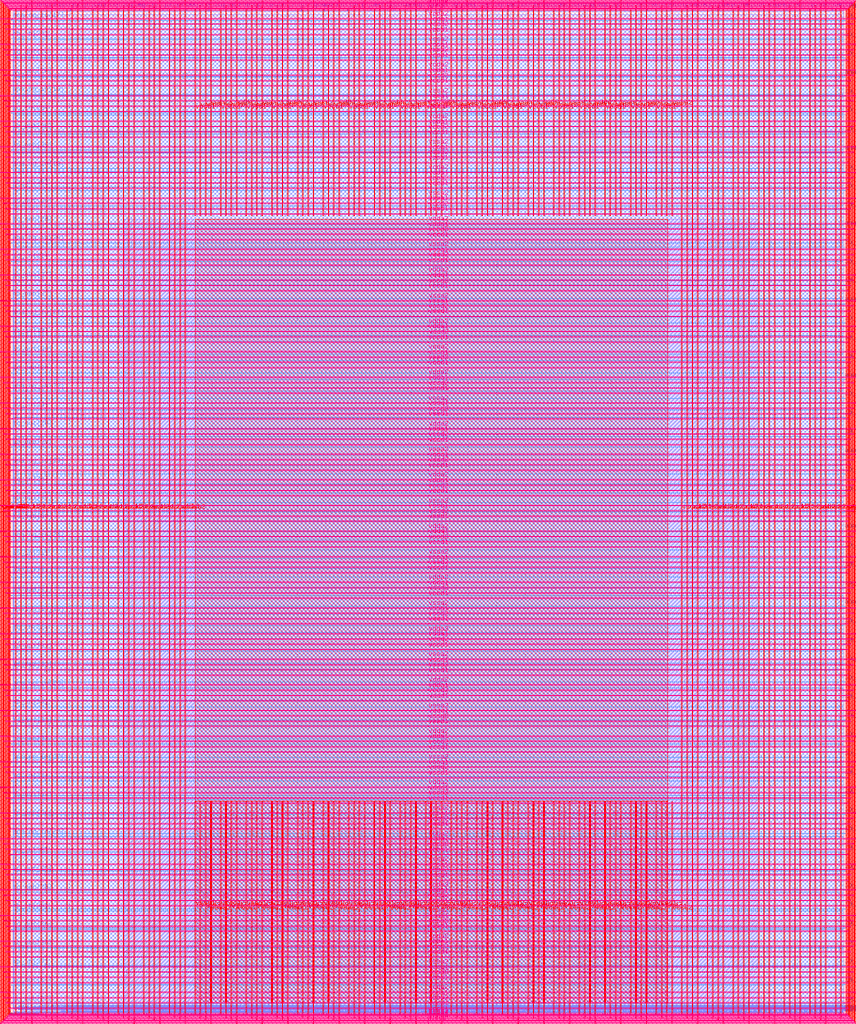
<source format=lef>
VERSION 5.7 ;
  NOWIREEXTENSIONATPIN ON ;
  DIVIDERCHAR "/" ;
  BUSBITCHARS "[]" ;
MACRO user_project_wrapper
  CLASS BLOCK ;
  FOREIGN user_project_wrapper ;
  ORIGIN 0.000 0.000 ;
  SIZE 2920.000 BY 3520.000 ;
  PIN analog_io[0]
    DIRECTION INOUT ;
    USE SIGNAL ;
    PORT
      LAYER met3 ;
        RECT 2917.600 1426.380 2924.800 1427.580 ;
    END
  END analog_io[0]
  PIN analog_io[10]
    DIRECTION INOUT ;
    USE SIGNAL ;
    PORT
      LAYER met2 ;
        RECT 2230.490 3517.600 2231.050 3524.800 ;
    END
  END analog_io[10]
  PIN analog_io[11]
    DIRECTION INOUT ;
    USE SIGNAL ;
    PORT
      LAYER met2 ;
        RECT 1905.730 3517.600 1906.290 3524.800 ;
    END
  END analog_io[11]
  PIN analog_io[12]
    DIRECTION INOUT ;
    USE SIGNAL ;
    PORT
      LAYER met2 ;
        RECT 1581.430 3517.600 1581.990 3524.800 ;
    END
  END analog_io[12]
  PIN analog_io[13]
    DIRECTION INOUT ;
    USE SIGNAL ;
    PORT
      LAYER met2 ;
        RECT 1257.130 3517.600 1257.690 3524.800 ;
    END
  END analog_io[13]
  PIN analog_io[14]
    DIRECTION INOUT ;
    USE SIGNAL ;
    PORT
      LAYER met2 ;
        RECT 932.370 3517.600 932.930 3524.800 ;
    END
  END analog_io[14]
  PIN analog_io[15]
    DIRECTION INOUT ;
    USE SIGNAL ;
    PORT
      LAYER met2 ;
        RECT 608.070 3517.600 608.630 3524.800 ;
    END
  END analog_io[15]
  PIN analog_io[16]
    DIRECTION INOUT ;
    USE SIGNAL ;
    PORT
      LAYER met2 ;
        RECT 283.770 3517.600 284.330 3524.800 ;
    END
  END analog_io[16]
  PIN analog_io[17]
    DIRECTION INOUT ;
    USE SIGNAL ;
    PORT
      LAYER met3 ;
        RECT -4.800 3486.100 2.400 3487.300 ;
    END
  END analog_io[17]
  PIN analog_io[18]
    DIRECTION INOUT ;
    USE SIGNAL ;
    PORT
      LAYER met3 ;
        RECT -4.800 3224.980 2.400 3226.180 ;
    END
  END analog_io[18]
  PIN analog_io[19]
    DIRECTION INOUT ;
    USE SIGNAL ;
    PORT
      LAYER met3 ;
        RECT -4.800 2964.540 2.400 2965.740 ;
    END
  END analog_io[19]
  PIN analog_io[1]
    DIRECTION INOUT ;
    USE SIGNAL ;
    PORT
      LAYER met3 ;
        RECT 2917.600 1692.260 2924.800 1693.460 ;
    END
  END analog_io[1]
  PIN analog_io[20]
    DIRECTION INOUT ;
    USE SIGNAL ;
    PORT
      LAYER met3 ;
        RECT -4.800 2703.420 2.400 2704.620 ;
    END
  END analog_io[20]
  PIN analog_io[21]
    DIRECTION INOUT ;
    USE SIGNAL ;
    PORT
      LAYER met3 ;
        RECT -4.800 2442.980 2.400 2444.180 ;
    END
  END analog_io[21]
  PIN analog_io[22]
    DIRECTION INOUT ;
    USE SIGNAL ;
    PORT
      LAYER met3 ;
        RECT -4.800 2182.540 2.400 2183.740 ;
    END
  END analog_io[22]
  PIN analog_io[23]
    DIRECTION INOUT ;
    USE SIGNAL ;
    PORT
      LAYER met3 ;
        RECT -4.800 1921.420 2.400 1922.620 ;
    END
  END analog_io[23]
  PIN analog_io[24]
    DIRECTION INOUT ;
    USE SIGNAL ;
    PORT
      LAYER met3 ;
        RECT -4.800 1660.980 2.400 1662.180 ;
    END
  END analog_io[24]
  PIN analog_io[25]
    DIRECTION INOUT ;
    USE SIGNAL ;
    PORT
      LAYER met3 ;
        RECT -4.800 1399.860 2.400 1401.060 ;
    END
  END analog_io[25]
  PIN analog_io[26]
    DIRECTION INOUT ;
    USE SIGNAL ;
    PORT
      LAYER met3 ;
        RECT -4.800 1139.420 2.400 1140.620 ;
    END
  END analog_io[26]
  PIN analog_io[27]
    DIRECTION INOUT ;
    USE SIGNAL ;
    PORT
      LAYER met3 ;
        RECT -4.800 878.980 2.400 880.180 ;
    END
  END analog_io[27]
  PIN analog_io[28]
    DIRECTION INOUT ;
    USE SIGNAL ;
    PORT
      LAYER met3 ;
        RECT -4.800 617.860 2.400 619.060 ;
    END
  END analog_io[28]
  PIN analog_io[2]
    DIRECTION INOUT ;
    USE SIGNAL ;
    PORT
      LAYER met3 ;
        RECT 2917.600 1958.140 2924.800 1959.340 ;
    END
  END analog_io[2]
  PIN analog_io[3]
    DIRECTION INOUT ;
    USE SIGNAL ;
    PORT
      LAYER met3 ;
        RECT 2917.600 2223.340 2924.800 2224.540 ;
    END
  END analog_io[3]
  PIN analog_io[4]
    DIRECTION INOUT ;
    USE SIGNAL ;
    PORT
      LAYER met3 ;
        RECT 2917.600 2489.220 2924.800 2490.420 ;
    END
  END analog_io[4]
  PIN analog_io[5]
    DIRECTION INOUT ;
    USE SIGNAL ;
    PORT
      LAYER met3 ;
        RECT 2917.600 2755.100 2924.800 2756.300 ;
    END
  END analog_io[5]
  PIN analog_io[6]
    DIRECTION INOUT ;
    USE SIGNAL ;
    PORT
      LAYER met3 ;
        RECT 2917.600 3020.300 2924.800 3021.500 ;
    END
  END analog_io[6]
  PIN analog_io[7]
    DIRECTION INOUT ;
    USE SIGNAL ;
    PORT
      LAYER met3 ;
        RECT 2917.600 3286.180 2924.800 3287.380 ;
    END
  END analog_io[7]
  PIN analog_io[8]
    DIRECTION INOUT ;
    USE SIGNAL ;
    PORT
      LAYER met2 ;
        RECT 2879.090 3517.600 2879.650 3524.800 ;
    END
  END analog_io[8]
  PIN analog_io[9]
    DIRECTION INOUT ;
    USE SIGNAL ;
    PORT
      LAYER met2 ;
        RECT 2554.790 3517.600 2555.350 3524.800 ;
    END
  END analog_io[9]
  PIN io_in[0]
    DIRECTION INPUT ;
    USE SIGNAL ;
    PORT
      LAYER met3 ;
        RECT 2917.600 32.380 2924.800 33.580 ;
    END
  END io_in[0]
  PIN io_in[10]
    DIRECTION INPUT ;
    USE SIGNAL ;
    PORT
      LAYER met3 ;
        RECT 2917.600 2289.980 2924.800 2291.180 ;
    END
  END io_in[10]
  PIN io_in[11]
    DIRECTION INPUT ;
    USE SIGNAL ;
    PORT
      LAYER met3 ;
        RECT 2917.600 2555.860 2924.800 2557.060 ;
    END
  END io_in[11]
  PIN io_in[12]
    DIRECTION INPUT ;
    USE SIGNAL ;
    PORT
      LAYER met3 ;
        RECT 2917.600 2821.060 2924.800 2822.260 ;
    END
  END io_in[12]
  PIN io_in[13]
    DIRECTION INPUT ;
    USE SIGNAL ;
    PORT
      LAYER met3 ;
        RECT 2917.600 3086.940 2924.800 3088.140 ;
    END
  END io_in[13]
  PIN io_in[14]
    DIRECTION INPUT ;
    USE SIGNAL ;
    PORT
      LAYER met3 ;
        RECT 2917.600 3352.820 2924.800 3354.020 ;
    END
  END io_in[14]
  PIN io_in[15]
    DIRECTION INPUT ;
    USE SIGNAL ;
    PORT
      LAYER met2 ;
        RECT 2798.130 3517.600 2798.690 3524.800 ;
    END
  END io_in[15]
  PIN io_in[16]
    DIRECTION INPUT ;
    USE SIGNAL ;
    PORT
      LAYER met2 ;
        RECT 2473.830 3517.600 2474.390 3524.800 ;
    END
  END io_in[16]
  PIN io_in[17]
    DIRECTION INPUT ;
    USE SIGNAL ;
    PORT
      LAYER met2 ;
        RECT 2149.070 3517.600 2149.630 3524.800 ;
    END
  END io_in[17]
  PIN io_in[18]
    DIRECTION INPUT ;
    USE SIGNAL ;
    PORT
      LAYER met2 ;
        RECT 1824.770 3517.600 1825.330 3524.800 ;
    END
  END io_in[18]
  PIN io_in[19]
    DIRECTION INPUT ;
    USE SIGNAL ;
    PORT
      LAYER met2 ;
        RECT 1500.470 3517.600 1501.030 3524.800 ;
    END
  END io_in[19]
  PIN io_in[1]
    DIRECTION INPUT ;
    USE SIGNAL ;
    PORT
      LAYER met3 ;
        RECT 2917.600 230.940 2924.800 232.140 ;
    END
  END io_in[1]
  PIN io_in[20]
    DIRECTION INPUT ;
    USE SIGNAL ;
    PORT
      LAYER met2 ;
        RECT 1175.710 3517.600 1176.270 3524.800 ;
    END
  END io_in[20]
  PIN io_in[21]
    DIRECTION INPUT ;
    USE SIGNAL ;
    PORT
      LAYER met2 ;
        RECT 851.410 3517.600 851.970 3524.800 ;
    END
  END io_in[21]
  PIN io_in[22]
    DIRECTION INPUT ;
    USE SIGNAL ;
    PORT
      LAYER met2 ;
        RECT 527.110 3517.600 527.670 3524.800 ;
    END
  END io_in[22]
  PIN io_in[23]
    DIRECTION INPUT ;
    USE SIGNAL ;
    PORT
      LAYER met2 ;
        RECT 202.350 3517.600 202.910 3524.800 ;
    END
  END io_in[23]
  PIN io_in[24]
    DIRECTION INPUT ;
    USE SIGNAL ;
    PORT
      LAYER met3 ;
        RECT -4.800 3420.820 2.400 3422.020 ;
    END
  END io_in[24]
  PIN io_in[25]
    DIRECTION INPUT ;
    USE SIGNAL ;
    PORT
      LAYER met3 ;
        RECT -4.800 3159.700 2.400 3160.900 ;
    END
  END io_in[25]
  PIN io_in[26]
    DIRECTION INPUT ;
    USE SIGNAL ;
    PORT
      LAYER met3 ;
        RECT -4.800 2899.260 2.400 2900.460 ;
    END
  END io_in[26]
  PIN io_in[27]
    DIRECTION INPUT ;
    USE SIGNAL ;
    PORT
      LAYER met3 ;
        RECT -4.800 2638.820 2.400 2640.020 ;
    END
  END io_in[27]
  PIN io_in[28]
    DIRECTION INPUT ;
    USE SIGNAL ;
    PORT
      LAYER met3 ;
        RECT -4.800 2377.700 2.400 2378.900 ;
    END
  END io_in[28]
  PIN io_in[29]
    DIRECTION INPUT ;
    USE SIGNAL ;
    PORT
      LAYER met3 ;
        RECT -4.800 2117.260 2.400 2118.460 ;
    END
  END io_in[29]
  PIN io_in[2]
    DIRECTION INPUT ;
    USE SIGNAL ;
    PORT
      LAYER met3 ;
        RECT 2917.600 430.180 2924.800 431.380 ;
    END
  END io_in[2]
  PIN io_in[30]
    DIRECTION INPUT ;
    USE SIGNAL ;
    PORT
      LAYER met3 ;
        RECT -4.800 1856.140 2.400 1857.340 ;
    END
  END io_in[30]
  PIN io_in[31]
    DIRECTION INPUT ;
    USE SIGNAL ;
    PORT
      LAYER met3 ;
        RECT -4.800 1595.700 2.400 1596.900 ;
    END
  END io_in[31]
  PIN io_in[32]
    DIRECTION INPUT ;
    USE SIGNAL ;
    PORT
      LAYER met3 ;
        RECT -4.800 1335.260 2.400 1336.460 ;
    END
  END io_in[32]
  PIN io_in[33]
    DIRECTION INPUT ;
    USE SIGNAL ;
    PORT
      LAYER met3 ;
        RECT -4.800 1074.140 2.400 1075.340 ;
    END
  END io_in[33]
  PIN io_in[34]
    DIRECTION INPUT ;
    USE SIGNAL ;
    PORT
      LAYER met3 ;
        RECT -4.800 813.700 2.400 814.900 ;
    END
  END io_in[34]
  PIN io_in[35]
    DIRECTION INPUT ;
    USE SIGNAL ;
    PORT
      LAYER met3 ;
        RECT -4.800 552.580 2.400 553.780 ;
    END
  END io_in[35]
  PIN io_in[36]
    DIRECTION INPUT ;
    USE SIGNAL ;
    PORT
      LAYER met3 ;
        RECT -4.800 357.420 2.400 358.620 ;
    END
  END io_in[36]
  PIN io_in[37]
    DIRECTION INPUT ;
    USE SIGNAL ;
    PORT
      LAYER met3 ;
        RECT -4.800 161.580 2.400 162.780 ;
    END
  END io_in[37]
  PIN io_in[3]
    DIRECTION INPUT ;
    USE SIGNAL ;
    PORT
      LAYER met3 ;
        RECT 2917.600 629.420 2924.800 630.620 ;
    END
  END io_in[3]
  PIN io_in[4]
    DIRECTION INPUT ;
    USE SIGNAL ;
    PORT
      LAYER met3 ;
        RECT 2917.600 828.660 2924.800 829.860 ;
    END
  END io_in[4]
  PIN io_in[5]
    DIRECTION INPUT ;
    USE SIGNAL ;
    PORT
      LAYER met3 ;
        RECT 2917.600 1027.900 2924.800 1029.100 ;
    END
  END io_in[5]
  PIN io_in[6]
    DIRECTION INPUT ;
    USE SIGNAL ;
    PORT
      LAYER met3 ;
        RECT 2917.600 1227.140 2924.800 1228.340 ;
    END
  END io_in[6]
  PIN io_in[7]
    DIRECTION INPUT ;
    USE SIGNAL ;
    PORT
      LAYER met3 ;
        RECT 2917.600 1493.020 2924.800 1494.220 ;
    END
  END io_in[7]
  PIN io_in[8]
    DIRECTION INPUT ;
    USE SIGNAL ;
    PORT
      LAYER met3 ;
        RECT 2917.600 1758.900 2924.800 1760.100 ;
    END
  END io_in[8]
  PIN io_in[9]
    DIRECTION INPUT ;
    USE SIGNAL ;
    PORT
      LAYER met3 ;
        RECT 2917.600 2024.100 2924.800 2025.300 ;
    END
  END io_in[9]
  PIN io_oeb[0]
    DIRECTION OUTPUT TRISTATE ;
    USE SIGNAL ;
    PORT
      LAYER met3 ;
        RECT 2917.600 164.980 2924.800 166.180 ;
    END
  END io_oeb[0]
  PIN io_oeb[10]
    DIRECTION OUTPUT TRISTATE ;
    USE SIGNAL ;
    PORT
      LAYER met3 ;
        RECT 2917.600 2422.580 2924.800 2423.780 ;
    END
  END io_oeb[10]
  PIN io_oeb[11]
    DIRECTION OUTPUT TRISTATE ;
    USE SIGNAL ;
    PORT
      LAYER met3 ;
        RECT 2917.600 2688.460 2924.800 2689.660 ;
    END
  END io_oeb[11]
  PIN io_oeb[12]
    DIRECTION OUTPUT TRISTATE ;
    USE SIGNAL ;
    PORT
      LAYER met3 ;
        RECT 2917.600 2954.340 2924.800 2955.540 ;
    END
  END io_oeb[12]
  PIN io_oeb[13]
    DIRECTION OUTPUT TRISTATE ;
    USE SIGNAL ;
    PORT
      LAYER met3 ;
        RECT 2917.600 3219.540 2924.800 3220.740 ;
    END
  END io_oeb[13]
  PIN io_oeb[14]
    DIRECTION OUTPUT TRISTATE ;
    USE SIGNAL ;
    PORT
      LAYER met3 ;
        RECT 2917.600 3485.420 2924.800 3486.620 ;
    END
  END io_oeb[14]
  PIN io_oeb[15]
    DIRECTION OUTPUT TRISTATE ;
    USE SIGNAL ;
    PORT
      LAYER met2 ;
        RECT 2635.750 3517.600 2636.310 3524.800 ;
    END
  END io_oeb[15]
  PIN io_oeb[16]
    DIRECTION OUTPUT TRISTATE ;
    USE SIGNAL ;
    PORT
      LAYER met2 ;
        RECT 2311.450 3517.600 2312.010 3524.800 ;
    END
  END io_oeb[16]
  PIN io_oeb[17]
    DIRECTION OUTPUT TRISTATE ;
    USE SIGNAL ;
    PORT
      LAYER met2 ;
        RECT 1987.150 3517.600 1987.710 3524.800 ;
    END
  END io_oeb[17]
  PIN io_oeb[18]
    DIRECTION OUTPUT TRISTATE ;
    USE SIGNAL ;
    PORT
      LAYER met2 ;
        RECT 1662.390 3517.600 1662.950 3524.800 ;
    END
  END io_oeb[18]
  PIN io_oeb[19]
    DIRECTION OUTPUT TRISTATE ;
    USE SIGNAL ;
    PORT
      LAYER met2 ;
        RECT 1338.090 3517.600 1338.650 3524.800 ;
    END
  END io_oeb[19]
  PIN io_oeb[1]
    DIRECTION OUTPUT TRISTATE ;
    USE SIGNAL ;
    PORT
      LAYER met3 ;
        RECT 2917.600 364.220 2924.800 365.420 ;
    END
  END io_oeb[1]
  PIN io_oeb[20]
    DIRECTION OUTPUT TRISTATE ;
    USE SIGNAL ;
    PORT
      LAYER met2 ;
        RECT 1013.790 3517.600 1014.350 3524.800 ;
    END
  END io_oeb[20]
  PIN io_oeb[21]
    DIRECTION OUTPUT TRISTATE ;
    USE SIGNAL ;
    PORT
      LAYER met2 ;
        RECT 689.030 3517.600 689.590 3524.800 ;
    END
  END io_oeb[21]
  PIN io_oeb[22]
    DIRECTION OUTPUT TRISTATE ;
    USE SIGNAL ;
    PORT
      LAYER met2 ;
        RECT 364.730 3517.600 365.290 3524.800 ;
    END
  END io_oeb[22]
  PIN io_oeb[23]
    DIRECTION OUTPUT TRISTATE ;
    USE SIGNAL ;
    PORT
      LAYER met2 ;
        RECT 40.430 3517.600 40.990 3524.800 ;
    END
  END io_oeb[23]
  PIN io_oeb[24]
    DIRECTION OUTPUT TRISTATE ;
    USE SIGNAL ;
    PORT
      LAYER met3 ;
        RECT -4.800 3290.260 2.400 3291.460 ;
    END
  END io_oeb[24]
  PIN io_oeb[25]
    DIRECTION OUTPUT TRISTATE ;
    USE SIGNAL ;
    PORT
      LAYER met3 ;
        RECT -4.800 3029.820 2.400 3031.020 ;
    END
  END io_oeb[25]
  PIN io_oeb[26]
    DIRECTION OUTPUT TRISTATE ;
    USE SIGNAL ;
    PORT
      LAYER met3 ;
        RECT -4.800 2768.700 2.400 2769.900 ;
    END
  END io_oeb[26]
  PIN io_oeb[27]
    DIRECTION OUTPUT TRISTATE ;
    USE SIGNAL ;
    PORT
      LAYER met3 ;
        RECT -4.800 2508.260 2.400 2509.460 ;
    END
  END io_oeb[27]
  PIN io_oeb[28]
    DIRECTION OUTPUT TRISTATE ;
    USE SIGNAL ;
    PORT
      LAYER met3 ;
        RECT -4.800 2247.140 2.400 2248.340 ;
    END
  END io_oeb[28]
  PIN io_oeb[29]
    DIRECTION OUTPUT TRISTATE ;
    USE SIGNAL ;
    PORT
      LAYER met3 ;
        RECT -4.800 1986.700 2.400 1987.900 ;
    END
  END io_oeb[29]
  PIN io_oeb[2]
    DIRECTION OUTPUT TRISTATE ;
    USE SIGNAL ;
    PORT
      LAYER met3 ;
        RECT 2917.600 563.460 2924.800 564.660 ;
    END
  END io_oeb[2]
  PIN io_oeb[30]
    DIRECTION OUTPUT TRISTATE ;
    USE SIGNAL ;
    PORT
      LAYER met3 ;
        RECT -4.800 1726.260 2.400 1727.460 ;
    END
  END io_oeb[30]
  PIN io_oeb[31]
    DIRECTION OUTPUT TRISTATE ;
    USE SIGNAL ;
    PORT
      LAYER met3 ;
        RECT -4.800 1465.140 2.400 1466.340 ;
    END
  END io_oeb[31]
  PIN io_oeb[32]
    DIRECTION OUTPUT TRISTATE ;
    USE SIGNAL ;
    PORT
      LAYER met3 ;
        RECT -4.800 1204.700 2.400 1205.900 ;
    END
  END io_oeb[32]
  PIN io_oeb[33]
    DIRECTION OUTPUT TRISTATE ;
    USE SIGNAL ;
    PORT
      LAYER met3 ;
        RECT -4.800 943.580 2.400 944.780 ;
    END
  END io_oeb[33]
  PIN io_oeb[34]
    DIRECTION OUTPUT TRISTATE ;
    USE SIGNAL ;
    PORT
      LAYER met3 ;
        RECT -4.800 683.140 2.400 684.340 ;
    END
  END io_oeb[34]
  PIN io_oeb[35]
    DIRECTION OUTPUT TRISTATE ;
    USE SIGNAL ;
    PORT
      LAYER met3 ;
        RECT -4.800 422.700 2.400 423.900 ;
    END
  END io_oeb[35]
  PIN io_oeb[36]
    DIRECTION OUTPUT TRISTATE ;
    USE SIGNAL ;
    PORT
      LAYER met3 ;
        RECT -4.800 226.860 2.400 228.060 ;
    END
  END io_oeb[36]
  PIN io_oeb[37]
    DIRECTION OUTPUT TRISTATE ;
    USE SIGNAL ;
    PORT
      LAYER met3 ;
        RECT -4.800 31.700 2.400 32.900 ;
    END
  END io_oeb[37]
  PIN io_oeb[3]
    DIRECTION OUTPUT TRISTATE ;
    USE SIGNAL ;
    PORT
      LAYER met3 ;
        RECT 2917.600 762.700 2924.800 763.900 ;
    END
  END io_oeb[3]
  PIN io_oeb[4]
    DIRECTION OUTPUT TRISTATE ;
    USE SIGNAL ;
    PORT
      LAYER met3 ;
        RECT 2917.600 961.940 2924.800 963.140 ;
    END
  END io_oeb[4]
  PIN io_oeb[5]
    DIRECTION OUTPUT TRISTATE ;
    USE SIGNAL ;
    PORT
      LAYER met3 ;
        RECT 2917.600 1161.180 2924.800 1162.380 ;
    END
  END io_oeb[5]
  PIN io_oeb[6]
    DIRECTION OUTPUT TRISTATE ;
    USE SIGNAL ;
    PORT
      LAYER met3 ;
        RECT 2917.600 1360.420 2924.800 1361.620 ;
    END
  END io_oeb[6]
  PIN io_oeb[7]
    DIRECTION OUTPUT TRISTATE ;
    USE SIGNAL ;
    PORT
      LAYER met3 ;
        RECT 2917.600 1625.620 2924.800 1626.820 ;
    END
  END io_oeb[7]
  PIN io_oeb[8]
    DIRECTION OUTPUT TRISTATE ;
    USE SIGNAL ;
    PORT
      LAYER met3 ;
        RECT 2917.600 1891.500 2924.800 1892.700 ;
    END
  END io_oeb[8]
  PIN io_oeb[9]
    DIRECTION OUTPUT TRISTATE ;
    USE SIGNAL ;
    PORT
      LAYER met3 ;
        RECT 2917.600 2157.380 2924.800 2158.580 ;
    END
  END io_oeb[9]
  PIN io_out[0]
    DIRECTION OUTPUT TRISTATE ;
    USE SIGNAL ;
    PORT
      LAYER met3 ;
        RECT 2917.600 98.340 2924.800 99.540 ;
    END
  END io_out[0]
  PIN io_out[10]
    DIRECTION OUTPUT TRISTATE ;
    USE SIGNAL ;
    PORT
      LAYER met3 ;
        RECT 2917.600 2356.620 2924.800 2357.820 ;
    END
  END io_out[10]
  PIN io_out[11]
    DIRECTION OUTPUT TRISTATE ;
    USE SIGNAL ;
    PORT
      LAYER met3 ;
        RECT 2917.600 2621.820 2924.800 2623.020 ;
    END
  END io_out[11]
  PIN io_out[12]
    DIRECTION OUTPUT TRISTATE ;
    USE SIGNAL ;
    PORT
      LAYER met3 ;
        RECT 2917.600 2887.700 2924.800 2888.900 ;
    END
  END io_out[12]
  PIN io_out[13]
    DIRECTION OUTPUT TRISTATE ;
    USE SIGNAL ;
    PORT
      LAYER met3 ;
        RECT 2917.600 3153.580 2924.800 3154.780 ;
    END
  END io_out[13]
  PIN io_out[14]
    DIRECTION OUTPUT TRISTATE ;
    USE SIGNAL ;
    PORT
      LAYER met3 ;
        RECT 2917.600 3418.780 2924.800 3419.980 ;
    END
  END io_out[14]
  PIN io_out[15]
    DIRECTION OUTPUT TRISTATE ;
    USE SIGNAL ;
    PORT
      LAYER met2 ;
        RECT 2717.170 3517.600 2717.730 3524.800 ;
    END
  END io_out[15]
  PIN io_out[16]
    DIRECTION OUTPUT TRISTATE ;
    USE SIGNAL ;
    PORT
      LAYER met2 ;
        RECT 2392.410 3517.600 2392.970 3524.800 ;
    END
  END io_out[16]
  PIN io_out[17]
    DIRECTION OUTPUT TRISTATE ;
    USE SIGNAL ;
    PORT
      LAYER met2 ;
        RECT 2068.110 3517.600 2068.670 3524.800 ;
    END
  END io_out[17]
  PIN io_out[18]
    DIRECTION OUTPUT TRISTATE ;
    USE SIGNAL ;
    PORT
      LAYER met2 ;
        RECT 1743.810 3517.600 1744.370 3524.800 ;
    END
  END io_out[18]
  PIN io_out[19]
    DIRECTION OUTPUT TRISTATE ;
    USE SIGNAL ;
    PORT
      LAYER met2 ;
        RECT 1419.050 3517.600 1419.610 3524.800 ;
    END
  END io_out[19]
  PIN io_out[1]
    DIRECTION OUTPUT TRISTATE ;
    USE SIGNAL ;
    PORT
      LAYER met3 ;
        RECT 2917.600 297.580 2924.800 298.780 ;
    END
  END io_out[1]
  PIN io_out[20]
    DIRECTION OUTPUT TRISTATE ;
    USE SIGNAL ;
    PORT
      LAYER met2 ;
        RECT 1094.750 3517.600 1095.310 3524.800 ;
    END
  END io_out[20]
  PIN io_out[21]
    DIRECTION OUTPUT TRISTATE ;
    USE SIGNAL ;
    PORT
      LAYER met2 ;
        RECT 770.450 3517.600 771.010 3524.800 ;
    END
  END io_out[21]
  PIN io_out[22]
    DIRECTION OUTPUT TRISTATE ;
    USE SIGNAL ;
    PORT
      LAYER met2 ;
        RECT 445.690 3517.600 446.250 3524.800 ;
    END
  END io_out[22]
  PIN io_out[23]
    DIRECTION OUTPUT TRISTATE ;
    USE SIGNAL ;
    PORT
      LAYER met2 ;
        RECT 121.390 3517.600 121.950 3524.800 ;
    END
  END io_out[23]
  PIN io_out[24]
    DIRECTION OUTPUT TRISTATE ;
    USE SIGNAL ;
    PORT
      LAYER met3 ;
        RECT -4.800 3355.540 2.400 3356.740 ;
    END
  END io_out[24]
  PIN io_out[25]
    DIRECTION OUTPUT TRISTATE ;
    USE SIGNAL ;
    PORT
      LAYER met3 ;
        RECT -4.800 3095.100 2.400 3096.300 ;
    END
  END io_out[25]
  PIN io_out[26]
    DIRECTION OUTPUT TRISTATE ;
    USE SIGNAL ;
    PORT
      LAYER met3 ;
        RECT -4.800 2833.980 2.400 2835.180 ;
    END
  END io_out[26]
  PIN io_out[27]
    DIRECTION OUTPUT TRISTATE ;
    USE SIGNAL ;
    PORT
      LAYER met3 ;
        RECT -4.800 2573.540 2.400 2574.740 ;
    END
  END io_out[27]
  PIN io_out[28]
    DIRECTION OUTPUT TRISTATE ;
    USE SIGNAL ;
    PORT
      LAYER met3 ;
        RECT -4.800 2312.420 2.400 2313.620 ;
    END
  END io_out[28]
  PIN io_out[29]
    DIRECTION OUTPUT TRISTATE ;
    USE SIGNAL ;
    PORT
      LAYER met3 ;
        RECT -4.800 2051.980 2.400 2053.180 ;
    END
  END io_out[29]
  PIN io_out[2]
    DIRECTION OUTPUT TRISTATE ;
    USE SIGNAL ;
    PORT
      LAYER met3 ;
        RECT 2917.600 496.820 2924.800 498.020 ;
    END
  END io_out[2]
  PIN io_out[30]
    DIRECTION OUTPUT TRISTATE ;
    USE SIGNAL ;
    PORT
      LAYER met3 ;
        RECT -4.800 1791.540 2.400 1792.740 ;
    END
  END io_out[30]
  PIN io_out[31]
    DIRECTION OUTPUT TRISTATE ;
    USE SIGNAL ;
    PORT
      LAYER met3 ;
        RECT -4.800 1530.420 2.400 1531.620 ;
    END
  END io_out[31]
  PIN io_out[32]
    DIRECTION OUTPUT TRISTATE ;
    USE SIGNAL ;
    PORT
      LAYER met3 ;
        RECT -4.800 1269.980 2.400 1271.180 ;
    END
  END io_out[32]
  PIN io_out[33]
    DIRECTION OUTPUT TRISTATE ;
    USE SIGNAL ;
    PORT
      LAYER met3 ;
        RECT -4.800 1008.860 2.400 1010.060 ;
    END
  END io_out[33]
  PIN io_out[34]
    DIRECTION OUTPUT TRISTATE ;
    USE SIGNAL ;
    PORT
      LAYER met3 ;
        RECT -4.800 748.420 2.400 749.620 ;
    END
  END io_out[34]
  PIN io_out[35]
    DIRECTION OUTPUT TRISTATE ;
    USE SIGNAL ;
    PORT
      LAYER met3 ;
        RECT -4.800 487.300 2.400 488.500 ;
    END
  END io_out[35]
  PIN io_out[36]
    DIRECTION OUTPUT TRISTATE ;
    USE SIGNAL ;
    PORT
      LAYER met3 ;
        RECT -4.800 292.140 2.400 293.340 ;
    END
  END io_out[36]
  PIN io_out[37]
    DIRECTION OUTPUT TRISTATE ;
    USE SIGNAL ;
    PORT
      LAYER met3 ;
        RECT -4.800 96.300 2.400 97.500 ;
    END
  END io_out[37]
  PIN io_out[3]
    DIRECTION OUTPUT TRISTATE ;
    USE SIGNAL ;
    PORT
      LAYER met3 ;
        RECT 2917.600 696.060 2924.800 697.260 ;
    END
  END io_out[3]
  PIN io_out[4]
    DIRECTION OUTPUT TRISTATE ;
    USE SIGNAL ;
    PORT
      LAYER met3 ;
        RECT 2917.600 895.300 2924.800 896.500 ;
    END
  END io_out[4]
  PIN io_out[5]
    DIRECTION OUTPUT TRISTATE ;
    USE SIGNAL ;
    PORT
      LAYER met3 ;
        RECT 2917.600 1094.540 2924.800 1095.740 ;
    END
  END io_out[5]
  PIN io_out[6]
    DIRECTION OUTPUT TRISTATE ;
    USE SIGNAL ;
    PORT
      LAYER met3 ;
        RECT 2917.600 1293.780 2924.800 1294.980 ;
    END
  END io_out[6]
  PIN io_out[7]
    DIRECTION OUTPUT TRISTATE ;
    USE SIGNAL ;
    PORT
      LAYER met3 ;
        RECT 2917.600 1559.660 2924.800 1560.860 ;
    END
  END io_out[7]
  PIN io_out[8]
    DIRECTION OUTPUT TRISTATE ;
    USE SIGNAL ;
    PORT
      LAYER met3 ;
        RECT 2917.600 1824.860 2924.800 1826.060 ;
    END
  END io_out[8]
  PIN io_out[9]
    DIRECTION OUTPUT TRISTATE ;
    USE SIGNAL ;
    PORT
      LAYER met3 ;
        RECT 2917.600 2090.740 2924.800 2091.940 ;
    END
  END io_out[9]
  PIN la_data_in[0]
    DIRECTION INPUT ;
    USE SIGNAL ;
    PORT
      LAYER met2 ;
        RECT 629.230 -4.800 629.790 2.400 ;
    END
  END la_data_in[0]
  PIN la_data_in[100]
    DIRECTION INPUT ;
    USE SIGNAL ;
    PORT
      LAYER met2 ;
        RECT 2402.530 -4.800 2403.090 2.400 ;
    END
  END la_data_in[100]
  PIN la_data_in[101]
    DIRECTION INPUT ;
    USE SIGNAL ;
    PORT
      LAYER met2 ;
        RECT 2420.010 -4.800 2420.570 2.400 ;
    END
  END la_data_in[101]
  PIN la_data_in[102]
    DIRECTION INPUT ;
    USE SIGNAL ;
    PORT
      LAYER met2 ;
        RECT 2437.950 -4.800 2438.510 2.400 ;
    END
  END la_data_in[102]
  PIN la_data_in[103]
    DIRECTION INPUT ;
    USE SIGNAL ;
    PORT
      LAYER met2 ;
        RECT 2455.430 -4.800 2455.990 2.400 ;
    END
  END la_data_in[103]
  PIN la_data_in[104]
    DIRECTION INPUT ;
    USE SIGNAL ;
    PORT
      LAYER met2 ;
        RECT 2473.370 -4.800 2473.930 2.400 ;
    END
  END la_data_in[104]
  PIN la_data_in[105]
    DIRECTION INPUT ;
    USE SIGNAL ;
    PORT
      LAYER met2 ;
        RECT 2490.850 -4.800 2491.410 2.400 ;
    END
  END la_data_in[105]
  PIN la_data_in[106]
    DIRECTION INPUT ;
    USE SIGNAL ;
    PORT
      LAYER met2 ;
        RECT 2508.790 -4.800 2509.350 2.400 ;
    END
  END la_data_in[106]
  PIN la_data_in[107]
    DIRECTION INPUT ;
    USE SIGNAL ;
    PORT
      LAYER met2 ;
        RECT 2526.730 -4.800 2527.290 2.400 ;
    END
  END la_data_in[107]
  PIN la_data_in[108]
    DIRECTION INPUT ;
    USE SIGNAL ;
    PORT
      LAYER met2 ;
        RECT 2544.210 -4.800 2544.770 2.400 ;
    END
  END la_data_in[108]
  PIN la_data_in[109]
    DIRECTION INPUT ;
    USE SIGNAL ;
    PORT
      LAYER met2 ;
        RECT 2562.150 -4.800 2562.710 2.400 ;
    END
  END la_data_in[109]
  PIN la_data_in[10]
    DIRECTION INPUT ;
    USE SIGNAL ;
    PORT
      LAYER met2 ;
        RECT 806.330 -4.800 806.890 2.400 ;
    END
  END la_data_in[10]
  PIN la_data_in[110]
    DIRECTION INPUT ;
    USE SIGNAL ;
    PORT
      LAYER met2 ;
        RECT 2579.630 -4.800 2580.190 2.400 ;
    END
  END la_data_in[110]
  PIN la_data_in[111]
    DIRECTION INPUT ;
    USE SIGNAL ;
    PORT
      LAYER met2 ;
        RECT 2597.570 -4.800 2598.130 2.400 ;
    END
  END la_data_in[111]
  PIN la_data_in[112]
    DIRECTION INPUT ;
    USE SIGNAL ;
    PORT
      LAYER met2 ;
        RECT 2615.050 -4.800 2615.610 2.400 ;
    END
  END la_data_in[112]
  PIN la_data_in[113]
    DIRECTION INPUT ;
    USE SIGNAL ;
    PORT
      LAYER met2 ;
        RECT 2632.990 -4.800 2633.550 2.400 ;
    END
  END la_data_in[113]
  PIN la_data_in[114]
    DIRECTION INPUT ;
    USE SIGNAL ;
    PORT
      LAYER met2 ;
        RECT 2650.470 -4.800 2651.030 2.400 ;
    END
  END la_data_in[114]
  PIN la_data_in[115]
    DIRECTION INPUT ;
    USE SIGNAL ;
    PORT
      LAYER met2 ;
        RECT 2668.410 -4.800 2668.970 2.400 ;
    END
  END la_data_in[115]
  PIN la_data_in[116]
    DIRECTION INPUT ;
    USE SIGNAL ;
    PORT
      LAYER met2 ;
        RECT 2685.890 -4.800 2686.450 2.400 ;
    END
  END la_data_in[116]
  PIN la_data_in[117]
    DIRECTION INPUT ;
    USE SIGNAL ;
    PORT
      LAYER met2 ;
        RECT 2703.830 -4.800 2704.390 2.400 ;
    END
  END la_data_in[117]
  PIN la_data_in[118]
    DIRECTION INPUT ;
    USE SIGNAL ;
    PORT
      LAYER met2 ;
        RECT 2721.770 -4.800 2722.330 2.400 ;
    END
  END la_data_in[118]
  PIN la_data_in[119]
    DIRECTION INPUT ;
    USE SIGNAL ;
    PORT
      LAYER met2 ;
        RECT 2739.250 -4.800 2739.810 2.400 ;
    END
  END la_data_in[119]
  PIN la_data_in[11]
    DIRECTION INPUT ;
    USE SIGNAL ;
    PORT
      LAYER met2 ;
        RECT 824.270 -4.800 824.830 2.400 ;
    END
  END la_data_in[11]
  PIN la_data_in[120]
    DIRECTION INPUT ;
    USE SIGNAL ;
    PORT
      LAYER met2 ;
        RECT 2757.190 -4.800 2757.750 2.400 ;
    END
  END la_data_in[120]
  PIN la_data_in[121]
    DIRECTION INPUT ;
    USE SIGNAL ;
    PORT
      LAYER met2 ;
        RECT 2774.670 -4.800 2775.230 2.400 ;
    END
  END la_data_in[121]
  PIN la_data_in[122]
    DIRECTION INPUT ;
    USE SIGNAL ;
    PORT
      LAYER met2 ;
        RECT 2792.610 -4.800 2793.170 2.400 ;
    END
  END la_data_in[122]
  PIN la_data_in[123]
    DIRECTION INPUT ;
    USE SIGNAL ;
    PORT
      LAYER met2 ;
        RECT 2810.090 -4.800 2810.650 2.400 ;
    END
  END la_data_in[123]
  PIN la_data_in[124]
    DIRECTION INPUT ;
    USE SIGNAL ;
    PORT
      LAYER met2 ;
        RECT 2828.030 -4.800 2828.590 2.400 ;
    END
  END la_data_in[124]
  PIN la_data_in[125]
    DIRECTION INPUT ;
    USE SIGNAL ;
    PORT
      LAYER met2 ;
        RECT 2845.510 -4.800 2846.070 2.400 ;
    END
  END la_data_in[125]
  PIN la_data_in[126]
    DIRECTION INPUT ;
    USE SIGNAL ;
    PORT
      LAYER met2 ;
        RECT 2863.450 -4.800 2864.010 2.400 ;
    END
  END la_data_in[126]
  PIN la_data_in[127]
    DIRECTION INPUT ;
    USE SIGNAL ;
    PORT
      LAYER met2 ;
        RECT 2881.390 -4.800 2881.950 2.400 ;
    END
  END la_data_in[127]
  PIN la_data_in[12]
    DIRECTION INPUT ;
    USE SIGNAL ;
    PORT
      LAYER met2 ;
        RECT 841.750 -4.800 842.310 2.400 ;
    END
  END la_data_in[12]
  PIN la_data_in[13]
    DIRECTION INPUT ;
    USE SIGNAL ;
    PORT
      LAYER met2 ;
        RECT 859.690 -4.800 860.250 2.400 ;
    END
  END la_data_in[13]
  PIN la_data_in[14]
    DIRECTION INPUT ;
    USE SIGNAL ;
    PORT
      LAYER met2 ;
        RECT 877.170 -4.800 877.730 2.400 ;
    END
  END la_data_in[14]
  PIN la_data_in[15]
    DIRECTION INPUT ;
    USE SIGNAL ;
    PORT
      LAYER met2 ;
        RECT 895.110 -4.800 895.670 2.400 ;
    END
  END la_data_in[15]
  PIN la_data_in[16]
    DIRECTION INPUT ;
    USE SIGNAL ;
    PORT
      LAYER met2 ;
        RECT 912.590 -4.800 913.150 2.400 ;
    END
  END la_data_in[16]
  PIN la_data_in[17]
    DIRECTION INPUT ;
    USE SIGNAL ;
    PORT
      LAYER met2 ;
        RECT 930.530 -4.800 931.090 2.400 ;
    END
  END la_data_in[17]
  PIN la_data_in[18]
    DIRECTION INPUT ;
    USE SIGNAL ;
    PORT
      LAYER met2 ;
        RECT 948.470 -4.800 949.030 2.400 ;
    END
  END la_data_in[18]
  PIN la_data_in[19]
    DIRECTION INPUT ;
    USE SIGNAL ;
    PORT
      LAYER met2 ;
        RECT 965.950 -4.800 966.510 2.400 ;
    END
  END la_data_in[19]
  PIN la_data_in[1]
    DIRECTION INPUT ;
    USE SIGNAL ;
    PORT
      LAYER met2 ;
        RECT 646.710 -4.800 647.270 2.400 ;
    END
  END la_data_in[1]
  PIN la_data_in[20]
    DIRECTION INPUT ;
    USE SIGNAL ;
    PORT
      LAYER met2 ;
        RECT 983.890 -4.800 984.450 2.400 ;
    END
  END la_data_in[20]
  PIN la_data_in[21]
    DIRECTION INPUT ;
    USE SIGNAL ;
    PORT
      LAYER met2 ;
        RECT 1001.370 -4.800 1001.930 2.400 ;
    END
  END la_data_in[21]
  PIN la_data_in[22]
    DIRECTION INPUT ;
    USE SIGNAL ;
    PORT
      LAYER met2 ;
        RECT 1019.310 -4.800 1019.870 2.400 ;
    END
  END la_data_in[22]
  PIN la_data_in[23]
    DIRECTION INPUT ;
    USE SIGNAL ;
    PORT
      LAYER met2 ;
        RECT 1036.790 -4.800 1037.350 2.400 ;
    END
  END la_data_in[23]
  PIN la_data_in[24]
    DIRECTION INPUT ;
    USE SIGNAL ;
    PORT
      LAYER met2 ;
        RECT 1054.730 -4.800 1055.290 2.400 ;
    END
  END la_data_in[24]
  PIN la_data_in[25]
    DIRECTION INPUT ;
    USE SIGNAL ;
    PORT
      LAYER met2 ;
        RECT 1072.210 -4.800 1072.770 2.400 ;
    END
  END la_data_in[25]
  PIN la_data_in[26]
    DIRECTION INPUT ;
    USE SIGNAL ;
    PORT
      LAYER met2 ;
        RECT 1090.150 -4.800 1090.710 2.400 ;
    END
  END la_data_in[26]
  PIN la_data_in[27]
    DIRECTION INPUT ;
    USE SIGNAL ;
    PORT
      LAYER met2 ;
        RECT 1107.630 -4.800 1108.190 2.400 ;
    END
  END la_data_in[27]
  PIN la_data_in[28]
    DIRECTION INPUT ;
    USE SIGNAL ;
    PORT
      LAYER met2 ;
        RECT 1125.570 -4.800 1126.130 2.400 ;
    END
  END la_data_in[28]
  PIN la_data_in[29]
    DIRECTION INPUT ;
    USE SIGNAL ;
    PORT
      LAYER met2 ;
        RECT 1143.510 -4.800 1144.070 2.400 ;
    END
  END la_data_in[29]
  PIN la_data_in[2]
    DIRECTION INPUT ;
    USE SIGNAL ;
    PORT
      LAYER met2 ;
        RECT 664.650 -4.800 665.210 2.400 ;
    END
  END la_data_in[2]
  PIN la_data_in[30]
    DIRECTION INPUT ;
    USE SIGNAL ;
    PORT
      LAYER met2 ;
        RECT 1160.990 -4.800 1161.550 2.400 ;
    END
  END la_data_in[30]
  PIN la_data_in[31]
    DIRECTION INPUT ;
    USE SIGNAL ;
    PORT
      LAYER met2 ;
        RECT 1178.930 -4.800 1179.490 2.400 ;
    END
  END la_data_in[31]
  PIN la_data_in[32]
    DIRECTION INPUT ;
    USE SIGNAL ;
    PORT
      LAYER met2 ;
        RECT 1196.410 -4.800 1196.970 2.400 ;
    END
  END la_data_in[32]
  PIN la_data_in[33]
    DIRECTION INPUT ;
    USE SIGNAL ;
    PORT
      LAYER met2 ;
        RECT 1214.350 -4.800 1214.910 2.400 ;
    END
  END la_data_in[33]
  PIN la_data_in[34]
    DIRECTION INPUT ;
    USE SIGNAL ;
    PORT
      LAYER met2 ;
        RECT 1231.830 -4.800 1232.390 2.400 ;
    END
  END la_data_in[34]
  PIN la_data_in[35]
    DIRECTION INPUT ;
    USE SIGNAL ;
    PORT
      LAYER met2 ;
        RECT 1249.770 -4.800 1250.330 2.400 ;
    END
  END la_data_in[35]
  PIN la_data_in[36]
    DIRECTION INPUT ;
    USE SIGNAL ;
    PORT
      LAYER met2 ;
        RECT 1267.250 -4.800 1267.810 2.400 ;
    END
  END la_data_in[36]
  PIN la_data_in[37]
    DIRECTION INPUT ;
    USE SIGNAL ;
    PORT
      LAYER met2 ;
        RECT 1285.190 -4.800 1285.750 2.400 ;
    END
  END la_data_in[37]
  PIN la_data_in[38]
    DIRECTION INPUT ;
    USE SIGNAL ;
    PORT
      LAYER met2 ;
        RECT 1303.130 -4.800 1303.690 2.400 ;
    END
  END la_data_in[38]
  PIN la_data_in[39]
    DIRECTION INPUT ;
    USE SIGNAL ;
    PORT
      LAYER met2 ;
        RECT 1320.610 -4.800 1321.170 2.400 ;
    END
  END la_data_in[39]
  PIN la_data_in[3]
    DIRECTION INPUT ;
    USE SIGNAL ;
    PORT
      LAYER met2 ;
        RECT 682.130 -4.800 682.690 2.400 ;
    END
  END la_data_in[3]
  PIN la_data_in[40]
    DIRECTION INPUT ;
    USE SIGNAL ;
    PORT
      LAYER met2 ;
        RECT 1338.550 -4.800 1339.110 2.400 ;
    END
  END la_data_in[40]
  PIN la_data_in[41]
    DIRECTION INPUT ;
    USE SIGNAL ;
    PORT
      LAYER met2 ;
        RECT 1356.030 -4.800 1356.590 2.400 ;
    END
  END la_data_in[41]
  PIN la_data_in[42]
    DIRECTION INPUT ;
    USE SIGNAL ;
    PORT
      LAYER met2 ;
        RECT 1373.970 -4.800 1374.530 2.400 ;
    END
  END la_data_in[42]
  PIN la_data_in[43]
    DIRECTION INPUT ;
    USE SIGNAL ;
    PORT
      LAYER met2 ;
        RECT 1391.450 -4.800 1392.010 2.400 ;
    END
  END la_data_in[43]
  PIN la_data_in[44]
    DIRECTION INPUT ;
    USE SIGNAL ;
    PORT
      LAYER met2 ;
        RECT 1409.390 -4.800 1409.950 2.400 ;
    END
  END la_data_in[44]
  PIN la_data_in[45]
    DIRECTION INPUT ;
    USE SIGNAL ;
    PORT
      LAYER met2 ;
        RECT 1426.870 -4.800 1427.430 2.400 ;
    END
  END la_data_in[45]
  PIN la_data_in[46]
    DIRECTION INPUT ;
    USE SIGNAL ;
    PORT
      LAYER met2 ;
        RECT 1444.810 -4.800 1445.370 2.400 ;
    END
  END la_data_in[46]
  PIN la_data_in[47]
    DIRECTION INPUT ;
    USE SIGNAL ;
    PORT
      LAYER met2 ;
        RECT 1462.750 -4.800 1463.310 2.400 ;
    END
  END la_data_in[47]
  PIN la_data_in[48]
    DIRECTION INPUT ;
    USE SIGNAL ;
    PORT
      LAYER met2 ;
        RECT 1480.230 -4.800 1480.790 2.400 ;
    END
  END la_data_in[48]
  PIN la_data_in[49]
    DIRECTION INPUT ;
    USE SIGNAL ;
    PORT
      LAYER met2 ;
        RECT 1498.170 -4.800 1498.730 2.400 ;
    END
  END la_data_in[49]
  PIN la_data_in[4]
    DIRECTION INPUT ;
    USE SIGNAL ;
    PORT
      LAYER met2 ;
        RECT 700.070 -4.800 700.630 2.400 ;
    END
  END la_data_in[4]
  PIN la_data_in[50]
    DIRECTION INPUT ;
    USE SIGNAL ;
    PORT
      LAYER met2 ;
        RECT 1515.650 -4.800 1516.210 2.400 ;
    END
  END la_data_in[50]
  PIN la_data_in[51]
    DIRECTION INPUT ;
    USE SIGNAL ;
    PORT
      LAYER met2 ;
        RECT 1533.590 -4.800 1534.150 2.400 ;
    END
  END la_data_in[51]
  PIN la_data_in[52]
    DIRECTION INPUT ;
    USE SIGNAL ;
    PORT
      LAYER met2 ;
        RECT 1551.070 -4.800 1551.630 2.400 ;
    END
  END la_data_in[52]
  PIN la_data_in[53]
    DIRECTION INPUT ;
    USE SIGNAL ;
    PORT
      LAYER met2 ;
        RECT 1569.010 -4.800 1569.570 2.400 ;
    END
  END la_data_in[53]
  PIN la_data_in[54]
    DIRECTION INPUT ;
    USE SIGNAL ;
    PORT
      LAYER met2 ;
        RECT 1586.490 -4.800 1587.050 2.400 ;
    END
  END la_data_in[54]
  PIN la_data_in[55]
    DIRECTION INPUT ;
    USE SIGNAL ;
    PORT
      LAYER met2 ;
        RECT 1604.430 -4.800 1604.990 2.400 ;
    END
  END la_data_in[55]
  PIN la_data_in[56]
    DIRECTION INPUT ;
    USE SIGNAL ;
    PORT
      LAYER met2 ;
        RECT 1621.910 -4.800 1622.470 2.400 ;
    END
  END la_data_in[56]
  PIN la_data_in[57]
    DIRECTION INPUT ;
    USE SIGNAL ;
    PORT
      LAYER met2 ;
        RECT 1639.850 -4.800 1640.410 2.400 ;
    END
  END la_data_in[57]
  PIN la_data_in[58]
    DIRECTION INPUT ;
    USE SIGNAL ;
    PORT
      LAYER met2 ;
        RECT 1657.790 -4.800 1658.350 2.400 ;
    END
  END la_data_in[58]
  PIN la_data_in[59]
    DIRECTION INPUT ;
    USE SIGNAL ;
    PORT
      LAYER met2 ;
        RECT 1675.270 -4.800 1675.830 2.400 ;
    END
  END la_data_in[59]
  PIN la_data_in[5]
    DIRECTION INPUT ;
    USE SIGNAL ;
    PORT
      LAYER met2 ;
        RECT 717.550 -4.800 718.110 2.400 ;
    END
  END la_data_in[5]
  PIN la_data_in[60]
    DIRECTION INPUT ;
    USE SIGNAL ;
    PORT
      LAYER met2 ;
        RECT 1693.210 -4.800 1693.770 2.400 ;
    END
  END la_data_in[60]
  PIN la_data_in[61]
    DIRECTION INPUT ;
    USE SIGNAL ;
    PORT
      LAYER met2 ;
        RECT 1710.690 -4.800 1711.250 2.400 ;
    END
  END la_data_in[61]
  PIN la_data_in[62]
    DIRECTION INPUT ;
    USE SIGNAL ;
    PORT
      LAYER met2 ;
        RECT 1728.630 -4.800 1729.190 2.400 ;
    END
  END la_data_in[62]
  PIN la_data_in[63]
    DIRECTION INPUT ;
    USE SIGNAL ;
    PORT
      LAYER met2 ;
        RECT 1746.110 -4.800 1746.670 2.400 ;
    END
  END la_data_in[63]
  PIN la_data_in[64]
    DIRECTION INPUT ;
    USE SIGNAL ;
    PORT
      LAYER met2 ;
        RECT 1764.050 -4.800 1764.610 2.400 ;
    END
  END la_data_in[64]
  PIN la_data_in[65]
    DIRECTION INPUT ;
    USE SIGNAL ;
    PORT
      LAYER met2 ;
        RECT 1781.530 -4.800 1782.090 2.400 ;
    END
  END la_data_in[65]
  PIN la_data_in[66]
    DIRECTION INPUT ;
    USE SIGNAL ;
    PORT
      LAYER met2 ;
        RECT 1799.470 -4.800 1800.030 2.400 ;
    END
  END la_data_in[66]
  PIN la_data_in[67]
    DIRECTION INPUT ;
    USE SIGNAL ;
    PORT
      LAYER met2 ;
        RECT 1817.410 -4.800 1817.970 2.400 ;
    END
  END la_data_in[67]
  PIN la_data_in[68]
    DIRECTION INPUT ;
    USE SIGNAL ;
    PORT
      LAYER met2 ;
        RECT 1834.890 -4.800 1835.450 2.400 ;
    END
  END la_data_in[68]
  PIN la_data_in[69]
    DIRECTION INPUT ;
    USE SIGNAL ;
    PORT
      LAYER met2 ;
        RECT 1852.830 -4.800 1853.390 2.400 ;
    END
  END la_data_in[69]
  PIN la_data_in[6]
    DIRECTION INPUT ;
    USE SIGNAL ;
    PORT
      LAYER met2 ;
        RECT 735.490 -4.800 736.050 2.400 ;
    END
  END la_data_in[6]
  PIN la_data_in[70]
    DIRECTION INPUT ;
    USE SIGNAL ;
    PORT
      LAYER met2 ;
        RECT 1870.310 -4.800 1870.870 2.400 ;
    END
  END la_data_in[70]
  PIN la_data_in[71]
    DIRECTION INPUT ;
    USE SIGNAL ;
    PORT
      LAYER met2 ;
        RECT 1888.250 -4.800 1888.810 2.400 ;
    END
  END la_data_in[71]
  PIN la_data_in[72]
    DIRECTION INPUT ;
    USE SIGNAL ;
    PORT
      LAYER met2 ;
        RECT 1905.730 -4.800 1906.290 2.400 ;
    END
  END la_data_in[72]
  PIN la_data_in[73]
    DIRECTION INPUT ;
    USE SIGNAL ;
    PORT
      LAYER met2 ;
        RECT 1923.670 -4.800 1924.230 2.400 ;
    END
  END la_data_in[73]
  PIN la_data_in[74]
    DIRECTION INPUT ;
    USE SIGNAL ;
    PORT
      LAYER met2 ;
        RECT 1941.150 -4.800 1941.710 2.400 ;
    END
  END la_data_in[74]
  PIN la_data_in[75]
    DIRECTION INPUT ;
    USE SIGNAL ;
    PORT
      LAYER met2 ;
        RECT 1959.090 -4.800 1959.650 2.400 ;
    END
  END la_data_in[75]
  PIN la_data_in[76]
    DIRECTION INPUT ;
    USE SIGNAL ;
    PORT
      LAYER met2 ;
        RECT 1976.570 -4.800 1977.130 2.400 ;
    END
  END la_data_in[76]
  PIN la_data_in[77]
    DIRECTION INPUT ;
    USE SIGNAL ;
    PORT
      LAYER met2 ;
        RECT 1994.510 -4.800 1995.070 2.400 ;
    END
  END la_data_in[77]
  PIN la_data_in[78]
    DIRECTION INPUT ;
    USE SIGNAL ;
    PORT
      LAYER met2 ;
        RECT 2012.450 -4.800 2013.010 2.400 ;
    END
  END la_data_in[78]
  PIN la_data_in[79]
    DIRECTION INPUT ;
    USE SIGNAL ;
    PORT
      LAYER met2 ;
        RECT 2029.930 -4.800 2030.490 2.400 ;
    END
  END la_data_in[79]
  PIN la_data_in[7]
    DIRECTION INPUT ;
    USE SIGNAL ;
    PORT
      LAYER met2 ;
        RECT 752.970 -4.800 753.530 2.400 ;
    END
  END la_data_in[7]
  PIN la_data_in[80]
    DIRECTION INPUT ;
    USE SIGNAL ;
    PORT
      LAYER met2 ;
        RECT 2047.870 -4.800 2048.430 2.400 ;
    END
  END la_data_in[80]
  PIN la_data_in[81]
    DIRECTION INPUT ;
    USE SIGNAL ;
    PORT
      LAYER met2 ;
        RECT 2065.350 -4.800 2065.910 2.400 ;
    END
  END la_data_in[81]
  PIN la_data_in[82]
    DIRECTION INPUT ;
    USE SIGNAL ;
    PORT
      LAYER met2 ;
        RECT 2083.290 -4.800 2083.850 2.400 ;
    END
  END la_data_in[82]
  PIN la_data_in[83]
    DIRECTION INPUT ;
    USE SIGNAL ;
    PORT
      LAYER met2 ;
        RECT 2100.770 -4.800 2101.330 2.400 ;
    END
  END la_data_in[83]
  PIN la_data_in[84]
    DIRECTION INPUT ;
    USE SIGNAL ;
    PORT
      LAYER met2 ;
        RECT 2118.710 -4.800 2119.270 2.400 ;
    END
  END la_data_in[84]
  PIN la_data_in[85]
    DIRECTION INPUT ;
    USE SIGNAL ;
    PORT
      LAYER met2 ;
        RECT 2136.190 -4.800 2136.750 2.400 ;
    END
  END la_data_in[85]
  PIN la_data_in[86]
    DIRECTION INPUT ;
    USE SIGNAL ;
    PORT
      LAYER met2 ;
        RECT 2154.130 -4.800 2154.690 2.400 ;
    END
  END la_data_in[86]
  PIN la_data_in[87]
    DIRECTION INPUT ;
    USE SIGNAL ;
    PORT
      LAYER met2 ;
        RECT 2172.070 -4.800 2172.630 2.400 ;
    END
  END la_data_in[87]
  PIN la_data_in[88]
    DIRECTION INPUT ;
    USE SIGNAL ;
    PORT
      LAYER met2 ;
        RECT 2189.550 -4.800 2190.110 2.400 ;
    END
  END la_data_in[88]
  PIN la_data_in[89]
    DIRECTION INPUT ;
    USE SIGNAL ;
    PORT
      LAYER met2 ;
        RECT 2207.490 -4.800 2208.050 2.400 ;
    END
  END la_data_in[89]
  PIN la_data_in[8]
    DIRECTION INPUT ;
    USE SIGNAL ;
    PORT
      LAYER met2 ;
        RECT 770.910 -4.800 771.470 2.400 ;
    END
  END la_data_in[8]
  PIN la_data_in[90]
    DIRECTION INPUT ;
    USE SIGNAL ;
    PORT
      LAYER met2 ;
        RECT 2224.970 -4.800 2225.530 2.400 ;
    END
  END la_data_in[90]
  PIN la_data_in[91]
    DIRECTION INPUT ;
    USE SIGNAL ;
    PORT
      LAYER met2 ;
        RECT 2242.910 -4.800 2243.470 2.400 ;
    END
  END la_data_in[91]
  PIN la_data_in[92]
    DIRECTION INPUT ;
    USE SIGNAL ;
    PORT
      LAYER met2 ;
        RECT 2260.390 -4.800 2260.950 2.400 ;
    END
  END la_data_in[92]
  PIN la_data_in[93]
    DIRECTION INPUT ;
    USE SIGNAL ;
    PORT
      LAYER met2 ;
        RECT 2278.330 -4.800 2278.890 2.400 ;
    END
  END la_data_in[93]
  PIN la_data_in[94]
    DIRECTION INPUT ;
    USE SIGNAL ;
    PORT
      LAYER met2 ;
        RECT 2295.810 -4.800 2296.370 2.400 ;
    END
  END la_data_in[94]
  PIN la_data_in[95]
    DIRECTION INPUT ;
    USE SIGNAL ;
    PORT
      LAYER met2 ;
        RECT 2313.750 -4.800 2314.310 2.400 ;
    END
  END la_data_in[95]
  PIN la_data_in[96]
    DIRECTION INPUT ;
    USE SIGNAL ;
    PORT
      LAYER met2 ;
        RECT 2331.230 -4.800 2331.790 2.400 ;
    END
  END la_data_in[96]
  PIN la_data_in[97]
    DIRECTION INPUT ;
    USE SIGNAL ;
    PORT
      LAYER met2 ;
        RECT 2349.170 -4.800 2349.730 2.400 ;
    END
  END la_data_in[97]
  PIN la_data_in[98]
    DIRECTION INPUT ;
    USE SIGNAL ;
    PORT
      LAYER met2 ;
        RECT 2367.110 -4.800 2367.670 2.400 ;
    END
  END la_data_in[98]
  PIN la_data_in[99]
    DIRECTION INPUT ;
    USE SIGNAL ;
    PORT
      LAYER met2 ;
        RECT 2384.590 -4.800 2385.150 2.400 ;
    END
  END la_data_in[99]
  PIN la_data_in[9]
    DIRECTION INPUT ;
    USE SIGNAL ;
    PORT
      LAYER met2 ;
        RECT 788.850 -4.800 789.410 2.400 ;
    END
  END la_data_in[9]
  PIN la_data_out[0]
    DIRECTION OUTPUT TRISTATE ;
    USE SIGNAL ;
    PORT
      LAYER met2 ;
        RECT 634.750 -4.800 635.310 2.400 ;
    END
  END la_data_out[0]
  PIN la_data_out[100]
    DIRECTION OUTPUT TRISTATE ;
    USE SIGNAL ;
    PORT
      LAYER met2 ;
        RECT 2408.510 -4.800 2409.070 2.400 ;
    END
  END la_data_out[100]
  PIN la_data_out[101]
    DIRECTION OUTPUT TRISTATE ;
    USE SIGNAL ;
    PORT
      LAYER met2 ;
        RECT 2425.990 -4.800 2426.550 2.400 ;
    END
  END la_data_out[101]
  PIN la_data_out[102]
    DIRECTION OUTPUT TRISTATE ;
    USE SIGNAL ;
    PORT
      LAYER met2 ;
        RECT 2443.930 -4.800 2444.490 2.400 ;
    END
  END la_data_out[102]
  PIN la_data_out[103]
    DIRECTION OUTPUT TRISTATE ;
    USE SIGNAL ;
    PORT
      LAYER met2 ;
        RECT 2461.410 -4.800 2461.970 2.400 ;
    END
  END la_data_out[103]
  PIN la_data_out[104]
    DIRECTION OUTPUT TRISTATE ;
    USE SIGNAL ;
    PORT
      LAYER met2 ;
        RECT 2479.350 -4.800 2479.910 2.400 ;
    END
  END la_data_out[104]
  PIN la_data_out[105]
    DIRECTION OUTPUT TRISTATE ;
    USE SIGNAL ;
    PORT
      LAYER met2 ;
        RECT 2496.830 -4.800 2497.390 2.400 ;
    END
  END la_data_out[105]
  PIN la_data_out[106]
    DIRECTION OUTPUT TRISTATE ;
    USE SIGNAL ;
    PORT
      LAYER met2 ;
        RECT 2514.770 -4.800 2515.330 2.400 ;
    END
  END la_data_out[106]
  PIN la_data_out[107]
    DIRECTION OUTPUT TRISTATE ;
    USE SIGNAL ;
    PORT
      LAYER met2 ;
        RECT 2532.250 -4.800 2532.810 2.400 ;
    END
  END la_data_out[107]
  PIN la_data_out[108]
    DIRECTION OUTPUT TRISTATE ;
    USE SIGNAL ;
    PORT
      LAYER met2 ;
        RECT 2550.190 -4.800 2550.750 2.400 ;
    END
  END la_data_out[108]
  PIN la_data_out[109]
    DIRECTION OUTPUT TRISTATE ;
    USE SIGNAL ;
    PORT
      LAYER met2 ;
        RECT 2567.670 -4.800 2568.230 2.400 ;
    END
  END la_data_out[109]
  PIN la_data_out[10]
    DIRECTION OUTPUT TRISTATE ;
    USE SIGNAL ;
    PORT
      LAYER met2 ;
        RECT 812.310 -4.800 812.870 2.400 ;
    END
  END la_data_out[10]
  PIN la_data_out[110]
    DIRECTION OUTPUT TRISTATE ;
    USE SIGNAL ;
    PORT
      LAYER met2 ;
        RECT 2585.610 -4.800 2586.170 2.400 ;
    END
  END la_data_out[110]
  PIN la_data_out[111]
    DIRECTION OUTPUT TRISTATE ;
    USE SIGNAL ;
    PORT
      LAYER met2 ;
        RECT 2603.550 -4.800 2604.110 2.400 ;
    END
  END la_data_out[111]
  PIN la_data_out[112]
    DIRECTION OUTPUT TRISTATE ;
    USE SIGNAL ;
    PORT
      LAYER met2 ;
        RECT 2621.030 -4.800 2621.590 2.400 ;
    END
  END la_data_out[112]
  PIN la_data_out[113]
    DIRECTION OUTPUT TRISTATE ;
    USE SIGNAL ;
    PORT
      LAYER met2 ;
        RECT 2638.970 -4.800 2639.530 2.400 ;
    END
  END la_data_out[113]
  PIN la_data_out[114]
    DIRECTION OUTPUT TRISTATE ;
    USE SIGNAL ;
    PORT
      LAYER met2 ;
        RECT 2656.450 -4.800 2657.010 2.400 ;
    END
  END la_data_out[114]
  PIN la_data_out[115]
    DIRECTION OUTPUT TRISTATE ;
    USE SIGNAL ;
    PORT
      LAYER met2 ;
        RECT 2674.390 -4.800 2674.950 2.400 ;
    END
  END la_data_out[115]
  PIN la_data_out[116]
    DIRECTION OUTPUT TRISTATE ;
    USE SIGNAL ;
    PORT
      LAYER met2 ;
        RECT 2691.870 -4.800 2692.430 2.400 ;
    END
  END la_data_out[116]
  PIN la_data_out[117]
    DIRECTION OUTPUT TRISTATE ;
    USE SIGNAL ;
    PORT
      LAYER met2 ;
        RECT 2709.810 -4.800 2710.370 2.400 ;
    END
  END la_data_out[117]
  PIN la_data_out[118]
    DIRECTION OUTPUT TRISTATE ;
    USE SIGNAL ;
    PORT
      LAYER met2 ;
        RECT 2727.290 -4.800 2727.850 2.400 ;
    END
  END la_data_out[118]
  PIN la_data_out[119]
    DIRECTION OUTPUT TRISTATE ;
    USE SIGNAL ;
    PORT
      LAYER met2 ;
        RECT 2745.230 -4.800 2745.790 2.400 ;
    END
  END la_data_out[119]
  PIN la_data_out[11]
    DIRECTION OUTPUT TRISTATE ;
    USE SIGNAL ;
    PORT
      LAYER met2 ;
        RECT 830.250 -4.800 830.810 2.400 ;
    END
  END la_data_out[11]
  PIN la_data_out[120]
    DIRECTION OUTPUT TRISTATE ;
    USE SIGNAL ;
    PORT
      LAYER met2 ;
        RECT 2763.170 -4.800 2763.730 2.400 ;
    END
  END la_data_out[120]
  PIN la_data_out[121]
    DIRECTION OUTPUT TRISTATE ;
    USE SIGNAL ;
    PORT
      LAYER met2 ;
        RECT 2780.650 -4.800 2781.210 2.400 ;
    END
  END la_data_out[121]
  PIN la_data_out[122]
    DIRECTION OUTPUT TRISTATE ;
    USE SIGNAL ;
    PORT
      LAYER met2 ;
        RECT 2798.590 -4.800 2799.150 2.400 ;
    END
  END la_data_out[122]
  PIN la_data_out[123]
    DIRECTION OUTPUT TRISTATE ;
    USE SIGNAL ;
    PORT
      LAYER met2 ;
        RECT 2816.070 -4.800 2816.630 2.400 ;
    END
  END la_data_out[123]
  PIN la_data_out[124]
    DIRECTION OUTPUT TRISTATE ;
    USE SIGNAL ;
    PORT
      LAYER met2 ;
        RECT 2834.010 -4.800 2834.570 2.400 ;
    END
  END la_data_out[124]
  PIN la_data_out[125]
    DIRECTION OUTPUT TRISTATE ;
    USE SIGNAL ;
    PORT
      LAYER met2 ;
        RECT 2851.490 -4.800 2852.050 2.400 ;
    END
  END la_data_out[125]
  PIN la_data_out[126]
    DIRECTION OUTPUT TRISTATE ;
    USE SIGNAL ;
    PORT
      LAYER met2 ;
        RECT 2869.430 -4.800 2869.990 2.400 ;
    END
  END la_data_out[126]
  PIN la_data_out[127]
    DIRECTION OUTPUT TRISTATE ;
    USE SIGNAL ;
    PORT
      LAYER met2 ;
        RECT 2886.910 -4.800 2887.470 2.400 ;
    END
  END la_data_out[127]
  PIN la_data_out[12]
    DIRECTION OUTPUT TRISTATE ;
    USE SIGNAL ;
    PORT
      LAYER met2 ;
        RECT 847.730 -4.800 848.290 2.400 ;
    END
  END la_data_out[12]
  PIN la_data_out[13]
    DIRECTION OUTPUT TRISTATE ;
    USE SIGNAL ;
    PORT
      LAYER met2 ;
        RECT 865.670 -4.800 866.230 2.400 ;
    END
  END la_data_out[13]
  PIN la_data_out[14]
    DIRECTION OUTPUT TRISTATE ;
    USE SIGNAL ;
    PORT
      LAYER met2 ;
        RECT 883.150 -4.800 883.710 2.400 ;
    END
  END la_data_out[14]
  PIN la_data_out[15]
    DIRECTION OUTPUT TRISTATE ;
    USE SIGNAL ;
    PORT
      LAYER met2 ;
        RECT 901.090 -4.800 901.650 2.400 ;
    END
  END la_data_out[15]
  PIN la_data_out[16]
    DIRECTION OUTPUT TRISTATE ;
    USE SIGNAL ;
    PORT
      LAYER met2 ;
        RECT 918.570 -4.800 919.130 2.400 ;
    END
  END la_data_out[16]
  PIN la_data_out[17]
    DIRECTION OUTPUT TRISTATE ;
    USE SIGNAL ;
    PORT
      LAYER met2 ;
        RECT 936.510 -4.800 937.070 2.400 ;
    END
  END la_data_out[17]
  PIN la_data_out[18]
    DIRECTION OUTPUT TRISTATE ;
    USE SIGNAL ;
    PORT
      LAYER met2 ;
        RECT 953.990 -4.800 954.550 2.400 ;
    END
  END la_data_out[18]
  PIN la_data_out[19]
    DIRECTION OUTPUT TRISTATE ;
    USE SIGNAL ;
    PORT
      LAYER met2 ;
        RECT 971.930 -4.800 972.490 2.400 ;
    END
  END la_data_out[19]
  PIN la_data_out[1]
    DIRECTION OUTPUT TRISTATE ;
    USE SIGNAL ;
    PORT
      LAYER met2 ;
        RECT 652.690 -4.800 653.250 2.400 ;
    END
  END la_data_out[1]
  PIN la_data_out[20]
    DIRECTION OUTPUT TRISTATE ;
    USE SIGNAL ;
    PORT
      LAYER met2 ;
        RECT 989.410 -4.800 989.970 2.400 ;
    END
  END la_data_out[20]
  PIN la_data_out[21]
    DIRECTION OUTPUT TRISTATE ;
    USE SIGNAL ;
    PORT
      LAYER met2 ;
        RECT 1007.350 -4.800 1007.910 2.400 ;
    END
  END la_data_out[21]
  PIN la_data_out[22]
    DIRECTION OUTPUT TRISTATE ;
    USE SIGNAL ;
    PORT
      LAYER met2 ;
        RECT 1025.290 -4.800 1025.850 2.400 ;
    END
  END la_data_out[22]
  PIN la_data_out[23]
    DIRECTION OUTPUT TRISTATE ;
    USE SIGNAL ;
    PORT
      LAYER met2 ;
        RECT 1042.770 -4.800 1043.330 2.400 ;
    END
  END la_data_out[23]
  PIN la_data_out[24]
    DIRECTION OUTPUT TRISTATE ;
    USE SIGNAL ;
    PORT
      LAYER met2 ;
        RECT 1060.710 -4.800 1061.270 2.400 ;
    END
  END la_data_out[24]
  PIN la_data_out[25]
    DIRECTION OUTPUT TRISTATE ;
    USE SIGNAL ;
    PORT
      LAYER met2 ;
        RECT 1078.190 -4.800 1078.750 2.400 ;
    END
  END la_data_out[25]
  PIN la_data_out[26]
    DIRECTION OUTPUT TRISTATE ;
    USE SIGNAL ;
    PORT
      LAYER met2 ;
        RECT 1096.130 -4.800 1096.690 2.400 ;
    END
  END la_data_out[26]
  PIN la_data_out[27]
    DIRECTION OUTPUT TRISTATE ;
    USE SIGNAL ;
    PORT
      LAYER met2 ;
        RECT 1113.610 -4.800 1114.170 2.400 ;
    END
  END la_data_out[27]
  PIN la_data_out[28]
    DIRECTION OUTPUT TRISTATE ;
    USE SIGNAL ;
    PORT
      LAYER met2 ;
        RECT 1131.550 -4.800 1132.110 2.400 ;
    END
  END la_data_out[28]
  PIN la_data_out[29]
    DIRECTION OUTPUT TRISTATE ;
    USE SIGNAL ;
    PORT
      LAYER met2 ;
        RECT 1149.030 -4.800 1149.590 2.400 ;
    END
  END la_data_out[29]
  PIN la_data_out[2]
    DIRECTION OUTPUT TRISTATE ;
    USE SIGNAL ;
    PORT
      LAYER met2 ;
        RECT 670.630 -4.800 671.190 2.400 ;
    END
  END la_data_out[2]
  PIN la_data_out[30]
    DIRECTION OUTPUT TRISTATE ;
    USE SIGNAL ;
    PORT
      LAYER met2 ;
        RECT 1166.970 -4.800 1167.530 2.400 ;
    END
  END la_data_out[30]
  PIN la_data_out[31]
    DIRECTION OUTPUT TRISTATE ;
    USE SIGNAL ;
    PORT
      LAYER met2 ;
        RECT 1184.910 -4.800 1185.470 2.400 ;
    END
  END la_data_out[31]
  PIN la_data_out[32]
    DIRECTION OUTPUT TRISTATE ;
    USE SIGNAL ;
    PORT
      LAYER met2 ;
        RECT 1202.390 -4.800 1202.950 2.400 ;
    END
  END la_data_out[32]
  PIN la_data_out[33]
    DIRECTION OUTPUT TRISTATE ;
    USE SIGNAL ;
    PORT
      LAYER met2 ;
        RECT 1220.330 -4.800 1220.890 2.400 ;
    END
  END la_data_out[33]
  PIN la_data_out[34]
    DIRECTION OUTPUT TRISTATE ;
    USE SIGNAL ;
    PORT
      LAYER met2 ;
        RECT 1237.810 -4.800 1238.370 2.400 ;
    END
  END la_data_out[34]
  PIN la_data_out[35]
    DIRECTION OUTPUT TRISTATE ;
    USE SIGNAL ;
    PORT
      LAYER met2 ;
        RECT 1255.750 -4.800 1256.310 2.400 ;
    END
  END la_data_out[35]
  PIN la_data_out[36]
    DIRECTION OUTPUT TRISTATE ;
    USE SIGNAL ;
    PORT
      LAYER met2 ;
        RECT 1273.230 -4.800 1273.790 2.400 ;
    END
  END la_data_out[36]
  PIN la_data_out[37]
    DIRECTION OUTPUT TRISTATE ;
    USE SIGNAL ;
    PORT
      LAYER met2 ;
        RECT 1291.170 -4.800 1291.730 2.400 ;
    END
  END la_data_out[37]
  PIN la_data_out[38]
    DIRECTION OUTPUT TRISTATE ;
    USE SIGNAL ;
    PORT
      LAYER met2 ;
        RECT 1308.650 -4.800 1309.210 2.400 ;
    END
  END la_data_out[38]
  PIN la_data_out[39]
    DIRECTION OUTPUT TRISTATE ;
    USE SIGNAL ;
    PORT
      LAYER met2 ;
        RECT 1326.590 -4.800 1327.150 2.400 ;
    END
  END la_data_out[39]
  PIN la_data_out[3]
    DIRECTION OUTPUT TRISTATE ;
    USE SIGNAL ;
    PORT
      LAYER met2 ;
        RECT 688.110 -4.800 688.670 2.400 ;
    END
  END la_data_out[3]
  PIN la_data_out[40]
    DIRECTION OUTPUT TRISTATE ;
    USE SIGNAL ;
    PORT
      LAYER met2 ;
        RECT 1344.070 -4.800 1344.630 2.400 ;
    END
  END la_data_out[40]
  PIN la_data_out[41]
    DIRECTION OUTPUT TRISTATE ;
    USE SIGNAL ;
    PORT
      LAYER met2 ;
        RECT 1362.010 -4.800 1362.570 2.400 ;
    END
  END la_data_out[41]
  PIN la_data_out[42]
    DIRECTION OUTPUT TRISTATE ;
    USE SIGNAL ;
    PORT
      LAYER met2 ;
        RECT 1379.950 -4.800 1380.510 2.400 ;
    END
  END la_data_out[42]
  PIN la_data_out[43]
    DIRECTION OUTPUT TRISTATE ;
    USE SIGNAL ;
    PORT
      LAYER met2 ;
        RECT 1397.430 -4.800 1397.990 2.400 ;
    END
  END la_data_out[43]
  PIN la_data_out[44]
    DIRECTION OUTPUT TRISTATE ;
    USE SIGNAL ;
    PORT
      LAYER met2 ;
        RECT 1415.370 -4.800 1415.930 2.400 ;
    END
  END la_data_out[44]
  PIN la_data_out[45]
    DIRECTION OUTPUT TRISTATE ;
    USE SIGNAL ;
    PORT
      LAYER met2 ;
        RECT 1432.850 -4.800 1433.410 2.400 ;
    END
  END la_data_out[45]
  PIN la_data_out[46]
    DIRECTION OUTPUT TRISTATE ;
    USE SIGNAL ;
    PORT
      LAYER met2 ;
        RECT 1450.790 -4.800 1451.350 2.400 ;
    END
  END la_data_out[46]
  PIN la_data_out[47]
    DIRECTION OUTPUT TRISTATE ;
    USE SIGNAL ;
    PORT
      LAYER met2 ;
        RECT 1468.270 -4.800 1468.830 2.400 ;
    END
  END la_data_out[47]
  PIN la_data_out[48]
    DIRECTION OUTPUT TRISTATE ;
    USE SIGNAL ;
    PORT
      LAYER met2 ;
        RECT 1486.210 -4.800 1486.770 2.400 ;
    END
  END la_data_out[48]
  PIN la_data_out[49]
    DIRECTION OUTPUT TRISTATE ;
    USE SIGNAL ;
    PORT
      LAYER met2 ;
        RECT 1503.690 -4.800 1504.250 2.400 ;
    END
  END la_data_out[49]
  PIN la_data_out[4]
    DIRECTION OUTPUT TRISTATE ;
    USE SIGNAL ;
    PORT
      LAYER met2 ;
        RECT 706.050 -4.800 706.610 2.400 ;
    END
  END la_data_out[4]
  PIN la_data_out[50]
    DIRECTION OUTPUT TRISTATE ;
    USE SIGNAL ;
    PORT
      LAYER met2 ;
        RECT 1521.630 -4.800 1522.190 2.400 ;
    END
  END la_data_out[50]
  PIN la_data_out[51]
    DIRECTION OUTPUT TRISTATE ;
    USE SIGNAL ;
    PORT
      LAYER met2 ;
        RECT 1539.570 -4.800 1540.130 2.400 ;
    END
  END la_data_out[51]
  PIN la_data_out[52]
    DIRECTION OUTPUT TRISTATE ;
    USE SIGNAL ;
    PORT
      LAYER met2 ;
        RECT 1557.050 -4.800 1557.610 2.400 ;
    END
  END la_data_out[52]
  PIN la_data_out[53]
    DIRECTION OUTPUT TRISTATE ;
    USE SIGNAL ;
    PORT
      LAYER met2 ;
        RECT 1574.990 -4.800 1575.550 2.400 ;
    END
  END la_data_out[53]
  PIN la_data_out[54]
    DIRECTION OUTPUT TRISTATE ;
    USE SIGNAL ;
    PORT
      LAYER met2 ;
        RECT 1592.470 -4.800 1593.030 2.400 ;
    END
  END la_data_out[54]
  PIN la_data_out[55]
    DIRECTION OUTPUT TRISTATE ;
    USE SIGNAL ;
    PORT
      LAYER met2 ;
        RECT 1610.410 -4.800 1610.970 2.400 ;
    END
  END la_data_out[55]
  PIN la_data_out[56]
    DIRECTION OUTPUT TRISTATE ;
    USE SIGNAL ;
    PORT
      LAYER met2 ;
        RECT 1627.890 -4.800 1628.450 2.400 ;
    END
  END la_data_out[56]
  PIN la_data_out[57]
    DIRECTION OUTPUT TRISTATE ;
    USE SIGNAL ;
    PORT
      LAYER met2 ;
        RECT 1645.830 -4.800 1646.390 2.400 ;
    END
  END la_data_out[57]
  PIN la_data_out[58]
    DIRECTION OUTPUT TRISTATE ;
    USE SIGNAL ;
    PORT
      LAYER met2 ;
        RECT 1663.310 -4.800 1663.870 2.400 ;
    END
  END la_data_out[58]
  PIN la_data_out[59]
    DIRECTION OUTPUT TRISTATE ;
    USE SIGNAL ;
    PORT
      LAYER met2 ;
        RECT 1681.250 -4.800 1681.810 2.400 ;
    END
  END la_data_out[59]
  PIN la_data_out[5]
    DIRECTION OUTPUT TRISTATE ;
    USE SIGNAL ;
    PORT
      LAYER met2 ;
        RECT 723.530 -4.800 724.090 2.400 ;
    END
  END la_data_out[5]
  PIN la_data_out[60]
    DIRECTION OUTPUT TRISTATE ;
    USE SIGNAL ;
    PORT
      LAYER met2 ;
        RECT 1699.190 -4.800 1699.750 2.400 ;
    END
  END la_data_out[60]
  PIN la_data_out[61]
    DIRECTION OUTPUT TRISTATE ;
    USE SIGNAL ;
    PORT
      LAYER met2 ;
        RECT 1716.670 -4.800 1717.230 2.400 ;
    END
  END la_data_out[61]
  PIN la_data_out[62]
    DIRECTION OUTPUT TRISTATE ;
    USE SIGNAL ;
    PORT
      LAYER met2 ;
        RECT 1734.610 -4.800 1735.170 2.400 ;
    END
  END la_data_out[62]
  PIN la_data_out[63]
    DIRECTION OUTPUT TRISTATE ;
    USE SIGNAL ;
    PORT
      LAYER met2 ;
        RECT 1752.090 -4.800 1752.650 2.400 ;
    END
  END la_data_out[63]
  PIN la_data_out[64]
    DIRECTION OUTPUT TRISTATE ;
    USE SIGNAL ;
    PORT
      LAYER met2 ;
        RECT 1770.030 -4.800 1770.590 2.400 ;
    END
  END la_data_out[64]
  PIN la_data_out[65]
    DIRECTION OUTPUT TRISTATE ;
    USE SIGNAL ;
    PORT
      LAYER met2 ;
        RECT 1787.510 -4.800 1788.070 2.400 ;
    END
  END la_data_out[65]
  PIN la_data_out[66]
    DIRECTION OUTPUT TRISTATE ;
    USE SIGNAL ;
    PORT
      LAYER met2 ;
        RECT 1805.450 -4.800 1806.010 2.400 ;
    END
  END la_data_out[66]
  PIN la_data_out[67]
    DIRECTION OUTPUT TRISTATE ;
    USE SIGNAL ;
    PORT
      LAYER met2 ;
        RECT 1822.930 -4.800 1823.490 2.400 ;
    END
  END la_data_out[67]
  PIN la_data_out[68]
    DIRECTION OUTPUT TRISTATE ;
    USE SIGNAL ;
    PORT
      LAYER met2 ;
        RECT 1840.870 -4.800 1841.430 2.400 ;
    END
  END la_data_out[68]
  PIN la_data_out[69]
    DIRECTION OUTPUT TRISTATE ;
    USE SIGNAL ;
    PORT
      LAYER met2 ;
        RECT 1858.350 -4.800 1858.910 2.400 ;
    END
  END la_data_out[69]
  PIN la_data_out[6]
    DIRECTION OUTPUT TRISTATE ;
    USE SIGNAL ;
    PORT
      LAYER met2 ;
        RECT 741.470 -4.800 742.030 2.400 ;
    END
  END la_data_out[6]
  PIN la_data_out[70]
    DIRECTION OUTPUT TRISTATE ;
    USE SIGNAL ;
    PORT
      LAYER met2 ;
        RECT 1876.290 -4.800 1876.850 2.400 ;
    END
  END la_data_out[70]
  PIN la_data_out[71]
    DIRECTION OUTPUT TRISTATE ;
    USE SIGNAL ;
    PORT
      LAYER met2 ;
        RECT 1894.230 -4.800 1894.790 2.400 ;
    END
  END la_data_out[71]
  PIN la_data_out[72]
    DIRECTION OUTPUT TRISTATE ;
    USE SIGNAL ;
    PORT
      LAYER met2 ;
        RECT 1911.710 -4.800 1912.270 2.400 ;
    END
  END la_data_out[72]
  PIN la_data_out[73]
    DIRECTION OUTPUT TRISTATE ;
    USE SIGNAL ;
    PORT
      LAYER met2 ;
        RECT 1929.650 -4.800 1930.210 2.400 ;
    END
  END la_data_out[73]
  PIN la_data_out[74]
    DIRECTION OUTPUT TRISTATE ;
    USE SIGNAL ;
    PORT
      LAYER met2 ;
        RECT 1947.130 -4.800 1947.690 2.400 ;
    END
  END la_data_out[74]
  PIN la_data_out[75]
    DIRECTION OUTPUT TRISTATE ;
    USE SIGNAL ;
    PORT
      LAYER met2 ;
        RECT 1965.070 -4.800 1965.630 2.400 ;
    END
  END la_data_out[75]
  PIN la_data_out[76]
    DIRECTION OUTPUT TRISTATE ;
    USE SIGNAL ;
    PORT
      LAYER met2 ;
        RECT 1982.550 -4.800 1983.110 2.400 ;
    END
  END la_data_out[76]
  PIN la_data_out[77]
    DIRECTION OUTPUT TRISTATE ;
    USE SIGNAL ;
    PORT
      LAYER met2 ;
        RECT 2000.490 -4.800 2001.050 2.400 ;
    END
  END la_data_out[77]
  PIN la_data_out[78]
    DIRECTION OUTPUT TRISTATE ;
    USE SIGNAL ;
    PORT
      LAYER met2 ;
        RECT 2017.970 -4.800 2018.530 2.400 ;
    END
  END la_data_out[78]
  PIN la_data_out[79]
    DIRECTION OUTPUT TRISTATE ;
    USE SIGNAL ;
    PORT
      LAYER met2 ;
        RECT 2035.910 -4.800 2036.470 2.400 ;
    END
  END la_data_out[79]
  PIN la_data_out[7]
    DIRECTION OUTPUT TRISTATE ;
    USE SIGNAL ;
    PORT
      LAYER met2 ;
        RECT 758.950 -4.800 759.510 2.400 ;
    END
  END la_data_out[7]
  PIN la_data_out[80]
    DIRECTION OUTPUT TRISTATE ;
    USE SIGNAL ;
    PORT
      LAYER met2 ;
        RECT 2053.850 -4.800 2054.410 2.400 ;
    END
  END la_data_out[80]
  PIN la_data_out[81]
    DIRECTION OUTPUT TRISTATE ;
    USE SIGNAL ;
    PORT
      LAYER met2 ;
        RECT 2071.330 -4.800 2071.890 2.400 ;
    END
  END la_data_out[81]
  PIN la_data_out[82]
    DIRECTION OUTPUT TRISTATE ;
    USE SIGNAL ;
    PORT
      LAYER met2 ;
        RECT 2089.270 -4.800 2089.830 2.400 ;
    END
  END la_data_out[82]
  PIN la_data_out[83]
    DIRECTION OUTPUT TRISTATE ;
    USE SIGNAL ;
    PORT
      LAYER met2 ;
        RECT 2106.750 -4.800 2107.310 2.400 ;
    END
  END la_data_out[83]
  PIN la_data_out[84]
    DIRECTION OUTPUT TRISTATE ;
    USE SIGNAL ;
    PORT
      LAYER met2 ;
        RECT 2124.690 -4.800 2125.250 2.400 ;
    END
  END la_data_out[84]
  PIN la_data_out[85]
    DIRECTION OUTPUT TRISTATE ;
    USE SIGNAL ;
    PORT
      LAYER met2 ;
        RECT 2142.170 -4.800 2142.730 2.400 ;
    END
  END la_data_out[85]
  PIN la_data_out[86]
    DIRECTION OUTPUT TRISTATE ;
    USE SIGNAL ;
    PORT
      LAYER met2 ;
        RECT 2160.110 -4.800 2160.670 2.400 ;
    END
  END la_data_out[86]
  PIN la_data_out[87]
    DIRECTION OUTPUT TRISTATE ;
    USE SIGNAL ;
    PORT
      LAYER met2 ;
        RECT 2177.590 -4.800 2178.150 2.400 ;
    END
  END la_data_out[87]
  PIN la_data_out[88]
    DIRECTION OUTPUT TRISTATE ;
    USE SIGNAL ;
    PORT
      LAYER met2 ;
        RECT 2195.530 -4.800 2196.090 2.400 ;
    END
  END la_data_out[88]
  PIN la_data_out[89]
    DIRECTION OUTPUT TRISTATE ;
    USE SIGNAL ;
    PORT
      LAYER met2 ;
        RECT 2213.010 -4.800 2213.570 2.400 ;
    END
  END la_data_out[89]
  PIN la_data_out[8]
    DIRECTION OUTPUT TRISTATE ;
    USE SIGNAL ;
    PORT
      LAYER met2 ;
        RECT 776.890 -4.800 777.450 2.400 ;
    END
  END la_data_out[8]
  PIN la_data_out[90]
    DIRECTION OUTPUT TRISTATE ;
    USE SIGNAL ;
    PORT
      LAYER met2 ;
        RECT 2230.950 -4.800 2231.510 2.400 ;
    END
  END la_data_out[90]
  PIN la_data_out[91]
    DIRECTION OUTPUT TRISTATE ;
    USE SIGNAL ;
    PORT
      LAYER met2 ;
        RECT 2248.890 -4.800 2249.450 2.400 ;
    END
  END la_data_out[91]
  PIN la_data_out[92]
    DIRECTION OUTPUT TRISTATE ;
    USE SIGNAL ;
    PORT
      LAYER met2 ;
        RECT 2266.370 -4.800 2266.930 2.400 ;
    END
  END la_data_out[92]
  PIN la_data_out[93]
    DIRECTION OUTPUT TRISTATE ;
    USE SIGNAL ;
    PORT
      LAYER met2 ;
        RECT 2284.310 -4.800 2284.870 2.400 ;
    END
  END la_data_out[93]
  PIN la_data_out[94]
    DIRECTION OUTPUT TRISTATE ;
    USE SIGNAL ;
    PORT
      LAYER met2 ;
        RECT 2301.790 -4.800 2302.350 2.400 ;
    END
  END la_data_out[94]
  PIN la_data_out[95]
    DIRECTION OUTPUT TRISTATE ;
    USE SIGNAL ;
    PORT
      LAYER met2 ;
        RECT 2319.730 -4.800 2320.290 2.400 ;
    END
  END la_data_out[95]
  PIN la_data_out[96]
    DIRECTION OUTPUT TRISTATE ;
    USE SIGNAL ;
    PORT
      LAYER met2 ;
        RECT 2337.210 -4.800 2337.770 2.400 ;
    END
  END la_data_out[96]
  PIN la_data_out[97]
    DIRECTION OUTPUT TRISTATE ;
    USE SIGNAL ;
    PORT
      LAYER met2 ;
        RECT 2355.150 -4.800 2355.710 2.400 ;
    END
  END la_data_out[97]
  PIN la_data_out[98]
    DIRECTION OUTPUT TRISTATE ;
    USE SIGNAL ;
    PORT
      LAYER met2 ;
        RECT 2372.630 -4.800 2373.190 2.400 ;
    END
  END la_data_out[98]
  PIN la_data_out[99]
    DIRECTION OUTPUT TRISTATE ;
    USE SIGNAL ;
    PORT
      LAYER met2 ;
        RECT 2390.570 -4.800 2391.130 2.400 ;
    END
  END la_data_out[99]
  PIN la_data_out[9]
    DIRECTION OUTPUT TRISTATE ;
    USE SIGNAL ;
    PORT
      LAYER met2 ;
        RECT 794.370 -4.800 794.930 2.400 ;
    END
  END la_data_out[9]
  PIN la_oenb[0]
    DIRECTION INPUT ;
    USE SIGNAL ;
    PORT
      LAYER met2 ;
        RECT 640.730 -4.800 641.290 2.400 ;
    END
  END la_oenb[0]
  PIN la_oenb[100]
    DIRECTION INPUT ;
    USE SIGNAL ;
    PORT
      LAYER met2 ;
        RECT 2414.030 -4.800 2414.590 2.400 ;
    END
  END la_oenb[100]
  PIN la_oenb[101]
    DIRECTION INPUT ;
    USE SIGNAL ;
    PORT
      LAYER met2 ;
        RECT 2431.970 -4.800 2432.530 2.400 ;
    END
  END la_oenb[101]
  PIN la_oenb[102]
    DIRECTION INPUT ;
    USE SIGNAL ;
    PORT
      LAYER met2 ;
        RECT 2449.450 -4.800 2450.010 2.400 ;
    END
  END la_oenb[102]
  PIN la_oenb[103]
    DIRECTION INPUT ;
    USE SIGNAL ;
    PORT
      LAYER met2 ;
        RECT 2467.390 -4.800 2467.950 2.400 ;
    END
  END la_oenb[103]
  PIN la_oenb[104]
    DIRECTION INPUT ;
    USE SIGNAL ;
    PORT
      LAYER met2 ;
        RECT 2485.330 -4.800 2485.890 2.400 ;
    END
  END la_oenb[104]
  PIN la_oenb[105]
    DIRECTION INPUT ;
    USE SIGNAL ;
    PORT
      LAYER met2 ;
        RECT 2502.810 -4.800 2503.370 2.400 ;
    END
  END la_oenb[105]
  PIN la_oenb[106]
    DIRECTION INPUT ;
    USE SIGNAL ;
    PORT
      LAYER met2 ;
        RECT 2520.750 -4.800 2521.310 2.400 ;
    END
  END la_oenb[106]
  PIN la_oenb[107]
    DIRECTION INPUT ;
    USE SIGNAL ;
    PORT
      LAYER met2 ;
        RECT 2538.230 -4.800 2538.790 2.400 ;
    END
  END la_oenb[107]
  PIN la_oenb[108]
    DIRECTION INPUT ;
    USE SIGNAL ;
    PORT
      LAYER met2 ;
        RECT 2556.170 -4.800 2556.730 2.400 ;
    END
  END la_oenb[108]
  PIN la_oenb[109]
    DIRECTION INPUT ;
    USE SIGNAL ;
    PORT
      LAYER met2 ;
        RECT 2573.650 -4.800 2574.210 2.400 ;
    END
  END la_oenb[109]
  PIN la_oenb[10]
    DIRECTION INPUT ;
    USE SIGNAL ;
    PORT
      LAYER met2 ;
        RECT 818.290 -4.800 818.850 2.400 ;
    END
  END la_oenb[10]
  PIN la_oenb[110]
    DIRECTION INPUT ;
    USE SIGNAL ;
    PORT
      LAYER met2 ;
        RECT 2591.590 -4.800 2592.150 2.400 ;
    END
  END la_oenb[110]
  PIN la_oenb[111]
    DIRECTION INPUT ;
    USE SIGNAL ;
    PORT
      LAYER met2 ;
        RECT 2609.070 -4.800 2609.630 2.400 ;
    END
  END la_oenb[111]
  PIN la_oenb[112]
    DIRECTION INPUT ;
    USE SIGNAL ;
    PORT
      LAYER met2 ;
        RECT 2627.010 -4.800 2627.570 2.400 ;
    END
  END la_oenb[112]
  PIN la_oenb[113]
    DIRECTION INPUT ;
    USE SIGNAL ;
    PORT
      LAYER met2 ;
        RECT 2644.950 -4.800 2645.510 2.400 ;
    END
  END la_oenb[113]
  PIN la_oenb[114]
    DIRECTION INPUT ;
    USE SIGNAL ;
    PORT
      LAYER met2 ;
        RECT 2662.430 -4.800 2662.990 2.400 ;
    END
  END la_oenb[114]
  PIN la_oenb[115]
    DIRECTION INPUT ;
    USE SIGNAL ;
    PORT
      LAYER met2 ;
        RECT 2680.370 -4.800 2680.930 2.400 ;
    END
  END la_oenb[115]
  PIN la_oenb[116]
    DIRECTION INPUT ;
    USE SIGNAL ;
    PORT
      LAYER met2 ;
        RECT 2697.850 -4.800 2698.410 2.400 ;
    END
  END la_oenb[116]
  PIN la_oenb[117]
    DIRECTION INPUT ;
    USE SIGNAL ;
    PORT
      LAYER met2 ;
        RECT 2715.790 -4.800 2716.350 2.400 ;
    END
  END la_oenb[117]
  PIN la_oenb[118]
    DIRECTION INPUT ;
    USE SIGNAL ;
    PORT
      LAYER met2 ;
        RECT 2733.270 -4.800 2733.830 2.400 ;
    END
  END la_oenb[118]
  PIN la_oenb[119]
    DIRECTION INPUT ;
    USE SIGNAL ;
    PORT
      LAYER met2 ;
        RECT 2751.210 -4.800 2751.770 2.400 ;
    END
  END la_oenb[119]
  PIN la_oenb[11]
    DIRECTION INPUT ;
    USE SIGNAL ;
    PORT
      LAYER met2 ;
        RECT 835.770 -4.800 836.330 2.400 ;
    END
  END la_oenb[11]
  PIN la_oenb[120]
    DIRECTION INPUT ;
    USE SIGNAL ;
    PORT
      LAYER met2 ;
        RECT 2768.690 -4.800 2769.250 2.400 ;
    END
  END la_oenb[120]
  PIN la_oenb[121]
    DIRECTION INPUT ;
    USE SIGNAL ;
    PORT
      LAYER met2 ;
        RECT 2786.630 -4.800 2787.190 2.400 ;
    END
  END la_oenb[121]
  PIN la_oenb[122]
    DIRECTION INPUT ;
    USE SIGNAL ;
    PORT
      LAYER met2 ;
        RECT 2804.110 -4.800 2804.670 2.400 ;
    END
  END la_oenb[122]
  PIN la_oenb[123]
    DIRECTION INPUT ;
    USE SIGNAL ;
    PORT
      LAYER met2 ;
        RECT 2822.050 -4.800 2822.610 2.400 ;
    END
  END la_oenb[123]
  PIN la_oenb[124]
    DIRECTION INPUT ;
    USE SIGNAL ;
    PORT
      LAYER met2 ;
        RECT 2839.990 -4.800 2840.550 2.400 ;
    END
  END la_oenb[124]
  PIN la_oenb[125]
    DIRECTION INPUT ;
    USE SIGNAL ;
    PORT
      LAYER met2 ;
        RECT 2857.470 -4.800 2858.030 2.400 ;
    END
  END la_oenb[125]
  PIN la_oenb[126]
    DIRECTION INPUT ;
    USE SIGNAL ;
    PORT
      LAYER met2 ;
        RECT 2875.410 -4.800 2875.970 2.400 ;
    END
  END la_oenb[126]
  PIN la_oenb[127]
    DIRECTION INPUT ;
    USE SIGNAL ;
    PORT
      LAYER met2 ;
        RECT 2892.890 -4.800 2893.450 2.400 ;
    END
  END la_oenb[127]
  PIN la_oenb[12]
    DIRECTION INPUT ;
    USE SIGNAL ;
    PORT
      LAYER met2 ;
        RECT 853.710 -4.800 854.270 2.400 ;
    END
  END la_oenb[12]
  PIN la_oenb[13]
    DIRECTION INPUT ;
    USE SIGNAL ;
    PORT
      LAYER met2 ;
        RECT 871.190 -4.800 871.750 2.400 ;
    END
  END la_oenb[13]
  PIN la_oenb[14]
    DIRECTION INPUT ;
    USE SIGNAL ;
    PORT
      LAYER met2 ;
        RECT 889.130 -4.800 889.690 2.400 ;
    END
  END la_oenb[14]
  PIN la_oenb[15]
    DIRECTION INPUT ;
    USE SIGNAL ;
    PORT
      LAYER met2 ;
        RECT 907.070 -4.800 907.630 2.400 ;
    END
  END la_oenb[15]
  PIN la_oenb[16]
    DIRECTION INPUT ;
    USE SIGNAL ;
    PORT
      LAYER met2 ;
        RECT 924.550 -4.800 925.110 2.400 ;
    END
  END la_oenb[16]
  PIN la_oenb[17]
    DIRECTION INPUT ;
    USE SIGNAL ;
    PORT
      LAYER met2 ;
        RECT 942.490 -4.800 943.050 2.400 ;
    END
  END la_oenb[17]
  PIN la_oenb[18]
    DIRECTION INPUT ;
    USE SIGNAL ;
    PORT
      LAYER met2 ;
        RECT 959.970 -4.800 960.530 2.400 ;
    END
  END la_oenb[18]
  PIN la_oenb[19]
    DIRECTION INPUT ;
    USE SIGNAL ;
    PORT
      LAYER met2 ;
        RECT 977.910 -4.800 978.470 2.400 ;
    END
  END la_oenb[19]
  PIN la_oenb[1]
    DIRECTION INPUT ;
    USE SIGNAL ;
    PORT
      LAYER met2 ;
        RECT 658.670 -4.800 659.230 2.400 ;
    END
  END la_oenb[1]
  PIN la_oenb[20]
    DIRECTION INPUT ;
    USE SIGNAL ;
    PORT
      LAYER met2 ;
        RECT 995.390 -4.800 995.950 2.400 ;
    END
  END la_oenb[20]
  PIN la_oenb[21]
    DIRECTION INPUT ;
    USE SIGNAL ;
    PORT
      LAYER met2 ;
        RECT 1013.330 -4.800 1013.890 2.400 ;
    END
  END la_oenb[21]
  PIN la_oenb[22]
    DIRECTION INPUT ;
    USE SIGNAL ;
    PORT
      LAYER met2 ;
        RECT 1030.810 -4.800 1031.370 2.400 ;
    END
  END la_oenb[22]
  PIN la_oenb[23]
    DIRECTION INPUT ;
    USE SIGNAL ;
    PORT
      LAYER met2 ;
        RECT 1048.750 -4.800 1049.310 2.400 ;
    END
  END la_oenb[23]
  PIN la_oenb[24]
    DIRECTION INPUT ;
    USE SIGNAL ;
    PORT
      LAYER met2 ;
        RECT 1066.690 -4.800 1067.250 2.400 ;
    END
  END la_oenb[24]
  PIN la_oenb[25]
    DIRECTION INPUT ;
    USE SIGNAL ;
    PORT
      LAYER met2 ;
        RECT 1084.170 -4.800 1084.730 2.400 ;
    END
  END la_oenb[25]
  PIN la_oenb[26]
    DIRECTION INPUT ;
    USE SIGNAL ;
    PORT
      LAYER met2 ;
        RECT 1102.110 -4.800 1102.670 2.400 ;
    END
  END la_oenb[26]
  PIN la_oenb[27]
    DIRECTION INPUT ;
    USE SIGNAL ;
    PORT
      LAYER met2 ;
        RECT 1119.590 -4.800 1120.150 2.400 ;
    END
  END la_oenb[27]
  PIN la_oenb[28]
    DIRECTION INPUT ;
    USE SIGNAL ;
    PORT
      LAYER met2 ;
        RECT 1137.530 -4.800 1138.090 2.400 ;
    END
  END la_oenb[28]
  PIN la_oenb[29]
    DIRECTION INPUT ;
    USE SIGNAL ;
    PORT
      LAYER met2 ;
        RECT 1155.010 -4.800 1155.570 2.400 ;
    END
  END la_oenb[29]
  PIN la_oenb[2]
    DIRECTION INPUT ;
    USE SIGNAL ;
    PORT
      LAYER met2 ;
        RECT 676.150 -4.800 676.710 2.400 ;
    END
  END la_oenb[2]
  PIN la_oenb[30]
    DIRECTION INPUT ;
    USE SIGNAL ;
    PORT
      LAYER met2 ;
        RECT 1172.950 -4.800 1173.510 2.400 ;
    END
  END la_oenb[30]
  PIN la_oenb[31]
    DIRECTION INPUT ;
    USE SIGNAL ;
    PORT
      LAYER met2 ;
        RECT 1190.430 -4.800 1190.990 2.400 ;
    END
  END la_oenb[31]
  PIN la_oenb[32]
    DIRECTION INPUT ;
    USE SIGNAL ;
    PORT
      LAYER met2 ;
        RECT 1208.370 -4.800 1208.930 2.400 ;
    END
  END la_oenb[32]
  PIN la_oenb[33]
    DIRECTION INPUT ;
    USE SIGNAL ;
    PORT
      LAYER met2 ;
        RECT 1225.850 -4.800 1226.410 2.400 ;
    END
  END la_oenb[33]
  PIN la_oenb[34]
    DIRECTION INPUT ;
    USE SIGNAL ;
    PORT
      LAYER met2 ;
        RECT 1243.790 -4.800 1244.350 2.400 ;
    END
  END la_oenb[34]
  PIN la_oenb[35]
    DIRECTION INPUT ;
    USE SIGNAL ;
    PORT
      LAYER met2 ;
        RECT 1261.730 -4.800 1262.290 2.400 ;
    END
  END la_oenb[35]
  PIN la_oenb[36]
    DIRECTION INPUT ;
    USE SIGNAL ;
    PORT
      LAYER met2 ;
        RECT 1279.210 -4.800 1279.770 2.400 ;
    END
  END la_oenb[36]
  PIN la_oenb[37]
    DIRECTION INPUT ;
    USE SIGNAL ;
    PORT
      LAYER met2 ;
        RECT 1297.150 -4.800 1297.710 2.400 ;
    END
  END la_oenb[37]
  PIN la_oenb[38]
    DIRECTION INPUT ;
    USE SIGNAL ;
    PORT
      LAYER met2 ;
        RECT 1314.630 -4.800 1315.190 2.400 ;
    END
  END la_oenb[38]
  PIN la_oenb[39]
    DIRECTION INPUT ;
    USE SIGNAL ;
    PORT
      LAYER met2 ;
        RECT 1332.570 -4.800 1333.130 2.400 ;
    END
  END la_oenb[39]
  PIN la_oenb[3]
    DIRECTION INPUT ;
    USE SIGNAL ;
    PORT
      LAYER met2 ;
        RECT 694.090 -4.800 694.650 2.400 ;
    END
  END la_oenb[3]
  PIN la_oenb[40]
    DIRECTION INPUT ;
    USE SIGNAL ;
    PORT
      LAYER met2 ;
        RECT 1350.050 -4.800 1350.610 2.400 ;
    END
  END la_oenb[40]
  PIN la_oenb[41]
    DIRECTION INPUT ;
    USE SIGNAL ;
    PORT
      LAYER met2 ;
        RECT 1367.990 -4.800 1368.550 2.400 ;
    END
  END la_oenb[41]
  PIN la_oenb[42]
    DIRECTION INPUT ;
    USE SIGNAL ;
    PORT
      LAYER met2 ;
        RECT 1385.470 -4.800 1386.030 2.400 ;
    END
  END la_oenb[42]
  PIN la_oenb[43]
    DIRECTION INPUT ;
    USE SIGNAL ;
    PORT
      LAYER met2 ;
        RECT 1403.410 -4.800 1403.970 2.400 ;
    END
  END la_oenb[43]
  PIN la_oenb[44]
    DIRECTION INPUT ;
    USE SIGNAL ;
    PORT
      LAYER met2 ;
        RECT 1421.350 -4.800 1421.910 2.400 ;
    END
  END la_oenb[44]
  PIN la_oenb[45]
    DIRECTION INPUT ;
    USE SIGNAL ;
    PORT
      LAYER met2 ;
        RECT 1438.830 -4.800 1439.390 2.400 ;
    END
  END la_oenb[45]
  PIN la_oenb[46]
    DIRECTION INPUT ;
    USE SIGNAL ;
    PORT
      LAYER met2 ;
        RECT 1456.770 -4.800 1457.330 2.400 ;
    END
  END la_oenb[46]
  PIN la_oenb[47]
    DIRECTION INPUT ;
    USE SIGNAL ;
    PORT
      LAYER met2 ;
        RECT 1474.250 -4.800 1474.810 2.400 ;
    END
  END la_oenb[47]
  PIN la_oenb[48]
    DIRECTION INPUT ;
    USE SIGNAL ;
    PORT
      LAYER met2 ;
        RECT 1492.190 -4.800 1492.750 2.400 ;
    END
  END la_oenb[48]
  PIN la_oenb[49]
    DIRECTION INPUT ;
    USE SIGNAL ;
    PORT
      LAYER met2 ;
        RECT 1509.670 -4.800 1510.230 2.400 ;
    END
  END la_oenb[49]
  PIN la_oenb[4]
    DIRECTION INPUT ;
    USE SIGNAL ;
    PORT
      LAYER met2 ;
        RECT 712.030 -4.800 712.590 2.400 ;
    END
  END la_oenb[4]
  PIN la_oenb[50]
    DIRECTION INPUT ;
    USE SIGNAL ;
    PORT
      LAYER met2 ;
        RECT 1527.610 -4.800 1528.170 2.400 ;
    END
  END la_oenb[50]
  PIN la_oenb[51]
    DIRECTION INPUT ;
    USE SIGNAL ;
    PORT
      LAYER met2 ;
        RECT 1545.090 -4.800 1545.650 2.400 ;
    END
  END la_oenb[51]
  PIN la_oenb[52]
    DIRECTION INPUT ;
    USE SIGNAL ;
    PORT
      LAYER met2 ;
        RECT 1563.030 -4.800 1563.590 2.400 ;
    END
  END la_oenb[52]
  PIN la_oenb[53]
    DIRECTION INPUT ;
    USE SIGNAL ;
    PORT
      LAYER met2 ;
        RECT 1580.970 -4.800 1581.530 2.400 ;
    END
  END la_oenb[53]
  PIN la_oenb[54]
    DIRECTION INPUT ;
    USE SIGNAL ;
    PORT
      LAYER met2 ;
        RECT 1598.450 -4.800 1599.010 2.400 ;
    END
  END la_oenb[54]
  PIN la_oenb[55]
    DIRECTION INPUT ;
    USE SIGNAL ;
    PORT
      LAYER met2 ;
        RECT 1616.390 -4.800 1616.950 2.400 ;
    END
  END la_oenb[55]
  PIN la_oenb[56]
    DIRECTION INPUT ;
    USE SIGNAL ;
    PORT
      LAYER met2 ;
        RECT 1633.870 -4.800 1634.430 2.400 ;
    END
  END la_oenb[56]
  PIN la_oenb[57]
    DIRECTION INPUT ;
    USE SIGNAL ;
    PORT
      LAYER met2 ;
        RECT 1651.810 -4.800 1652.370 2.400 ;
    END
  END la_oenb[57]
  PIN la_oenb[58]
    DIRECTION INPUT ;
    USE SIGNAL ;
    PORT
      LAYER met2 ;
        RECT 1669.290 -4.800 1669.850 2.400 ;
    END
  END la_oenb[58]
  PIN la_oenb[59]
    DIRECTION INPUT ;
    USE SIGNAL ;
    PORT
      LAYER met2 ;
        RECT 1687.230 -4.800 1687.790 2.400 ;
    END
  END la_oenb[59]
  PIN la_oenb[5]
    DIRECTION INPUT ;
    USE SIGNAL ;
    PORT
      LAYER met2 ;
        RECT 729.510 -4.800 730.070 2.400 ;
    END
  END la_oenb[5]
  PIN la_oenb[60]
    DIRECTION INPUT ;
    USE SIGNAL ;
    PORT
      LAYER met2 ;
        RECT 1704.710 -4.800 1705.270 2.400 ;
    END
  END la_oenb[60]
  PIN la_oenb[61]
    DIRECTION INPUT ;
    USE SIGNAL ;
    PORT
      LAYER met2 ;
        RECT 1722.650 -4.800 1723.210 2.400 ;
    END
  END la_oenb[61]
  PIN la_oenb[62]
    DIRECTION INPUT ;
    USE SIGNAL ;
    PORT
      LAYER met2 ;
        RECT 1740.130 -4.800 1740.690 2.400 ;
    END
  END la_oenb[62]
  PIN la_oenb[63]
    DIRECTION INPUT ;
    USE SIGNAL ;
    PORT
      LAYER met2 ;
        RECT 1758.070 -4.800 1758.630 2.400 ;
    END
  END la_oenb[63]
  PIN la_oenb[64]
    DIRECTION INPUT ;
    USE SIGNAL ;
    PORT
      LAYER met2 ;
        RECT 1776.010 -4.800 1776.570 2.400 ;
    END
  END la_oenb[64]
  PIN la_oenb[65]
    DIRECTION INPUT ;
    USE SIGNAL ;
    PORT
      LAYER met2 ;
        RECT 1793.490 -4.800 1794.050 2.400 ;
    END
  END la_oenb[65]
  PIN la_oenb[66]
    DIRECTION INPUT ;
    USE SIGNAL ;
    PORT
      LAYER met2 ;
        RECT 1811.430 -4.800 1811.990 2.400 ;
    END
  END la_oenb[66]
  PIN la_oenb[67]
    DIRECTION INPUT ;
    USE SIGNAL ;
    PORT
      LAYER met2 ;
        RECT 1828.910 -4.800 1829.470 2.400 ;
    END
  END la_oenb[67]
  PIN la_oenb[68]
    DIRECTION INPUT ;
    USE SIGNAL ;
    PORT
      LAYER met2 ;
        RECT 1846.850 -4.800 1847.410 2.400 ;
    END
  END la_oenb[68]
  PIN la_oenb[69]
    DIRECTION INPUT ;
    USE SIGNAL ;
    PORT
      LAYER met2 ;
        RECT 1864.330 -4.800 1864.890 2.400 ;
    END
  END la_oenb[69]
  PIN la_oenb[6]
    DIRECTION INPUT ;
    USE SIGNAL ;
    PORT
      LAYER met2 ;
        RECT 747.450 -4.800 748.010 2.400 ;
    END
  END la_oenb[6]
  PIN la_oenb[70]
    DIRECTION INPUT ;
    USE SIGNAL ;
    PORT
      LAYER met2 ;
        RECT 1882.270 -4.800 1882.830 2.400 ;
    END
  END la_oenb[70]
  PIN la_oenb[71]
    DIRECTION INPUT ;
    USE SIGNAL ;
    PORT
      LAYER met2 ;
        RECT 1899.750 -4.800 1900.310 2.400 ;
    END
  END la_oenb[71]
  PIN la_oenb[72]
    DIRECTION INPUT ;
    USE SIGNAL ;
    PORT
      LAYER met2 ;
        RECT 1917.690 -4.800 1918.250 2.400 ;
    END
  END la_oenb[72]
  PIN la_oenb[73]
    DIRECTION INPUT ;
    USE SIGNAL ;
    PORT
      LAYER met2 ;
        RECT 1935.630 -4.800 1936.190 2.400 ;
    END
  END la_oenb[73]
  PIN la_oenb[74]
    DIRECTION INPUT ;
    USE SIGNAL ;
    PORT
      LAYER met2 ;
        RECT 1953.110 -4.800 1953.670 2.400 ;
    END
  END la_oenb[74]
  PIN la_oenb[75]
    DIRECTION INPUT ;
    USE SIGNAL ;
    PORT
      LAYER met2 ;
        RECT 1971.050 -4.800 1971.610 2.400 ;
    END
  END la_oenb[75]
  PIN la_oenb[76]
    DIRECTION INPUT ;
    USE SIGNAL ;
    PORT
      LAYER met2 ;
        RECT 1988.530 -4.800 1989.090 2.400 ;
    END
  END la_oenb[76]
  PIN la_oenb[77]
    DIRECTION INPUT ;
    USE SIGNAL ;
    PORT
      LAYER met2 ;
        RECT 2006.470 -4.800 2007.030 2.400 ;
    END
  END la_oenb[77]
  PIN la_oenb[78]
    DIRECTION INPUT ;
    USE SIGNAL ;
    PORT
      LAYER met2 ;
        RECT 2023.950 -4.800 2024.510 2.400 ;
    END
  END la_oenb[78]
  PIN la_oenb[79]
    DIRECTION INPUT ;
    USE SIGNAL ;
    PORT
      LAYER met2 ;
        RECT 2041.890 -4.800 2042.450 2.400 ;
    END
  END la_oenb[79]
  PIN la_oenb[7]
    DIRECTION INPUT ;
    USE SIGNAL ;
    PORT
      LAYER met2 ;
        RECT 764.930 -4.800 765.490 2.400 ;
    END
  END la_oenb[7]
  PIN la_oenb[80]
    DIRECTION INPUT ;
    USE SIGNAL ;
    PORT
      LAYER met2 ;
        RECT 2059.370 -4.800 2059.930 2.400 ;
    END
  END la_oenb[80]
  PIN la_oenb[81]
    DIRECTION INPUT ;
    USE SIGNAL ;
    PORT
      LAYER met2 ;
        RECT 2077.310 -4.800 2077.870 2.400 ;
    END
  END la_oenb[81]
  PIN la_oenb[82]
    DIRECTION INPUT ;
    USE SIGNAL ;
    PORT
      LAYER met2 ;
        RECT 2094.790 -4.800 2095.350 2.400 ;
    END
  END la_oenb[82]
  PIN la_oenb[83]
    DIRECTION INPUT ;
    USE SIGNAL ;
    PORT
      LAYER met2 ;
        RECT 2112.730 -4.800 2113.290 2.400 ;
    END
  END la_oenb[83]
  PIN la_oenb[84]
    DIRECTION INPUT ;
    USE SIGNAL ;
    PORT
      LAYER met2 ;
        RECT 2130.670 -4.800 2131.230 2.400 ;
    END
  END la_oenb[84]
  PIN la_oenb[85]
    DIRECTION INPUT ;
    USE SIGNAL ;
    PORT
      LAYER met2 ;
        RECT 2148.150 -4.800 2148.710 2.400 ;
    END
  END la_oenb[85]
  PIN la_oenb[86]
    DIRECTION INPUT ;
    USE SIGNAL ;
    PORT
      LAYER met2 ;
        RECT 2166.090 -4.800 2166.650 2.400 ;
    END
  END la_oenb[86]
  PIN la_oenb[87]
    DIRECTION INPUT ;
    USE SIGNAL ;
    PORT
      LAYER met2 ;
        RECT 2183.570 -4.800 2184.130 2.400 ;
    END
  END la_oenb[87]
  PIN la_oenb[88]
    DIRECTION INPUT ;
    USE SIGNAL ;
    PORT
      LAYER met2 ;
        RECT 2201.510 -4.800 2202.070 2.400 ;
    END
  END la_oenb[88]
  PIN la_oenb[89]
    DIRECTION INPUT ;
    USE SIGNAL ;
    PORT
      LAYER met2 ;
        RECT 2218.990 -4.800 2219.550 2.400 ;
    END
  END la_oenb[89]
  PIN la_oenb[8]
    DIRECTION INPUT ;
    USE SIGNAL ;
    PORT
      LAYER met2 ;
        RECT 782.870 -4.800 783.430 2.400 ;
    END
  END la_oenb[8]
  PIN la_oenb[90]
    DIRECTION INPUT ;
    USE SIGNAL ;
    PORT
      LAYER met2 ;
        RECT 2236.930 -4.800 2237.490 2.400 ;
    END
  END la_oenb[90]
  PIN la_oenb[91]
    DIRECTION INPUT ;
    USE SIGNAL ;
    PORT
      LAYER met2 ;
        RECT 2254.410 -4.800 2254.970 2.400 ;
    END
  END la_oenb[91]
  PIN la_oenb[92]
    DIRECTION INPUT ;
    USE SIGNAL ;
    PORT
      LAYER met2 ;
        RECT 2272.350 -4.800 2272.910 2.400 ;
    END
  END la_oenb[92]
  PIN la_oenb[93]
    DIRECTION INPUT ;
    USE SIGNAL ;
    PORT
      LAYER met2 ;
        RECT 2290.290 -4.800 2290.850 2.400 ;
    END
  END la_oenb[93]
  PIN la_oenb[94]
    DIRECTION INPUT ;
    USE SIGNAL ;
    PORT
      LAYER met2 ;
        RECT 2307.770 -4.800 2308.330 2.400 ;
    END
  END la_oenb[94]
  PIN la_oenb[95]
    DIRECTION INPUT ;
    USE SIGNAL ;
    PORT
      LAYER met2 ;
        RECT 2325.710 -4.800 2326.270 2.400 ;
    END
  END la_oenb[95]
  PIN la_oenb[96]
    DIRECTION INPUT ;
    USE SIGNAL ;
    PORT
      LAYER met2 ;
        RECT 2343.190 -4.800 2343.750 2.400 ;
    END
  END la_oenb[96]
  PIN la_oenb[97]
    DIRECTION INPUT ;
    USE SIGNAL ;
    PORT
      LAYER met2 ;
        RECT 2361.130 -4.800 2361.690 2.400 ;
    END
  END la_oenb[97]
  PIN la_oenb[98]
    DIRECTION INPUT ;
    USE SIGNAL ;
    PORT
      LAYER met2 ;
        RECT 2378.610 -4.800 2379.170 2.400 ;
    END
  END la_oenb[98]
  PIN la_oenb[99]
    DIRECTION INPUT ;
    USE SIGNAL ;
    PORT
      LAYER met2 ;
        RECT 2396.550 -4.800 2397.110 2.400 ;
    END
  END la_oenb[99]
  PIN la_oenb[9]
    DIRECTION INPUT ;
    USE SIGNAL ;
    PORT
      LAYER met2 ;
        RECT 800.350 -4.800 800.910 2.400 ;
    END
  END la_oenb[9]
  PIN user_clock2
    DIRECTION INPUT ;
    USE SIGNAL ;
    PORT
      LAYER met2 ;
        RECT 2898.870 -4.800 2899.430 2.400 ;
    END
  END user_clock2
  PIN user_irq[0]
    DIRECTION OUTPUT TRISTATE ;
    USE SIGNAL ;
    PORT
      LAYER met2 ;
        RECT 2904.850 -4.800 2905.410 2.400 ;
    END
  END user_irq[0]
  PIN user_irq[1]
    DIRECTION OUTPUT TRISTATE ;
    USE SIGNAL ;
    PORT
      LAYER met2 ;
        RECT 2910.830 -4.800 2911.390 2.400 ;
    END
  END user_irq[1]
  PIN user_irq[2]
    DIRECTION OUTPUT TRISTATE ;
    USE SIGNAL ;
    PORT
      LAYER met2 ;
        RECT 2916.810 -4.800 2917.370 2.400 ;
    END
  END user_irq[2]
  PIN vccd1
    DIRECTION INPUT ;
    USE POWER ;
    PORT
      LAYER met5 ;
        RECT -10.030 -4.670 2929.650 -1.570 ;
    END
    PORT
      LAYER met5 ;
        RECT -14.830 14.330 2934.450 17.430 ;
    END
    PORT
      LAYER met5 ;
        RECT -14.830 194.330 2934.450 197.430 ;
    END
    PORT
      LAYER met5 ;
        RECT -14.830 374.330 2934.450 377.430 ;
    END
    PORT
      LAYER met5 ;
        RECT -14.830 554.330 2934.450 557.430 ;
    END
    PORT
      LAYER met5 ;
        RECT -14.830 734.330 2934.450 737.430 ;
    END
    PORT
      LAYER met5 ;
        RECT -14.830 914.330 2934.450 917.430 ;
    END
    PORT
      LAYER met5 ;
        RECT -14.830 1094.330 2934.450 1097.430 ;
    END
    PORT
      LAYER met5 ;
        RECT -14.830 1274.330 2934.450 1277.430 ;
    END
    PORT
      LAYER met5 ;
        RECT -14.830 1454.330 2934.450 1457.430 ;
    END
    PORT
      LAYER met5 ;
        RECT -14.830 1634.330 2934.450 1637.430 ;
    END
    PORT
      LAYER met5 ;
        RECT -14.830 1814.330 2934.450 1817.430 ;
    END
    PORT
      LAYER met5 ;
        RECT -14.830 1994.330 2934.450 1997.430 ;
    END
    PORT
      LAYER met5 ;
        RECT -14.830 2174.330 2934.450 2177.430 ;
    END
    PORT
      LAYER met5 ;
        RECT -14.830 2354.330 2934.450 2357.430 ;
    END
    PORT
      LAYER met5 ;
        RECT -14.830 2534.330 2934.450 2537.430 ;
    END
    PORT
      LAYER met5 ;
        RECT -14.830 2714.330 2934.450 2717.430 ;
    END
    PORT
      LAYER met5 ;
        RECT -14.830 2894.330 2934.450 2897.430 ;
    END
    PORT
      LAYER met5 ;
        RECT -14.830 3074.330 2934.450 3077.430 ;
    END
    PORT
      LAYER met5 ;
        RECT -14.830 3254.330 2934.450 3257.430 ;
    END
    PORT
      LAYER met5 ;
        RECT -14.830 3434.330 2934.450 3437.430 ;
    END
    PORT
      LAYER met5 ;
        RECT -10.030 3521.250 2929.650 3524.350 ;
    END
    PORT
      LAYER met4 ;
        RECT 728.970 -9.470 732.070 742.000 ;
    END
    PORT
      LAYER met4 ;
        RECT 908.970 -9.470 912.070 742.000 ;
    END
    PORT
      LAYER met4 ;
        RECT 1088.970 -9.470 1092.070 742.000 ;
    END
    PORT
      LAYER met4 ;
        RECT 1268.970 -9.470 1272.070 742.000 ;
    END
    PORT
      LAYER met4 ;
        RECT 1448.970 -9.470 1452.070 742.000 ;
    END
    PORT
      LAYER met4 ;
        RECT 1628.970 -9.470 1632.070 742.000 ;
    END
    PORT
      LAYER met4 ;
        RECT 1808.970 -9.470 1812.070 742.000 ;
    END
    PORT
      LAYER met4 ;
        RECT 1988.970 -9.470 1992.070 742.000 ;
    END
    PORT
      LAYER met4 ;
        RECT 2168.970 -9.470 2172.070 742.000 ;
    END
    PORT
      LAYER met4 ;
        RECT -10.030 -4.670 -6.930 3524.350 ;
    END
    PORT
      LAYER met4 ;
        RECT 2926.550 -4.670 2929.650 3524.350 ;
    END
    PORT
      LAYER met4 ;
        RECT 8.970 -9.470 12.070 3529.150 ;
    END
    PORT
      LAYER met4 ;
        RECT 188.970 -9.470 192.070 3529.150 ;
    END
    PORT
      LAYER met4 ;
        RECT 368.970 -9.470 372.070 3529.150 ;
    END
    PORT
      LAYER met4 ;
        RECT 548.970 -9.470 552.070 3529.150 ;
    END
    PORT
      LAYER met4 ;
        RECT 728.970 2800.115 732.070 3529.150 ;
    END
    PORT
      LAYER met4 ;
        RECT 908.970 2800.115 912.070 3529.150 ;
    END
    PORT
      LAYER met4 ;
        RECT 1088.970 2800.115 1092.070 3529.150 ;
    END
    PORT
      LAYER met4 ;
        RECT 1268.970 2800.115 1272.070 3529.150 ;
    END
    PORT
      LAYER met4 ;
        RECT 1448.970 2800.115 1452.070 3529.150 ;
    END
    PORT
      LAYER met4 ;
        RECT 1628.970 2800.115 1632.070 3529.150 ;
    END
    PORT
      LAYER met4 ;
        RECT 1808.970 2800.115 1812.070 3529.150 ;
    END
    PORT
      LAYER met4 ;
        RECT 1988.970 2800.115 1992.070 3529.150 ;
    END
    PORT
      LAYER met4 ;
        RECT 2168.970 2800.115 2172.070 3529.150 ;
    END
    PORT
      LAYER met4 ;
        RECT 2348.970 -9.470 2352.070 3529.150 ;
    END
    PORT
      LAYER met4 ;
        RECT 2528.970 -9.470 2532.070 3529.150 ;
    END
    PORT
      LAYER met4 ;
        RECT 2708.970 -9.470 2712.070 3529.150 ;
    END
    PORT
      LAYER met4 ;
        RECT 2888.970 -9.470 2892.070 3529.150 ;
    END
  END vccd1
  PIN vccd2
    DIRECTION INPUT ;
    USE POWER ;
    PORT
      LAYER met5 ;
        RECT -19.630 -14.270 2939.250 -11.170 ;
    END
    PORT
      LAYER met5 ;
        RECT -24.430 32.930 2944.050 36.030 ;
    END
    PORT
      LAYER met5 ;
        RECT -24.430 212.930 2944.050 216.030 ;
    END
    PORT
      LAYER met5 ;
        RECT -24.430 392.930 2944.050 396.030 ;
    END
    PORT
      LAYER met5 ;
        RECT -24.430 572.930 2944.050 576.030 ;
    END
    PORT
      LAYER met5 ;
        RECT -24.430 752.930 2944.050 756.030 ;
    END
    PORT
      LAYER met5 ;
        RECT -24.430 932.930 2944.050 936.030 ;
    END
    PORT
      LAYER met5 ;
        RECT -24.430 1112.930 2944.050 1116.030 ;
    END
    PORT
      LAYER met5 ;
        RECT -24.430 1292.930 2944.050 1296.030 ;
    END
    PORT
      LAYER met5 ;
        RECT -24.430 1472.930 2944.050 1476.030 ;
    END
    PORT
      LAYER met5 ;
        RECT -24.430 1652.930 2944.050 1656.030 ;
    END
    PORT
      LAYER met5 ;
        RECT -24.430 1832.930 2944.050 1836.030 ;
    END
    PORT
      LAYER met5 ;
        RECT -24.430 2012.930 2944.050 2016.030 ;
    END
    PORT
      LAYER met5 ;
        RECT -24.430 2192.930 2944.050 2196.030 ;
    END
    PORT
      LAYER met5 ;
        RECT -24.430 2372.930 2944.050 2376.030 ;
    END
    PORT
      LAYER met5 ;
        RECT -24.430 2552.930 2944.050 2556.030 ;
    END
    PORT
      LAYER met5 ;
        RECT -24.430 2732.930 2944.050 2736.030 ;
    END
    PORT
      LAYER met5 ;
        RECT -24.430 2912.930 2944.050 2916.030 ;
    END
    PORT
      LAYER met5 ;
        RECT -24.430 3092.930 2944.050 3096.030 ;
    END
    PORT
      LAYER met5 ;
        RECT -24.430 3272.930 2944.050 3276.030 ;
    END
    PORT
      LAYER met5 ;
        RECT -24.430 3452.930 2944.050 3456.030 ;
    END
    PORT
      LAYER met5 ;
        RECT -19.630 3530.850 2939.250 3533.950 ;
    END
    PORT
      LAYER met4 ;
        RECT 747.570 -19.070 750.670 742.000 ;
    END
    PORT
      LAYER met4 ;
        RECT 927.570 -19.070 930.670 742.000 ;
    END
    PORT
      LAYER met4 ;
        RECT 1107.570 -19.070 1110.670 742.000 ;
    END
    PORT
      LAYER met4 ;
        RECT 1287.570 -19.070 1290.670 742.000 ;
    END
    PORT
      LAYER met4 ;
        RECT 1467.570 -19.070 1470.670 742.000 ;
    END
    PORT
      LAYER met4 ;
        RECT 1647.570 -19.070 1650.670 742.000 ;
    END
    PORT
      LAYER met4 ;
        RECT 1827.570 -19.070 1830.670 742.000 ;
    END
    PORT
      LAYER met4 ;
        RECT 2007.570 -19.070 2010.670 742.000 ;
    END
    PORT
      LAYER met4 ;
        RECT 2187.570 -19.070 2190.670 742.000 ;
    END
    PORT
      LAYER met4 ;
        RECT -19.630 -14.270 -16.530 3533.950 ;
    END
    PORT
      LAYER met4 ;
        RECT 2936.150 -14.270 2939.250 3533.950 ;
    END
    PORT
      LAYER met4 ;
        RECT 27.570 -19.070 30.670 3538.750 ;
    END
    PORT
      LAYER met4 ;
        RECT 207.570 -19.070 210.670 3538.750 ;
    END
    PORT
      LAYER met4 ;
        RECT 387.570 -19.070 390.670 3538.750 ;
    END
    PORT
      LAYER met4 ;
        RECT 567.570 -19.070 570.670 3538.750 ;
    END
    PORT
      LAYER met4 ;
        RECT 747.570 2800.115 750.670 3538.750 ;
    END
    PORT
      LAYER met4 ;
        RECT 927.570 2800.115 930.670 3538.750 ;
    END
    PORT
      LAYER met4 ;
        RECT 1107.570 2800.115 1110.670 3538.750 ;
    END
    PORT
      LAYER met4 ;
        RECT 1287.570 2800.115 1290.670 3538.750 ;
    END
    PORT
      LAYER met4 ;
        RECT 1467.570 2800.115 1470.670 3538.750 ;
    END
    PORT
      LAYER met4 ;
        RECT 1647.570 2800.115 1650.670 3538.750 ;
    END
    PORT
      LAYER met4 ;
        RECT 1827.570 2800.115 1830.670 3538.750 ;
    END
    PORT
      LAYER met4 ;
        RECT 2007.570 2800.115 2010.670 3538.750 ;
    END
    PORT
      LAYER met4 ;
        RECT 2187.570 2800.115 2190.670 3538.750 ;
    END
    PORT
      LAYER met4 ;
        RECT 2367.570 -19.070 2370.670 3538.750 ;
    END
    PORT
      LAYER met4 ;
        RECT 2547.570 -19.070 2550.670 3538.750 ;
    END
    PORT
      LAYER met4 ;
        RECT 2727.570 -19.070 2730.670 3538.750 ;
    END
    PORT
      LAYER met4 ;
        RECT 2907.570 -19.070 2910.670 3538.750 ;
    END
  END vccd2
  PIN vdda1
    DIRECTION INPUT ;
    USE POWER ;
    PORT
      LAYER met5 ;
        RECT -29.230 -23.870 2948.850 -20.770 ;
    END
    PORT
      LAYER met5 ;
        RECT -34.030 51.530 2953.650 54.630 ;
    END
    PORT
      LAYER met5 ;
        RECT -34.030 231.530 2953.650 234.630 ;
    END
    PORT
      LAYER met5 ;
        RECT -34.030 411.530 2953.650 414.630 ;
    END
    PORT
      LAYER met5 ;
        RECT -34.030 591.530 2953.650 594.630 ;
    END
    PORT
      LAYER met5 ;
        RECT -34.030 771.530 2953.650 774.630 ;
    END
    PORT
      LAYER met5 ;
        RECT -34.030 951.530 2953.650 954.630 ;
    END
    PORT
      LAYER met5 ;
        RECT -34.030 1131.530 2953.650 1134.630 ;
    END
    PORT
      LAYER met5 ;
        RECT -34.030 1311.530 2953.650 1314.630 ;
    END
    PORT
      LAYER met5 ;
        RECT -34.030 1491.530 2953.650 1494.630 ;
    END
    PORT
      LAYER met5 ;
        RECT -34.030 1671.530 2953.650 1674.630 ;
    END
    PORT
      LAYER met5 ;
        RECT -34.030 1851.530 2953.650 1854.630 ;
    END
    PORT
      LAYER met5 ;
        RECT -34.030 2031.530 2953.650 2034.630 ;
    END
    PORT
      LAYER met5 ;
        RECT -34.030 2211.530 2953.650 2214.630 ;
    END
    PORT
      LAYER met5 ;
        RECT -34.030 2391.530 2953.650 2394.630 ;
    END
    PORT
      LAYER met5 ;
        RECT -34.030 2571.530 2953.650 2574.630 ;
    END
    PORT
      LAYER met5 ;
        RECT -34.030 2751.530 2953.650 2754.630 ;
    END
    PORT
      LAYER met5 ;
        RECT -34.030 2931.530 2953.650 2934.630 ;
    END
    PORT
      LAYER met5 ;
        RECT -34.030 3111.530 2953.650 3114.630 ;
    END
    PORT
      LAYER met5 ;
        RECT -34.030 3291.530 2953.650 3294.630 ;
    END
    PORT
      LAYER met5 ;
        RECT -34.030 3471.530 2953.650 3474.630 ;
    END
    PORT
      LAYER met5 ;
        RECT -29.230 3540.450 2948.850 3543.550 ;
    END
    PORT
      LAYER met4 ;
        RECT 766.170 -28.670 769.270 742.000 ;
    END
    PORT
      LAYER met4 ;
        RECT 946.170 -28.670 949.270 742.000 ;
    END
    PORT
      LAYER met4 ;
        RECT 1126.170 -28.670 1129.270 742.000 ;
    END
    PORT
      LAYER met4 ;
        RECT 1306.170 -28.670 1309.270 742.000 ;
    END
    PORT
      LAYER met4 ;
        RECT 1486.170 -28.670 1489.270 742.000 ;
    END
    PORT
      LAYER met4 ;
        RECT 1666.170 -28.670 1669.270 742.000 ;
    END
    PORT
      LAYER met4 ;
        RECT 1846.170 -28.670 1849.270 742.000 ;
    END
    PORT
      LAYER met4 ;
        RECT 2026.170 -28.670 2029.270 742.000 ;
    END
    PORT
      LAYER met4 ;
        RECT 2206.170 -28.670 2209.270 742.000 ;
    END
    PORT
      LAYER met4 ;
        RECT -29.230 -23.870 -26.130 3543.550 ;
    END
    PORT
      LAYER met4 ;
        RECT 2945.750 -23.870 2948.850 3543.550 ;
    END
    PORT
      LAYER met4 ;
        RECT 46.170 -28.670 49.270 3548.350 ;
    END
    PORT
      LAYER met4 ;
        RECT 226.170 -28.670 229.270 3548.350 ;
    END
    PORT
      LAYER met4 ;
        RECT 406.170 -28.670 409.270 3548.350 ;
    END
    PORT
      LAYER met4 ;
        RECT 586.170 -28.670 589.270 3548.350 ;
    END
    PORT
      LAYER met4 ;
        RECT 766.170 2800.115 769.270 3548.350 ;
    END
    PORT
      LAYER met4 ;
        RECT 946.170 2800.115 949.270 3548.350 ;
    END
    PORT
      LAYER met4 ;
        RECT 1126.170 2800.115 1129.270 3548.350 ;
    END
    PORT
      LAYER met4 ;
        RECT 1306.170 2800.115 1309.270 3548.350 ;
    END
    PORT
      LAYER met4 ;
        RECT 1486.170 2800.115 1489.270 3548.350 ;
    END
    PORT
      LAYER met4 ;
        RECT 1666.170 2800.115 1669.270 3548.350 ;
    END
    PORT
      LAYER met4 ;
        RECT 1846.170 2800.115 1849.270 3548.350 ;
    END
    PORT
      LAYER met4 ;
        RECT 2026.170 2800.115 2029.270 3548.350 ;
    END
    PORT
      LAYER met4 ;
        RECT 2206.170 2800.115 2209.270 3548.350 ;
    END
    PORT
      LAYER met4 ;
        RECT 2386.170 -28.670 2389.270 3548.350 ;
    END
    PORT
      LAYER met4 ;
        RECT 2566.170 -28.670 2569.270 3548.350 ;
    END
    PORT
      LAYER met4 ;
        RECT 2746.170 -28.670 2749.270 3548.350 ;
    END
  END vdda1
  PIN vdda2
    DIRECTION INPUT ;
    USE POWER ;
    PORT
      LAYER met5 ;
        RECT -38.830 -33.470 2958.450 -30.370 ;
    END
    PORT
      LAYER met5 ;
        RECT -43.630 70.130 2963.250 73.230 ;
    END
    PORT
      LAYER met5 ;
        RECT -43.630 250.130 2963.250 253.230 ;
    END
    PORT
      LAYER met5 ;
        RECT -43.630 430.130 2963.250 433.230 ;
    END
    PORT
      LAYER met5 ;
        RECT -43.630 610.130 2963.250 613.230 ;
    END
    PORT
      LAYER met5 ;
        RECT -43.630 790.130 2963.250 793.230 ;
    END
    PORT
      LAYER met5 ;
        RECT -43.630 970.130 2963.250 973.230 ;
    END
    PORT
      LAYER met5 ;
        RECT -43.630 1150.130 2963.250 1153.230 ;
    END
    PORT
      LAYER met5 ;
        RECT -43.630 1330.130 2963.250 1333.230 ;
    END
    PORT
      LAYER met5 ;
        RECT -43.630 1510.130 2963.250 1513.230 ;
    END
    PORT
      LAYER met5 ;
        RECT -43.630 1690.130 2963.250 1693.230 ;
    END
    PORT
      LAYER met5 ;
        RECT -43.630 1870.130 2963.250 1873.230 ;
    END
    PORT
      LAYER met5 ;
        RECT -43.630 2050.130 2963.250 2053.230 ;
    END
    PORT
      LAYER met5 ;
        RECT -43.630 2230.130 2963.250 2233.230 ;
    END
    PORT
      LAYER met5 ;
        RECT -43.630 2410.130 2963.250 2413.230 ;
    END
    PORT
      LAYER met5 ;
        RECT -43.630 2590.130 2963.250 2593.230 ;
    END
    PORT
      LAYER met5 ;
        RECT -43.630 2770.130 2963.250 2773.230 ;
    END
    PORT
      LAYER met5 ;
        RECT -43.630 2950.130 2963.250 2953.230 ;
    END
    PORT
      LAYER met5 ;
        RECT -43.630 3130.130 2963.250 3133.230 ;
    END
    PORT
      LAYER met5 ;
        RECT -43.630 3310.130 2963.250 3313.230 ;
    END
    PORT
      LAYER met5 ;
        RECT -43.630 3490.130 2963.250 3493.230 ;
    END
    PORT
      LAYER met5 ;
        RECT -38.830 3550.050 2958.450 3553.150 ;
    END
    PORT
      LAYER met4 ;
        RECT 784.770 -38.270 787.870 742.000 ;
    END
    PORT
      LAYER met4 ;
        RECT 964.770 -38.270 967.870 742.000 ;
    END
    PORT
      LAYER met4 ;
        RECT 1144.770 -38.270 1147.870 742.000 ;
    END
    PORT
      LAYER met4 ;
        RECT 1324.770 -38.270 1327.870 742.000 ;
    END
    PORT
      LAYER met4 ;
        RECT 1504.770 -38.270 1507.870 742.000 ;
    END
    PORT
      LAYER met4 ;
        RECT 1684.770 -38.270 1687.870 742.000 ;
    END
    PORT
      LAYER met4 ;
        RECT 1864.770 -38.270 1867.870 742.000 ;
    END
    PORT
      LAYER met4 ;
        RECT 2044.770 -38.270 2047.870 742.000 ;
    END
    PORT
      LAYER met4 ;
        RECT 2224.770 -38.270 2227.870 742.000 ;
    END
    PORT
      LAYER met4 ;
        RECT -38.830 -33.470 -35.730 3553.150 ;
    END
    PORT
      LAYER met4 ;
        RECT 2955.350 -33.470 2958.450 3553.150 ;
    END
    PORT
      LAYER met4 ;
        RECT 64.770 -38.270 67.870 3557.950 ;
    END
    PORT
      LAYER met4 ;
        RECT 244.770 -38.270 247.870 3557.950 ;
    END
    PORT
      LAYER met4 ;
        RECT 424.770 -38.270 427.870 3557.950 ;
    END
    PORT
      LAYER met4 ;
        RECT 604.770 -38.270 607.870 3557.950 ;
    END
    PORT
      LAYER met4 ;
        RECT 784.770 2800.115 787.870 3557.950 ;
    END
    PORT
      LAYER met4 ;
        RECT 964.770 2800.115 967.870 3557.950 ;
    END
    PORT
      LAYER met4 ;
        RECT 1144.770 2800.115 1147.870 3557.950 ;
    END
    PORT
      LAYER met4 ;
        RECT 1324.770 2800.115 1327.870 3557.950 ;
    END
    PORT
      LAYER met4 ;
        RECT 1504.770 2800.115 1507.870 3557.950 ;
    END
    PORT
      LAYER met4 ;
        RECT 1684.770 2800.115 1687.870 3557.950 ;
    END
    PORT
      LAYER met4 ;
        RECT 1864.770 2800.115 1867.870 3557.950 ;
    END
    PORT
      LAYER met4 ;
        RECT 2044.770 2800.115 2047.870 3557.950 ;
    END
    PORT
      LAYER met4 ;
        RECT 2224.770 2800.115 2227.870 3557.950 ;
    END
    PORT
      LAYER met4 ;
        RECT 2404.770 -38.270 2407.870 3557.950 ;
    END
    PORT
      LAYER met4 ;
        RECT 2584.770 -38.270 2587.870 3557.950 ;
    END
    PORT
      LAYER met4 ;
        RECT 2764.770 -38.270 2767.870 3557.950 ;
    END
  END vdda2
  PIN vssa1
    DIRECTION INPUT ;
    USE GROUND ;
    PORT
      LAYER met5 ;
        RECT -34.030 -28.670 2953.650 -25.570 ;
    END
    PORT
      LAYER met5 ;
        RECT -34.030 141.530 2953.650 144.630 ;
    END
    PORT
      LAYER met5 ;
        RECT -34.030 321.530 2953.650 324.630 ;
    END
    PORT
      LAYER met5 ;
        RECT -34.030 501.530 2953.650 504.630 ;
    END
    PORT
      LAYER met5 ;
        RECT -34.030 681.530 2953.650 684.630 ;
    END
    PORT
      LAYER met5 ;
        RECT -34.030 861.530 2953.650 864.630 ;
    END
    PORT
      LAYER met5 ;
        RECT -34.030 1041.530 2953.650 1044.630 ;
    END
    PORT
      LAYER met5 ;
        RECT -34.030 1221.530 2953.650 1224.630 ;
    END
    PORT
      LAYER met5 ;
        RECT -34.030 1401.530 2953.650 1404.630 ;
    END
    PORT
      LAYER met5 ;
        RECT -34.030 1581.530 2953.650 1584.630 ;
    END
    PORT
      LAYER met5 ;
        RECT -34.030 1761.530 2953.650 1764.630 ;
    END
    PORT
      LAYER met5 ;
        RECT -34.030 1941.530 2953.650 1944.630 ;
    END
    PORT
      LAYER met5 ;
        RECT -34.030 2121.530 2953.650 2124.630 ;
    END
    PORT
      LAYER met5 ;
        RECT -34.030 2301.530 2953.650 2304.630 ;
    END
    PORT
      LAYER met5 ;
        RECT -34.030 2481.530 2953.650 2484.630 ;
    END
    PORT
      LAYER met5 ;
        RECT -34.030 2661.530 2953.650 2664.630 ;
    END
    PORT
      LAYER met5 ;
        RECT -34.030 2841.530 2953.650 2844.630 ;
    END
    PORT
      LAYER met5 ;
        RECT -34.030 3021.530 2953.650 3024.630 ;
    END
    PORT
      LAYER met5 ;
        RECT -34.030 3201.530 2953.650 3204.630 ;
    END
    PORT
      LAYER met5 ;
        RECT -34.030 3381.530 2953.650 3384.630 ;
    END
    PORT
      LAYER met5 ;
        RECT -34.030 3545.250 2953.650 3548.350 ;
    END
    PORT
      LAYER met4 ;
        RECT 676.170 -28.670 679.270 742.000 ;
    END
    PORT
      LAYER met4 ;
        RECT 856.170 -28.670 859.270 742.000 ;
    END
    PORT
      LAYER met4 ;
        RECT 1036.170 -28.670 1039.270 742.000 ;
    END
    PORT
      LAYER met4 ;
        RECT 1216.170 -28.670 1219.270 742.000 ;
    END
    PORT
      LAYER met4 ;
        RECT 1396.170 -28.670 1399.270 742.000 ;
    END
    PORT
      LAYER met4 ;
        RECT 1576.170 -28.670 1579.270 742.000 ;
    END
    PORT
      LAYER met4 ;
        RECT 1756.170 -28.670 1759.270 742.000 ;
    END
    PORT
      LAYER met4 ;
        RECT 1936.170 -28.670 1939.270 742.000 ;
    END
    PORT
      LAYER met4 ;
        RECT 2116.170 -28.670 2119.270 742.000 ;
    END
    PORT
      LAYER met4 ;
        RECT 2296.170 -28.670 2299.270 742.000 ;
    END
    PORT
      LAYER met4 ;
        RECT -34.030 -28.670 -30.930 3548.350 ;
    END
    PORT
      LAYER met4 ;
        RECT 136.170 -28.670 139.270 3548.350 ;
    END
    PORT
      LAYER met4 ;
        RECT 316.170 -28.670 319.270 3548.350 ;
    END
    PORT
      LAYER met4 ;
        RECT 496.170 -28.670 499.270 3548.350 ;
    END
    PORT
      LAYER met4 ;
        RECT 676.170 2800.115 679.270 3548.350 ;
    END
    PORT
      LAYER met4 ;
        RECT 856.170 2800.115 859.270 3548.350 ;
    END
    PORT
      LAYER met4 ;
        RECT 1036.170 2800.115 1039.270 3548.350 ;
    END
    PORT
      LAYER met4 ;
        RECT 1216.170 2800.115 1219.270 3548.350 ;
    END
    PORT
      LAYER met4 ;
        RECT 1396.170 2800.115 1399.270 3548.350 ;
    END
    PORT
      LAYER met4 ;
        RECT 1576.170 2800.115 1579.270 3548.350 ;
    END
    PORT
      LAYER met4 ;
        RECT 1756.170 2800.115 1759.270 3548.350 ;
    END
    PORT
      LAYER met4 ;
        RECT 1936.170 2800.115 1939.270 3548.350 ;
    END
    PORT
      LAYER met4 ;
        RECT 2116.170 2800.115 2119.270 3548.350 ;
    END
    PORT
      LAYER met4 ;
        RECT 2296.170 2800.115 2299.270 3548.350 ;
    END
    PORT
      LAYER met4 ;
        RECT 2476.170 -28.670 2479.270 3548.350 ;
    END
    PORT
      LAYER met4 ;
        RECT 2656.170 -28.670 2659.270 3548.350 ;
    END
    PORT
      LAYER met4 ;
        RECT 2836.170 -28.670 2839.270 3548.350 ;
    END
    PORT
      LAYER met4 ;
        RECT 2950.550 -28.670 2953.650 3548.350 ;
    END
  END vssa1
  PIN vssa2
    DIRECTION INPUT ;
    USE GROUND ;
    PORT
      LAYER met5 ;
        RECT -43.630 -38.270 2963.250 -35.170 ;
    END
    PORT
      LAYER met5 ;
        RECT -43.630 160.130 2963.250 163.230 ;
    END
    PORT
      LAYER met5 ;
        RECT -43.630 340.130 2963.250 343.230 ;
    END
    PORT
      LAYER met5 ;
        RECT -43.630 520.130 2963.250 523.230 ;
    END
    PORT
      LAYER met5 ;
        RECT -43.630 700.130 2963.250 703.230 ;
    END
    PORT
      LAYER met5 ;
        RECT -43.630 880.130 2963.250 883.230 ;
    END
    PORT
      LAYER met5 ;
        RECT -43.630 1060.130 2963.250 1063.230 ;
    END
    PORT
      LAYER met5 ;
        RECT -43.630 1240.130 2963.250 1243.230 ;
    END
    PORT
      LAYER met5 ;
        RECT -43.630 1420.130 2963.250 1423.230 ;
    END
    PORT
      LAYER met5 ;
        RECT -43.630 1600.130 2963.250 1603.230 ;
    END
    PORT
      LAYER met5 ;
        RECT -43.630 1780.130 2963.250 1783.230 ;
    END
    PORT
      LAYER met5 ;
        RECT -43.630 1960.130 2963.250 1963.230 ;
    END
    PORT
      LAYER met5 ;
        RECT -43.630 2140.130 2963.250 2143.230 ;
    END
    PORT
      LAYER met5 ;
        RECT -43.630 2320.130 2963.250 2323.230 ;
    END
    PORT
      LAYER met5 ;
        RECT -43.630 2500.130 2963.250 2503.230 ;
    END
    PORT
      LAYER met5 ;
        RECT -43.630 2680.130 2963.250 2683.230 ;
    END
    PORT
      LAYER met5 ;
        RECT -43.630 2860.130 2963.250 2863.230 ;
    END
    PORT
      LAYER met5 ;
        RECT -43.630 3040.130 2963.250 3043.230 ;
    END
    PORT
      LAYER met5 ;
        RECT -43.630 3220.130 2963.250 3223.230 ;
    END
    PORT
      LAYER met5 ;
        RECT -43.630 3400.130 2963.250 3403.230 ;
    END
    PORT
      LAYER met5 ;
        RECT -43.630 3554.850 2963.250 3557.950 ;
    END
    PORT
      LAYER met4 ;
        RECT 694.770 -38.270 697.870 742.000 ;
    END
    PORT
      LAYER met4 ;
        RECT 874.770 -38.270 877.870 742.000 ;
    END
    PORT
      LAYER met4 ;
        RECT 1054.770 -38.270 1057.870 742.000 ;
    END
    PORT
      LAYER met4 ;
        RECT 1234.770 -38.270 1237.870 742.000 ;
    END
    PORT
      LAYER met4 ;
        RECT 1414.770 -38.270 1417.870 742.000 ;
    END
    PORT
      LAYER met4 ;
        RECT 1594.770 -38.270 1597.870 742.000 ;
    END
    PORT
      LAYER met4 ;
        RECT 1774.770 -38.270 1777.870 742.000 ;
    END
    PORT
      LAYER met4 ;
        RECT 1954.770 -38.270 1957.870 742.000 ;
    END
    PORT
      LAYER met4 ;
        RECT 2134.770 -38.270 2137.870 742.000 ;
    END
    PORT
      LAYER met4 ;
        RECT 2314.770 -38.270 2317.870 742.000 ;
    END
    PORT
      LAYER met4 ;
        RECT -43.630 -38.270 -40.530 3557.950 ;
    END
    PORT
      LAYER met4 ;
        RECT 154.770 -38.270 157.870 3557.950 ;
    END
    PORT
      LAYER met4 ;
        RECT 334.770 -38.270 337.870 3557.950 ;
    END
    PORT
      LAYER met4 ;
        RECT 514.770 -38.270 517.870 3557.950 ;
    END
    PORT
      LAYER met4 ;
        RECT 694.770 2800.115 697.870 3557.950 ;
    END
    PORT
      LAYER met4 ;
        RECT 874.770 2800.115 877.870 3557.950 ;
    END
    PORT
      LAYER met4 ;
        RECT 1054.770 2800.115 1057.870 3557.950 ;
    END
    PORT
      LAYER met4 ;
        RECT 1234.770 2800.115 1237.870 3557.950 ;
    END
    PORT
      LAYER met4 ;
        RECT 1414.770 2800.115 1417.870 3557.950 ;
    END
    PORT
      LAYER met4 ;
        RECT 1594.770 2800.115 1597.870 3557.950 ;
    END
    PORT
      LAYER met4 ;
        RECT 1774.770 2800.115 1777.870 3557.950 ;
    END
    PORT
      LAYER met4 ;
        RECT 1954.770 2800.115 1957.870 3557.950 ;
    END
    PORT
      LAYER met4 ;
        RECT 2134.770 2800.115 2137.870 3557.950 ;
    END
    PORT
      LAYER met4 ;
        RECT 2314.770 2800.115 2317.870 3557.950 ;
    END
    PORT
      LAYER met4 ;
        RECT 2494.770 -38.270 2497.870 3557.950 ;
    END
    PORT
      LAYER met4 ;
        RECT 2674.770 -38.270 2677.870 3557.950 ;
    END
    PORT
      LAYER met4 ;
        RECT 2854.770 -38.270 2857.870 3557.950 ;
    END
    PORT
      LAYER met4 ;
        RECT 2960.150 -38.270 2963.250 3557.950 ;
    END
  END vssa2
  PIN vssd1
    DIRECTION INPUT ;
    USE GROUND ;
    PORT
      LAYER met5 ;
        RECT -14.830 -9.470 2934.450 -6.370 ;
    END
    PORT
      LAYER met5 ;
        RECT -14.830 104.330 2934.450 107.430 ;
    END
    PORT
      LAYER met5 ;
        RECT -14.830 284.330 2934.450 287.430 ;
    END
    PORT
      LAYER met5 ;
        RECT -14.830 464.330 2934.450 467.430 ;
    END
    PORT
      LAYER met5 ;
        RECT -14.830 644.330 2934.450 647.430 ;
    END
    PORT
      LAYER met5 ;
        RECT -14.830 824.330 2934.450 827.430 ;
    END
    PORT
      LAYER met5 ;
        RECT -14.830 1004.330 2934.450 1007.430 ;
    END
    PORT
      LAYER met5 ;
        RECT -14.830 1184.330 2934.450 1187.430 ;
    END
    PORT
      LAYER met5 ;
        RECT -14.830 1364.330 2934.450 1367.430 ;
    END
    PORT
      LAYER met5 ;
        RECT -14.830 1544.330 2934.450 1547.430 ;
    END
    PORT
      LAYER met5 ;
        RECT -14.830 1724.330 2934.450 1727.430 ;
    END
    PORT
      LAYER met5 ;
        RECT -14.830 1904.330 2934.450 1907.430 ;
    END
    PORT
      LAYER met5 ;
        RECT -14.830 2084.330 2934.450 2087.430 ;
    END
    PORT
      LAYER met5 ;
        RECT -14.830 2264.330 2934.450 2267.430 ;
    END
    PORT
      LAYER met5 ;
        RECT -14.830 2444.330 2934.450 2447.430 ;
    END
    PORT
      LAYER met5 ;
        RECT -14.830 2624.330 2934.450 2627.430 ;
    END
    PORT
      LAYER met5 ;
        RECT -14.830 2804.330 2934.450 2807.430 ;
    END
    PORT
      LAYER met5 ;
        RECT -14.830 2984.330 2934.450 2987.430 ;
    END
    PORT
      LAYER met5 ;
        RECT -14.830 3164.330 2934.450 3167.430 ;
    END
    PORT
      LAYER met5 ;
        RECT -14.830 3344.330 2934.450 3347.430 ;
    END
    PORT
      LAYER met5 ;
        RECT -14.830 3526.050 2934.450 3529.150 ;
    END
    PORT
      LAYER met4 ;
        RECT 638.970 -9.470 642.070 742.000 ;
    END
    PORT
      LAYER met4 ;
        RECT 818.970 -9.470 822.070 742.000 ;
    END
    PORT
      LAYER met4 ;
        RECT 998.970 -9.470 1002.070 742.000 ;
    END
    PORT
      LAYER met4 ;
        RECT 1178.970 -9.470 1182.070 742.000 ;
    END
    PORT
      LAYER met4 ;
        RECT 1358.970 -9.470 1362.070 742.000 ;
    END
    PORT
      LAYER met4 ;
        RECT 1538.970 -9.470 1542.070 742.000 ;
    END
    PORT
      LAYER met4 ;
        RECT 1718.970 -9.470 1722.070 742.000 ;
    END
    PORT
      LAYER met4 ;
        RECT 1898.970 -9.470 1902.070 742.000 ;
    END
    PORT
      LAYER met4 ;
        RECT 2078.970 -9.470 2082.070 742.000 ;
    END
    PORT
      LAYER met4 ;
        RECT 2258.970 -9.470 2262.070 742.000 ;
    END
    PORT
      LAYER met4 ;
        RECT -14.830 -9.470 -11.730 3529.150 ;
    END
    PORT
      LAYER met4 ;
        RECT 98.970 -9.470 102.070 3529.150 ;
    END
    PORT
      LAYER met4 ;
        RECT 278.970 -9.470 282.070 3529.150 ;
    END
    PORT
      LAYER met4 ;
        RECT 458.970 -9.470 462.070 3529.150 ;
    END
    PORT
      LAYER met4 ;
        RECT 638.970 2800.115 642.070 3529.150 ;
    END
    PORT
      LAYER met4 ;
        RECT 818.970 2800.115 822.070 3529.150 ;
    END
    PORT
      LAYER met4 ;
        RECT 998.970 2800.115 1002.070 3529.150 ;
    END
    PORT
      LAYER met4 ;
        RECT 1178.970 2800.115 1182.070 3529.150 ;
    END
    PORT
      LAYER met4 ;
        RECT 1358.970 2800.115 1362.070 3529.150 ;
    END
    PORT
      LAYER met4 ;
        RECT 1538.970 2800.115 1542.070 3529.150 ;
    END
    PORT
      LAYER met4 ;
        RECT 1718.970 2800.115 1722.070 3529.150 ;
    END
    PORT
      LAYER met4 ;
        RECT 1898.970 2800.115 1902.070 3529.150 ;
    END
    PORT
      LAYER met4 ;
        RECT 2078.970 2800.115 2082.070 3529.150 ;
    END
    PORT
      LAYER met4 ;
        RECT 2258.970 2800.115 2262.070 3529.150 ;
    END
    PORT
      LAYER met4 ;
        RECT 2438.970 -9.470 2442.070 3529.150 ;
    END
    PORT
      LAYER met4 ;
        RECT 2618.970 -9.470 2622.070 3529.150 ;
    END
    PORT
      LAYER met4 ;
        RECT 2798.970 -9.470 2802.070 3529.150 ;
    END
    PORT
      LAYER met4 ;
        RECT 2931.350 -9.470 2934.450 3529.150 ;
    END
  END vssd1
  PIN vssd2
    DIRECTION INPUT ;
    USE GROUND ;
    PORT
      LAYER met5 ;
        RECT -24.430 -19.070 2944.050 -15.970 ;
    END
    PORT
      LAYER met5 ;
        RECT -24.430 122.930 2944.050 126.030 ;
    END
    PORT
      LAYER met5 ;
        RECT -24.430 302.930 2944.050 306.030 ;
    END
    PORT
      LAYER met5 ;
        RECT -24.430 482.930 2944.050 486.030 ;
    END
    PORT
      LAYER met5 ;
        RECT -24.430 662.930 2944.050 666.030 ;
    END
    PORT
      LAYER met5 ;
        RECT -24.430 842.930 2944.050 846.030 ;
    END
    PORT
      LAYER met5 ;
        RECT -24.430 1022.930 2944.050 1026.030 ;
    END
    PORT
      LAYER met5 ;
        RECT -24.430 1202.930 2944.050 1206.030 ;
    END
    PORT
      LAYER met5 ;
        RECT -24.430 1382.930 2944.050 1386.030 ;
    END
    PORT
      LAYER met5 ;
        RECT -24.430 1562.930 2944.050 1566.030 ;
    END
    PORT
      LAYER met5 ;
        RECT -24.430 1742.930 2944.050 1746.030 ;
    END
    PORT
      LAYER met5 ;
        RECT -24.430 1922.930 2944.050 1926.030 ;
    END
    PORT
      LAYER met5 ;
        RECT -24.430 2102.930 2944.050 2106.030 ;
    END
    PORT
      LAYER met5 ;
        RECT -24.430 2282.930 2944.050 2286.030 ;
    END
    PORT
      LAYER met5 ;
        RECT -24.430 2462.930 2944.050 2466.030 ;
    END
    PORT
      LAYER met5 ;
        RECT -24.430 2642.930 2944.050 2646.030 ;
    END
    PORT
      LAYER met5 ;
        RECT -24.430 2822.930 2944.050 2826.030 ;
    END
    PORT
      LAYER met5 ;
        RECT -24.430 3002.930 2944.050 3006.030 ;
    END
    PORT
      LAYER met5 ;
        RECT -24.430 3182.930 2944.050 3186.030 ;
    END
    PORT
      LAYER met5 ;
        RECT -24.430 3362.930 2944.050 3366.030 ;
    END
    PORT
      LAYER met5 ;
        RECT -24.430 3535.650 2944.050 3538.750 ;
    END
    PORT
      LAYER met4 ;
        RECT 657.570 -19.070 660.670 742.000 ;
    END
    PORT
      LAYER met4 ;
        RECT 837.570 -19.070 840.670 742.000 ;
    END
    PORT
      LAYER met4 ;
        RECT 1017.570 -19.070 1020.670 742.000 ;
    END
    PORT
      LAYER met4 ;
        RECT 1197.570 -19.070 1200.670 742.000 ;
    END
    PORT
      LAYER met4 ;
        RECT 1377.570 -19.070 1380.670 742.000 ;
    END
    PORT
      LAYER met4 ;
        RECT 1557.570 -19.070 1560.670 742.000 ;
    END
    PORT
      LAYER met4 ;
        RECT 1737.570 -19.070 1740.670 742.000 ;
    END
    PORT
      LAYER met4 ;
        RECT 1917.570 -19.070 1920.670 742.000 ;
    END
    PORT
      LAYER met4 ;
        RECT 2097.570 -19.070 2100.670 742.000 ;
    END
    PORT
      LAYER met4 ;
        RECT 2277.570 -19.070 2280.670 742.000 ;
    END
    PORT
      LAYER met4 ;
        RECT -24.430 -19.070 -21.330 3538.750 ;
    END
    PORT
      LAYER met4 ;
        RECT 117.570 -19.070 120.670 3538.750 ;
    END
    PORT
      LAYER met4 ;
        RECT 297.570 -19.070 300.670 3538.750 ;
    END
    PORT
      LAYER met4 ;
        RECT 477.570 -19.070 480.670 3538.750 ;
    END
    PORT
      LAYER met4 ;
        RECT 657.570 2800.115 660.670 3538.750 ;
    END
    PORT
      LAYER met4 ;
        RECT 837.570 2800.115 840.670 3538.750 ;
    END
    PORT
      LAYER met4 ;
        RECT 1017.570 2800.115 1020.670 3538.750 ;
    END
    PORT
      LAYER met4 ;
        RECT 1197.570 2800.115 1200.670 3538.750 ;
    END
    PORT
      LAYER met4 ;
        RECT 1377.570 2800.115 1380.670 3538.750 ;
    END
    PORT
      LAYER met4 ;
        RECT 1557.570 2800.115 1560.670 3538.750 ;
    END
    PORT
      LAYER met4 ;
        RECT 1737.570 2800.115 1740.670 3538.750 ;
    END
    PORT
      LAYER met4 ;
        RECT 1917.570 2800.115 1920.670 3538.750 ;
    END
    PORT
      LAYER met4 ;
        RECT 2097.570 2800.115 2100.670 3538.750 ;
    END
    PORT
      LAYER met4 ;
        RECT 2277.570 2800.115 2280.670 3538.750 ;
    END
    PORT
      LAYER met4 ;
        RECT 2457.570 -19.070 2460.670 3538.750 ;
    END
    PORT
      LAYER met4 ;
        RECT 2637.570 -19.070 2640.670 3538.750 ;
    END
    PORT
      LAYER met4 ;
        RECT 2817.570 -19.070 2820.670 3538.750 ;
    END
    PORT
      LAYER met4 ;
        RECT 2940.950 -19.070 2944.050 3538.750 ;
    END
  END vssd2
  PIN wb_clk_i
    DIRECTION INPUT ;
    USE SIGNAL ;
    PORT
      LAYER met2 ;
        RECT 2.710 -4.800 3.270 2.400 ;
    END
  END wb_clk_i
  PIN wb_rst_i
    DIRECTION INPUT ;
    USE SIGNAL ;
    PORT
      LAYER met2 ;
        RECT 8.230 -4.800 8.790 2.400 ;
    END
  END wb_rst_i
  PIN wbs_ack_o
    DIRECTION OUTPUT TRISTATE ;
    USE SIGNAL ;
    PORT
      LAYER met2 ;
        RECT 14.210 -4.800 14.770 2.400 ;
    END
  END wbs_ack_o
  PIN wbs_adr_i[0]
    DIRECTION INPUT ;
    USE SIGNAL ;
    PORT
      LAYER met2 ;
        RECT 38.130 -4.800 38.690 2.400 ;
    END
  END wbs_adr_i[0]
  PIN wbs_adr_i[10]
    DIRECTION INPUT ;
    USE SIGNAL ;
    PORT
      LAYER met2 ;
        RECT 239.150 -4.800 239.710 2.400 ;
    END
  END wbs_adr_i[10]
  PIN wbs_adr_i[11]
    DIRECTION INPUT ;
    USE SIGNAL ;
    PORT
      LAYER met2 ;
        RECT 256.630 -4.800 257.190 2.400 ;
    END
  END wbs_adr_i[11]
  PIN wbs_adr_i[12]
    DIRECTION INPUT ;
    USE SIGNAL ;
    PORT
      LAYER met2 ;
        RECT 274.570 -4.800 275.130 2.400 ;
    END
  END wbs_adr_i[12]
  PIN wbs_adr_i[13]
    DIRECTION INPUT ;
    USE SIGNAL ;
    PORT
      LAYER met2 ;
        RECT 292.050 -4.800 292.610 2.400 ;
    END
  END wbs_adr_i[13]
  PIN wbs_adr_i[14]
    DIRECTION INPUT ;
    USE SIGNAL ;
    PORT
      LAYER met2 ;
        RECT 309.990 -4.800 310.550 2.400 ;
    END
  END wbs_adr_i[14]
  PIN wbs_adr_i[15]
    DIRECTION INPUT ;
    USE SIGNAL ;
    PORT
      LAYER met2 ;
        RECT 327.470 -4.800 328.030 2.400 ;
    END
  END wbs_adr_i[15]
  PIN wbs_adr_i[16]
    DIRECTION INPUT ;
    USE SIGNAL ;
    PORT
      LAYER met2 ;
        RECT 345.410 -4.800 345.970 2.400 ;
    END
  END wbs_adr_i[16]
  PIN wbs_adr_i[17]
    DIRECTION INPUT ;
    USE SIGNAL ;
    PORT
      LAYER met2 ;
        RECT 362.890 -4.800 363.450 2.400 ;
    END
  END wbs_adr_i[17]
  PIN wbs_adr_i[18]
    DIRECTION INPUT ;
    USE SIGNAL ;
    PORT
      LAYER met2 ;
        RECT 380.830 -4.800 381.390 2.400 ;
    END
  END wbs_adr_i[18]
  PIN wbs_adr_i[19]
    DIRECTION INPUT ;
    USE SIGNAL ;
    PORT
      LAYER met2 ;
        RECT 398.310 -4.800 398.870 2.400 ;
    END
  END wbs_adr_i[19]
  PIN wbs_adr_i[1]
    DIRECTION INPUT ;
    USE SIGNAL ;
    PORT
      LAYER met2 ;
        RECT 61.590 -4.800 62.150 2.400 ;
    END
  END wbs_adr_i[1]
  PIN wbs_adr_i[20]
    DIRECTION INPUT ;
    USE SIGNAL ;
    PORT
      LAYER met2 ;
        RECT 416.250 -4.800 416.810 2.400 ;
    END
  END wbs_adr_i[20]
  PIN wbs_adr_i[21]
    DIRECTION INPUT ;
    USE SIGNAL ;
    PORT
      LAYER met2 ;
        RECT 434.190 -4.800 434.750 2.400 ;
    END
  END wbs_adr_i[21]
  PIN wbs_adr_i[22]
    DIRECTION INPUT ;
    USE SIGNAL ;
    PORT
      LAYER met2 ;
        RECT 451.670 -4.800 452.230 2.400 ;
    END
  END wbs_adr_i[22]
  PIN wbs_adr_i[23]
    DIRECTION INPUT ;
    USE SIGNAL ;
    PORT
      LAYER met2 ;
        RECT 469.610 -4.800 470.170 2.400 ;
    END
  END wbs_adr_i[23]
  PIN wbs_adr_i[24]
    DIRECTION INPUT ;
    USE SIGNAL ;
    PORT
      LAYER met2 ;
        RECT 487.090 -4.800 487.650 2.400 ;
    END
  END wbs_adr_i[24]
  PIN wbs_adr_i[25]
    DIRECTION INPUT ;
    USE SIGNAL ;
    PORT
      LAYER met2 ;
        RECT 505.030 -4.800 505.590 2.400 ;
    END
  END wbs_adr_i[25]
  PIN wbs_adr_i[26]
    DIRECTION INPUT ;
    USE SIGNAL ;
    PORT
      LAYER met2 ;
        RECT 522.510 -4.800 523.070 2.400 ;
    END
  END wbs_adr_i[26]
  PIN wbs_adr_i[27]
    DIRECTION INPUT ;
    USE SIGNAL ;
    PORT
      LAYER met2 ;
        RECT 540.450 -4.800 541.010 2.400 ;
    END
  END wbs_adr_i[27]
  PIN wbs_adr_i[28]
    DIRECTION INPUT ;
    USE SIGNAL ;
    PORT
      LAYER met2 ;
        RECT 557.930 -4.800 558.490 2.400 ;
    END
  END wbs_adr_i[28]
  PIN wbs_adr_i[29]
    DIRECTION INPUT ;
    USE SIGNAL ;
    PORT
      LAYER met2 ;
        RECT 575.870 -4.800 576.430 2.400 ;
    END
  END wbs_adr_i[29]
  PIN wbs_adr_i[2]
    DIRECTION INPUT ;
    USE SIGNAL ;
    PORT
      LAYER met2 ;
        RECT 85.050 -4.800 85.610 2.400 ;
    END
  END wbs_adr_i[2]
  PIN wbs_adr_i[30]
    DIRECTION INPUT ;
    USE SIGNAL ;
    PORT
      LAYER met2 ;
        RECT 593.810 -4.800 594.370 2.400 ;
    END
  END wbs_adr_i[30]
  PIN wbs_adr_i[31]
    DIRECTION INPUT ;
    USE SIGNAL ;
    PORT
      LAYER met2 ;
        RECT 611.290 -4.800 611.850 2.400 ;
    END
  END wbs_adr_i[31]
  PIN wbs_adr_i[3]
    DIRECTION INPUT ;
    USE SIGNAL ;
    PORT
      LAYER met2 ;
        RECT 108.970 -4.800 109.530 2.400 ;
    END
  END wbs_adr_i[3]
  PIN wbs_adr_i[4]
    DIRECTION INPUT ;
    USE SIGNAL ;
    PORT
      LAYER met2 ;
        RECT 132.430 -4.800 132.990 2.400 ;
    END
  END wbs_adr_i[4]
  PIN wbs_adr_i[5]
    DIRECTION INPUT ;
    USE SIGNAL ;
    PORT
      LAYER met2 ;
        RECT 150.370 -4.800 150.930 2.400 ;
    END
  END wbs_adr_i[5]
  PIN wbs_adr_i[6]
    DIRECTION INPUT ;
    USE SIGNAL ;
    PORT
      LAYER met2 ;
        RECT 167.850 -4.800 168.410 2.400 ;
    END
  END wbs_adr_i[6]
  PIN wbs_adr_i[7]
    DIRECTION INPUT ;
    USE SIGNAL ;
    PORT
      LAYER met2 ;
        RECT 185.790 -4.800 186.350 2.400 ;
    END
  END wbs_adr_i[7]
  PIN wbs_adr_i[8]
    DIRECTION INPUT ;
    USE SIGNAL ;
    PORT
      LAYER met2 ;
        RECT 203.270 -4.800 203.830 2.400 ;
    END
  END wbs_adr_i[8]
  PIN wbs_adr_i[9]
    DIRECTION INPUT ;
    USE SIGNAL ;
    PORT
      LAYER met2 ;
        RECT 221.210 -4.800 221.770 2.400 ;
    END
  END wbs_adr_i[9]
  PIN wbs_cyc_i
    DIRECTION INPUT ;
    USE SIGNAL ;
    PORT
      LAYER met2 ;
        RECT 20.190 -4.800 20.750 2.400 ;
    END
  END wbs_cyc_i
  PIN wbs_dat_i[0]
    DIRECTION INPUT ;
    USE SIGNAL ;
    PORT
      LAYER met2 ;
        RECT 43.650 -4.800 44.210 2.400 ;
    END
  END wbs_dat_i[0]
  PIN wbs_dat_i[10]
    DIRECTION INPUT ;
    USE SIGNAL ;
    PORT
      LAYER met2 ;
        RECT 244.670 -4.800 245.230 2.400 ;
    END
  END wbs_dat_i[10]
  PIN wbs_dat_i[11]
    DIRECTION INPUT ;
    USE SIGNAL ;
    PORT
      LAYER met2 ;
        RECT 262.610 -4.800 263.170 2.400 ;
    END
  END wbs_dat_i[11]
  PIN wbs_dat_i[12]
    DIRECTION INPUT ;
    USE SIGNAL ;
    PORT
      LAYER met2 ;
        RECT 280.090 -4.800 280.650 2.400 ;
    END
  END wbs_dat_i[12]
  PIN wbs_dat_i[13]
    DIRECTION INPUT ;
    USE SIGNAL ;
    PORT
      LAYER met2 ;
        RECT 298.030 -4.800 298.590 2.400 ;
    END
  END wbs_dat_i[13]
  PIN wbs_dat_i[14]
    DIRECTION INPUT ;
    USE SIGNAL ;
    PORT
      LAYER met2 ;
        RECT 315.970 -4.800 316.530 2.400 ;
    END
  END wbs_dat_i[14]
  PIN wbs_dat_i[15]
    DIRECTION INPUT ;
    USE SIGNAL ;
    PORT
      LAYER met2 ;
        RECT 333.450 -4.800 334.010 2.400 ;
    END
  END wbs_dat_i[15]
  PIN wbs_dat_i[16]
    DIRECTION INPUT ;
    USE SIGNAL ;
    PORT
      LAYER met2 ;
        RECT 351.390 -4.800 351.950 2.400 ;
    END
  END wbs_dat_i[16]
  PIN wbs_dat_i[17]
    DIRECTION INPUT ;
    USE SIGNAL ;
    PORT
      LAYER met2 ;
        RECT 368.870 -4.800 369.430 2.400 ;
    END
  END wbs_dat_i[17]
  PIN wbs_dat_i[18]
    DIRECTION INPUT ;
    USE SIGNAL ;
    PORT
      LAYER met2 ;
        RECT 386.810 -4.800 387.370 2.400 ;
    END
  END wbs_dat_i[18]
  PIN wbs_dat_i[19]
    DIRECTION INPUT ;
    USE SIGNAL ;
    PORT
      LAYER met2 ;
        RECT 404.290 -4.800 404.850 2.400 ;
    END
  END wbs_dat_i[19]
  PIN wbs_dat_i[1]
    DIRECTION INPUT ;
    USE SIGNAL ;
    PORT
      LAYER met2 ;
        RECT 67.570 -4.800 68.130 2.400 ;
    END
  END wbs_dat_i[1]
  PIN wbs_dat_i[20]
    DIRECTION INPUT ;
    USE SIGNAL ;
    PORT
      LAYER met2 ;
        RECT 422.230 -4.800 422.790 2.400 ;
    END
  END wbs_dat_i[20]
  PIN wbs_dat_i[21]
    DIRECTION INPUT ;
    USE SIGNAL ;
    PORT
      LAYER met2 ;
        RECT 439.710 -4.800 440.270 2.400 ;
    END
  END wbs_dat_i[21]
  PIN wbs_dat_i[22]
    DIRECTION INPUT ;
    USE SIGNAL ;
    PORT
      LAYER met2 ;
        RECT 457.650 -4.800 458.210 2.400 ;
    END
  END wbs_dat_i[22]
  PIN wbs_dat_i[23]
    DIRECTION INPUT ;
    USE SIGNAL ;
    PORT
      LAYER met2 ;
        RECT 475.590 -4.800 476.150 2.400 ;
    END
  END wbs_dat_i[23]
  PIN wbs_dat_i[24]
    DIRECTION INPUT ;
    USE SIGNAL ;
    PORT
      LAYER met2 ;
        RECT 493.070 -4.800 493.630 2.400 ;
    END
  END wbs_dat_i[24]
  PIN wbs_dat_i[25]
    DIRECTION INPUT ;
    USE SIGNAL ;
    PORT
      LAYER met2 ;
        RECT 511.010 -4.800 511.570 2.400 ;
    END
  END wbs_dat_i[25]
  PIN wbs_dat_i[26]
    DIRECTION INPUT ;
    USE SIGNAL ;
    PORT
      LAYER met2 ;
        RECT 528.490 -4.800 529.050 2.400 ;
    END
  END wbs_dat_i[26]
  PIN wbs_dat_i[27]
    DIRECTION INPUT ;
    USE SIGNAL ;
    PORT
      LAYER met2 ;
        RECT 546.430 -4.800 546.990 2.400 ;
    END
  END wbs_dat_i[27]
  PIN wbs_dat_i[28]
    DIRECTION INPUT ;
    USE SIGNAL ;
    PORT
      LAYER met2 ;
        RECT 563.910 -4.800 564.470 2.400 ;
    END
  END wbs_dat_i[28]
  PIN wbs_dat_i[29]
    DIRECTION INPUT ;
    USE SIGNAL ;
    PORT
      LAYER met2 ;
        RECT 581.850 -4.800 582.410 2.400 ;
    END
  END wbs_dat_i[29]
  PIN wbs_dat_i[2]
    DIRECTION INPUT ;
    USE SIGNAL ;
    PORT
      LAYER met2 ;
        RECT 91.030 -4.800 91.590 2.400 ;
    END
  END wbs_dat_i[2]
  PIN wbs_dat_i[30]
    DIRECTION INPUT ;
    USE SIGNAL ;
    PORT
      LAYER met2 ;
        RECT 599.330 -4.800 599.890 2.400 ;
    END
  END wbs_dat_i[30]
  PIN wbs_dat_i[31]
    DIRECTION INPUT ;
    USE SIGNAL ;
    PORT
      LAYER met2 ;
        RECT 617.270 -4.800 617.830 2.400 ;
    END
  END wbs_dat_i[31]
  PIN wbs_dat_i[3]
    DIRECTION INPUT ;
    USE SIGNAL ;
    PORT
      LAYER met2 ;
        RECT 114.950 -4.800 115.510 2.400 ;
    END
  END wbs_dat_i[3]
  PIN wbs_dat_i[4]
    DIRECTION INPUT ;
    USE SIGNAL ;
    PORT
      LAYER met2 ;
        RECT 138.410 -4.800 138.970 2.400 ;
    END
  END wbs_dat_i[4]
  PIN wbs_dat_i[5]
    DIRECTION INPUT ;
    USE SIGNAL ;
    PORT
      LAYER met2 ;
        RECT 156.350 -4.800 156.910 2.400 ;
    END
  END wbs_dat_i[5]
  PIN wbs_dat_i[6]
    DIRECTION INPUT ;
    USE SIGNAL ;
    PORT
      LAYER met2 ;
        RECT 173.830 -4.800 174.390 2.400 ;
    END
  END wbs_dat_i[6]
  PIN wbs_dat_i[7]
    DIRECTION INPUT ;
    USE SIGNAL ;
    PORT
      LAYER met2 ;
        RECT 191.770 -4.800 192.330 2.400 ;
    END
  END wbs_dat_i[7]
  PIN wbs_dat_i[8]
    DIRECTION INPUT ;
    USE SIGNAL ;
    PORT
      LAYER met2 ;
        RECT 209.250 -4.800 209.810 2.400 ;
    END
  END wbs_dat_i[8]
  PIN wbs_dat_i[9]
    DIRECTION INPUT ;
    USE SIGNAL ;
    PORT
      LAYER met2 ;
        RECT 227.190 -4.800 227.750 2.400 ;
    END
  END wbs_dat_i[9]
  PIN wbs_dat_o[0]
    DIRECTION OUTPUT TRISTATE ;
    USE SIGNAL ;
    PORT
      LAYER met2 ;
        RECT 49.630 -4.800 50.190 2.400 ;
    END
  END wbs_dat_o[0]
  PIN wbs_dat_o[10]
    DIRECTION OUTPUT TRISTATE ;
    USE SIGNAL ;
    PORT
      LAYER met2 ;
        RECT 250.650 -4.800 251.210 2.400 ;
    END
  END wbs_dat_o[10]
  PIN wbs_dat_o[11]
    DIRECTION OUTPUT TRISTATE ;
    USE SIGNAL ;
    PORT
      LAYER met2 ;
        RECT 268.590 -4.800 269.150 2.400 ;
    END
  END wbs_dat_o[11]
  PIN wbs_dat_o[12]
    DIRECTION OUTPUT TRISTATE ;
    USE SIGNAL ;
    PORT
      LAYER met2 ;
        RECT 286.070 -4.800 286.630 2.400 ;
    END
  END wbs_dat_o[12]
  PIN wbs_dat_o[13]
    DIRECTION OUTPUT TRISTATE ;
    USE SIGNAL ;
    PORT
      LAYER met2 ;
        RECT 304.010 -4.800 304.570 2.400 ;
    END
  END wbs_dat_o[13]
  PIN wbs_dat_o[14]
    DIRECTION OUTPUT TRISTATE ;
    USE SIGNAL ;
    PORT
      LAYER met2 ;
        RECT 321.490 -4.800 322.050 2.400 ;
    END
  END wbs_dat_o[14]
  PIN wbs_dat_o[15]
    DIRECTION OUTPUT TRISTATE ;
    USE SIGNAL ;
    PORT
      LAYER met2 ;
        RECT 339.430 -4.800 339.990 2.400 ;
    END
  END wbs_dat_o[15]
  PIN wbs_dat_o[16]
    DIRECTION OUTPUT TRISTATE ;
    USE SIGNAL ;
    PORT
      LAYER met2 ;
        RECT 357.370 -4.800 357.930 2.400 ;
    END
  END wbs_dat_o[16]
  PIN wbs_dat_o[17]
    DIRECTION OUTPUT TRISTATE ;
    USE SIGNAL ;
    PORT
      LAYER met2 ;
        RECT 374.850 -4.800 375.410 2.400 ;
    END
  END wbs_dat_o[17]
  PIN wbs_dat_o[18]
    DIRECTION OUTPUT TRISTATE ;
    USE SIGNAL ;
    PORT
      LAYER met2 ;
        RECT 392.790 -4.800 393.350 2.400 ;
    END
  END wbs_dat_o[18]
  PIN wbs_dat_o[19]
    DIRECTION OUTPUT TRISTATE ;
    USE SIGNAL ;
    PORT
      LAYER met2 ;
        RECT 410.270 -4.800 410.830 2.400 ;
    END
  END wbs_dat_o[19]
  PIN wbs_dat_o[1]
    DIRECTION OUTPUT TRISTATE ;
    USE SIGNAL ;
    PORT
      LAYER met2 ;
        RECT 73.550 -4.800 74.110 2.400 ;
    END
  END wbs_dat_o[1]
  PIN wbs_dat_o[20]
    DIRECTION OUTPUT TRISTATE ;
    USE SIGNAL ;
    PORT
      LAYER met2 ;
        RECT 428.210 -4.800 428.770 2.400 ;
    END
  END wbs_dat_o[20]
  PIN wbs_dat_o[21]
    DIRECTION OUTPUT TRISTATE ;
    USE SIGNAL ;
    PORT
      LAYER met2 ;
        RECT 445.690 -4.800 446.250 2.400 ;
    END
  END wbs_dat_o[21]
  PIN wbs_dat_o[22]
    DIRECTION OUTPUT TRISTATE ;
    USE SIGNAL ;
    PORT
      LAYER met2 ;
        RECT 463.630 -4.800 464.190 2.400 ;
    END
  END wbs_dat_o[22]
  PIN wbs_dat_o[23]
    DIRECTION OUTPUT TRISTATE ;
    USE SIGNAL ;
    PORT
      LAYER met2 ;
        RECT 481.110 -4.800 481.670 2.400 ;
    END
  END wbs_dat_o[23]
  PIN wbs_dat_o[24]
    DIRECTION OUTPUT TRISTATE ;
    USE SIGNAL ;
    PORT
      LAYER met2 ;
        RECT 499.050 -4.800 499.610 2.400 ;
    END
  END wbs_dat_o[24]
  PIN wbs_dat_o[25]
    DIRECTION OUTPUT TRISTATE ;
    USE SIGNAL ;
    PORT
      LAYER met2 ;
        RECT 516.530 -4.800 517.090 2.400 ;
    END
  END wbs_dat_o[25]
  PIN wbs_dat_o[26]
    DIRECTION OUTPUT TRISTATE ;
    USE SIGNAL ;
    PORT
      LAYER met2 ;
        RECT 534.470 -4.800 535.030 2.400 ;
    END
  END wbs_dat_o[26]
  PIN wbs_dat_o[27]
    DIRECTION OUTPUT TRISTATE ;
    USE SIGNAL ;
    PORT
      LAYER met2 ;
        RECT 552.410 -4.800 552.970 2.400 ;
    END
  END wbs_dat_o[27]
  PIN wbs_dat_o[28]
    DIRECTION OUTPUT TRISTATE ;
    USE SIGNAL ;
    PORT
      LAYER met2 ;
        RECT 569.890 -4.800 570.450 2.400 ;
    END
  END wbs_dat_o[28]
  PIN wbs_dat_o[29]
    DIRECTION OUTPUT TRISTATE ;
    USE SIGNAL ;
    PORT
      LAYER met2 ;
        RECT 587.830 -4.800 588.390 2.400 ;
    END
  END wbs_dat_o[29]
  PIN wbs_dat_o[2]
    DIRECTION OUTPUT TRISTATE ;
    USE SIGNAL ;
    PORT
      LAYER met2 ;
        RECT 97.010 -4.800 97.570 2.400 ;
    END
  END wbs_dat_o[2]
  PIN wbs_dat_o[30]
    DIRECTION OUTPUT TRISTATE ;
    USE SIGNAL ;
    PORT
      LAYER met2 ;
        RECT 605.310 -4.800 605.870 2.400 ;
    END
  END wbs_dat_o[30]
  PIN wbs_dat_o[31]
    DIRECTION OUTPUT TRISTATE ;
    USE SIGNAL ;
    PORT
      LAYER met2 ;
        RECT 623.250 -4.800 623.810 2.400 ;
    END
  END wbs_dat_o[31]
  PIN wbs_dat_o[3]
    DIRECTION OUTPUT TRISTATE ;
    USE SIGNAL ;
    PORT
      LAYER met2 ;
        RECT 120.930 -4.800 121.490 2.400 ;
    END
  END wbs_dat_o[3]
  PIN wbs_dat_o[4]
    DIRECTION OUTPUT TRISTATE ;
    USE SIGNAL ;
    PORT
      LAYER met2 ;
        RECT 144.390 -4.800 144.950 2.400 ;
    END
  END wbs_dat_o[4]
  PIN wbs_dat_o[5]
    DIRECTION OUTPUT TRISTATE ;
    USE SIGNAL ;
    PORT
      LAYER met2 ;
        RECT 161.870 -4.800 162.430 2.400 ;
    END
  END wbs_dat_o[5]
  PIN wbs_dat_o[6]
    DIRECTION OUTPUT TRISTATE ;
    USE SIGNAL ;
    PORT
      LAYER met2 ;
        RECT 179.810 -4.800 180.370 2.400 ;
    END
  END wbs_dat_o[6]
  PIN wbs_dat_o[7]
    DIRECTION OUTPUT TRISTATE ;
    USE SIGNAL ;
    PORT
      LAYER met2 ;
        RECT 197.750 -4.800 198.310 2.400 ;
    END
  END wbs_dat_o[7]
  PIN wbs_dat_o[8]
    DIRECTION OUTPUT TRISTATE ;
    USE SIGNAL ;
    PORT
      LAYER met2 ;
        RECT 215.230 -4.800 215.790 2.400 ;
    END
  END wbs_dat_o[8]
  PIN wbs_dat_o[9]
    DIRECTION OUTPUT TRISTATE ;
    USE SIGNAL ;
    PORT
      LAYER met2 ;
        RECT 233.170 -4.800 233.730 2.400 ;
    END
  END wbs_dat_o[9]
  PIN wbs_sel_i[0]
    DIRECTION INPUT ;
    USE SIGNAL ;
    PORT
      LAYER met2 ;
        RECT 55.610 -4.800 56.170 2.400 ;
    END
  END wbs_sel_i[0]
  PIN wbs_sel_i[1]
    DIRECTION INPUT ;
    USE SIGNAL ;
    PORT
      LAYER met2 ;
        RECT 79.530 -4.800 80.090 2.400 ;
    END
  END wbs_sel_i[1]
  PIN wbs_sel_i[2]
    DIRECTION INPUT ;
    USE SIGNAL ;
    PORT
      LAYER met2 ;
        RECT 102.990 -4.800 103.550 2.400 ;
    END
  END wbs_sel_i[2]
  PIN wbs_sel_i[3]
    DIRECTION INPUT ;
    USE SIGNAL ;
    PORT
      LAYER met2 ;
        RECT 126.450 -4.800 127.010 2.400 ;
    END
  END wbs_sel_i[3]
  PIN wbs_stb_i
    DIRECTION INPUT ;
    USE SIGNAL ;
    PORT
      LAYER met2 ;
        RECT 26.170 -4.800 26.730 2.400 ;
    END
  END wbs_stb_i
  PIN wbs_we_i
    DIRECTION INPUT ;
    USE SIGNAL ;
    PORT
      LAYER met2 ;
        RECT 32.150 -4.800 32.710 2.400 ;
    END
  END wbs_we_i
  OBS
      LAYER li1 ;
        RECT 392.065 14.365 2619.095 2786.895 ;
      LAYER met1 ;
        RECT 2.830 13.640 2911.270 3505.020 ;
      LAYER met2 ;
        RECT 2.860 3517.320 40.150 3518.050 ;
        RECT 41.270 3517.320 121.110 3518.050 ;
        RECT 122.230 3517.320 202.070 3518.050 ;
        RECT 203.190 3517.320 283.490 3518.050 ;
        RECT 284.610 3517.320 364.450 3518.050 ;
        RECT 365.570 3517.320 445.410 3518.050 ;
        RECT 446.530 3517.320 526.830 3518.050 ;
        RECT 527.950 3517.320 607.790 3518.050 ;
        RECT 608.910 3517.320 688.750 3518.050 ;
        RECT 689.870 3517.320 770.170 3518.050 ;
        RECT 771.290 3517.320 851.130 3518.050 ;
        RECT 852.250 3517.320 932.090 3518.050 ;
        RECT 933.210 3517.320 1013.510 3518.050 ;
        RECT 1014.630 3517.320 1094.470 3518.050 ;
        RECT 1095.590 3517.320 1175.430 3518.050 ;
        RECT 1176.550 3517.320 1256.850 3518.050 ;
        RECT 1257.970 3517.320 1337.810 3518.050 ;
        RECT 1338.930 3517.320 1418.770 3518.050 ;
        RECT 1419.890 3517.320 1500.190 3518.050 ;
        RECT 1501.310 3517.320 1581.150 3518.050 ;
        RECT 1582.270 3517.320 1662.110 3518.050 ;
        RECT 1663.230 3517.320 1743.530 3518.050 ;
        RECT 1744.650 3517.320 1824.490 3518.050 ;
        RECT 1825.610 3517.320 1905.450 3518.050 ;
        RECT 1906.570 3517.320 1986.870 3518.050 ;
        RECT 1987.990 3517.320 2067.830 3518.050 ;
        RECT 2068.950 3517.320 2148.790 3518.050 ;
        RECT 2149.910 3517.320 2230.210 3518.050 ;
        RECT 2231.330 3517.320 2311.170 3518.050 ;
        RECT 2312.290 3517.320 2392.130 3518.050 ;
        RECT 2393.250 3517.320 2473.550 3518.050 ;
        RECT 2474.670 3517.320 2554.510 3518.050 ;
        RECT 2555.630 3517.320 2635.470 3518.050 ;
        RECT 2636.590 3517.320 2716.890 3518.050 ;
        RECT 2718.010 3517.320 2797.850 3518.050 ;
        RECT 2798.970 3517.320 2878.810 3518.050 ;
        RECT 2879.930 3517.320 2917.230 3518.050 ;
        RECT 2.860 2.680 2917.230 3517.320 ;
        RECT 3.550 2.310 7.950 2.680 ;
        RECT 9.070 2.310 13.930 2.680 ;
        RECT 15.050 2.310 19.910 2.680 ;
        RECT 21.030 2.310 25.890 2.680 ;
        RECT 27.010 2.310 31.870 2.680 ;
        RECT 32.990 2.310 37.850 2.680 ;
        RECT 38.970 2.310 43.370 2.680 ;
        RECT 44.490 2.310 49.350 2.680 ;
        RECT 50.470 2.310 55.330 2.680 ;
        RECT 56.450 2.310 61.310 2.680 ;
        RECT 62.430 2.310 67.290 2.680 ;
        RECT 68.410 2.310 73.270 2.680 ;
        RECT 74.390 2.310 79.250 2.680 ;
        RECT 80.370 2.310 84.770 2.680 ;
        RECT 85.890 2.310 90.750 2.680 ;
        RECT 91.870 2.310 96.730 2.680 ;
        RECT 97.850 2.310 102.710 2.680 ;
        RECT 103.830 2.310 108.690 2.680 ;
        RECT 109.810 2.310 114.670 2.680 ;
        RECT 115.790 2.310 120.650 2.680 ;
        RECT 121.770 2.310 126.170 2.680 ;
        RECT 127.290 2.310 132.150 2.680 ;
        RECT 133.270 2.310 138.130 2.680 ;
        RECT 139.250 2.310 144.110 2.680 ;
        RECT 145.230 2.310 150.090 2.680 ;
        RECT 151.210 2.310 156.070 2.680 ;
        RECT 157.190 2.310 161.590 2.680 ;
        RECT 162.710 2.310 167.570 2.680 ;
        RECT 168.690 2.310 173.550 2.680 ;
        RECT 174.670 2.310 179.530 2.680 ;
        RECT 180.650 2.310 185.510 2.680 ;
        RECT 186.630 2.310 191.490 2.680 ;
        RECT 192.610 2.310 197.470 2.680 ;
        RECT 198.590 2.310 202.990 2.680 ;
        RECT 204.110 2.310 208.970 2.680 ;
        RECT 210.090 2.310 214.950 2.680 ;
        RECT 216.070 2.310 220.930 2.680 ;
        RECT 222.050 2.310 226.910 2.680 ;
        RECT 228.030 2.310 232.890 2.680 ;
        RECT 234.010 2.310 238.870 2.680 ;
        RECT 239.990 2.310 244.390 2.680 ;
        RECT 245.510 2.310 250.370 2.680 ;
        RECT 251.490 2.310 256.350 2.680 ;
        RECT 257.470 2.310 262.330 2.680 ;
        RECT 263.450 2.310 268.310 2.680 ;
        RECT 269.430 2.310 274.290 2.680 ;
        RECT 275.410 2.310 279.810 2.680 ;
        RECT 280.930 2.310 285.790 2.680 ;
        RECT 286.910 2.310 291.770 2.680 ;
        RECT 292.890 2.310 297.750 2.680 ;
        RECT 298.870 2.310 303.730 2.680 ;
        RECT 304.850 2.310 309.710 2.680 ;
        RECT 310.830 2.310 315.690 2.680 ;
        RECT 316.810 2.310 321.210 2.680 ;
        RECT 322.330 2.310 327.190 2.680 ;
        RECT 328.310 2.310 333.170 2.680 ;
        RECT 334.290 2.310 339.150 2.680 ;
        RECT 340.270 2.310 345.130 2.680 ;
        RECT 346.250 2.310 351.110 2.680 ;
        RECT 352.230 2.310 357.090 2.680 ;
        RECT 358.210 2.310 362.610 2.680 ;
        RECT 363.730 2.310 368.590 2.680 ;
        RECT 369.710 2.310 374.570 2.680 ;
        RECT 375.690 2.310 380.550 2.680 ;
        RECT 381.670 2.310 386.530 2.680 ;
        RECT 387.650 2.310 392.510 2.680 ;
        RECT 393.630 2.310 398.030 2.680 ;
        RECT 399.150 2.310 404.010 2.680 ;
        RECT 405.130 2.310 409.990 2.680 ;
        RECT 411.110 2.310 415.970 2.680 ;
        RECT 417.090 2.310 421.950 2.680 ;
        RECT 423.070 2.310 427.930 2.680 ;
        RECT 429.050 2.310 433.910 2.680 ;
        RECT 435.030 2.310 439.430 2.680 ;
        RECT 440.550 2.310 445.410 2.680 ;
        RECT 446.530 2.310 451.390 2.680 ;
        RECT 452.510 2.310 457.370 2.680 ;
        RECT 458.490 2.310 463.350 2.680 ;
        RECT 464.470 2.310 469.330 2.680 ;
        RECT 470.450 2.310 475.310 2.680 ;
        RECT 476.430 2.310 480.830 2.680 ;
        RECT 481.950 2.310 486.810 2.680 ;
        RECT 487.930 2.310 492.790 2.680 ;
        RECT 493.910 2.310 498.770 2.680 ;
        RECT 499.890 2.310 504.750 2.680 ;
        RECT 505.870 2.310 510.730 2.680 ;
        RECT 511.850 2.310 516.250 2.680 ;
        RECT 517.370 2.310 522.230 2.680 ;
        RECT 523.350 2.310 528.210 2.680 ;
        RECT 529.330 2.310 534.190 2.680 ;
        RECT 535.310 2.310 540.170 2.680 ;
        RECT 541.290 2.310 546.150 2.680 ;
        RECT 547.270 2.310 552.130 2.680 ;
        RECT 553.250 2.310 557.650 2.680 ;
        RECT 558.770 2.310 563.630 2.680 ;
        RECT 564.750 2.310 569.610 2.680 ;
        RECT 570.730 2.310 575.590 2.680 ;
        RECT 576.710 2.310 581.570 2.680 ;
        RECT 582.690 2.310 587.550 2.680 ;
        RECT 588.670 2.310 593.530 2.680 ;
        RECT 594.650 2.310 599.050 2.680 ;
        RECT 600.170 2.310 605.030 2.680 ;
        RECT 606.150 2.310 611.010 2.680 ;
        RECT 612.130 2.310 616.990 2.680 ;
        RECT 618.110 2.310 622.970 2.680 ;
        RECT 624.090 2.310 628.950 2.680 ;
        RECT 630.070 2.310 634.470 2.680 ;
        RECT 635.590 2.310 640.450 2.680 ;
        RECT 641.570 2.310 646.430 2.680 ;
        RECT 647.550 2.310 652.410 2.680 ;
        RECT 653.530 2.310 658.390 2.680 ;
        RECT 659.510 2.310 664.370 2.680 ;
        RECT 665.490 2.310 670.350 2.680 ;
        RECT 671.470 2.310 675.870 2.680 ;
        RECT 676.990 2.310 681.850 2.680 ;
        RECT 682.970 2.310 687.830 2.680 ;
        RECT 688.950 2.310 693.810 2.680 ;
        RECT 694.930 2.310 699.790 2.680 ;
        RECT 700.910 2.310 705.770 2.680 ;
        RECT 706.890 2.310 711.750 2.680 ;
        RECT 712.870 2.310 717.270 2.680 ;
        RECT 718.390 2.310 723.250 2.680 ;
        RECT 724.370 2.310 729.230 2.680 ;
        RECT 730.350 2.310 735.210 2.680 ;
        RECT 736.330 2.310 741.190 2.680 ;
        RECT 742.310 2.310 747.170 2.680 ;
        RECT 748.290 2.310 752.690 2.680 ;
        RECT 753.810 2.310 758.670 2.680 ;
        RECT 759.790 2.310 764.650 2.680 ;
        RECT 765.770 2.310 770.630 2.680 ;
        RECT 771.750 2.310 776.610 2.680 ;
        RECT 777.730 2.310 782.590 2.680 ;
        RECT 783.710 2.310 788.570 2.680 ;
        RECT 789.690 2.310 794.090 2.680 ;
        RECT 795.210 2.310 800.070 2.680 ;
        RECT 801.190 2.310 806.050 2.680 ;
        RECT 807.170 2.310 812.030 2.680 ;
        RECT 813.150 2.310 818.010 2.680 ;
        RECT 819.130 2.310 823.990 2.680 ;
        RECT 825.110 2.310 829.970 2.680 ;
        RECT 831.090 2.310 835.490 2.680 ;
        RECT 836.610 2.310 841.470 2.680 ;
        RECT 842.590 2.310 847.450 2.680 ;
        RECT 848.570 2.310 853.430 2.680 ;
        RECT 854.550 2.310 859.410 2.680 ;
        RECT 860.530 2.310 865.390 2.680 ;
        RECT 866.510 2.310 870.910 2.680 ;
        RECT 872.030 2.310 876.890 2.680 ;
        RECT 878.010 2.310 882.870 2.680 ;
        RECT 883.990 2.310 888.850 2.680 ;
        RECT 889.970 2.310 894.830 2.680 ;
        RECT 895.950 2.310 900.810 2.680 ;
        RECT 901.930 2.310 906.790 2.680 ;
        RECT 907.910 2.310 912.310 2.680 ;
        RECT 913.430 2.310 918.290 2.680 ;
        RECT 919.410 2.310 924.270 2.680 ;
        RECT 925.390 2.310 930.250 2.680 ;
        RECT 931.370 2.310 936.230 2.680 ;
        RECT 937.350 2.310 942.210 2.680 ;
        RECT 943.330 2.310 948.190 2.680 ;
        RECT 949.310 2.310 953.710 2.680 ;
        RECT 954.830 2.310 959.690 2.680 ;
        RECT 960.810 2.310 965.670 2.680 ;
        RECT 966.790 2.310 971.650 2.680 ;
        RECT 972.770 2.310 977.630 2.680 ;
        RECT 978.750 2.310 983.610 2.680 ;
        RECT 984.730 2.310 989.130 2.680 ;
        RECT 990.250 2.310 995.110 2.680 ;
        RECT 996.230 2.310 1001.090 2.680 ;
        RECT 1002.210 2.310 1007.070 2.680 ;
        RECT 1008.190 2.310 1013.050 2.680 ;
        RECT 1014.170 2.310 1019.030 2.680 ;
        RECT 1020.150 2.310 1025.010 2.680 ;
        RECT 1026.130 2.310 1030.530 2.680 ;
        RECT 1031.650 2.310 1036.510 2.680 ;
        RECT 1037.630 2.310 1042.490 2.680 ;
        RECT 1043.610 2.310 1048.470 2.680 ;
        RECT 1049.590 2.310 1054.450 2.680 ;
        RECT 1055.570 2.310 1060.430 2.680 ;
        RECT 1061.550 2.310 1066.410 2.680 ;
        RECT 1067.530 2.310 1071.930 2.680 ;
        RECT 1073.050 2.310 1077.910 2.680 ;
        RECT 1079.030 2.310 1083.890 2.680 ;
        RECT 1085.010 2.310 1089.870 2.680 ;
        RECT 1090.990 2.310 1095.850 2.680 ;
        RECT 1096.970 2.310 1101.830 2.680 ;
        RECT 1102.950 2.310 1107.350 2.680 ;
        RECT 1108.470 2.310 1113.330 2.680 ;
        RECT 1114.450 2.310 1119.310 2.680 ;
        RECT 1120.430 2.310 1125.290 2.680 ;
        RECT 1126.410 2.310 1131.270 2.680 ;
        RECT 1132.390 2.310 1137.250 2.680 ;
        RECT 1138.370 2.310 1143.230 2.680 ;
        RECT 1144.350 2.310 1148.750 2.680 ;
        RECT 1149.870 2.310 1154.730 2.680 ;
        RECT 1155.850 2.310 1160.710 2.680 ;
        RECT 1161.830 2.310 1166.690 2.680 ;
        RECT 1167.810 2.310 1172.670 2.680 ;
        RECT 1173.790 2.310 1178.650 2.680 ;
        RECT 1179.770 2.310 1184.630 2.680 ;
        RECT 1185.750 2.310 1190.150 2.680 ;
        RECT 1191.270 2.310 1196.130 2.680 ;
        RECT 1197.250 2.310 1202.110 2.680 ;
        RECT 1203.230 2.310 1208.090 2.680 ;
        RECT 1209.210 2.310 1214.070 2.680 ;
        RECT 1215.190 2.310 1220.050 2.680 ;
        RECT 1221.170 2.310 1225.570 2.680 ;
        RECT 1226.690 2.310 1231.550 2.680 ;
        RECT 1232.670 2.310 1237.530 2.680 ;
        RECT 1238.650 2.310 1243.510 2.680 ;
        RECT 1244.630 2.310 1249.490 2.680 ;
        RECT 1250.610 2.310 1255.470 2.680 ;
        RECT 1256.590 2.310 1261.450 2.680 ;
        RECT 1262.570 2.310 1266.970 2.680 ;
        RECT 1268.090 2.310 1272.950 2.680 ;
        RECT 1274.070 2.310 1278.930 2.680 ;
        RECT 1280.050 2.310 1284.910 2.680 ;
        RECT 1286.030 2.310 1290.890 2.680 ;
        RECT 1292.010 2.310 1296.870 2.680 ;
        RECT 1297.990 2.310 1302.850 2.680 ;
        RECT 1303.970 2.310 1308.370 2.680 ;
        RECT 1309.490 2.310 1314.350 2.680 ;
        RECT 1315.470 2.310 1320.330 2.680 ;
        RECT 1321.450 2.310 1326.310 2.680 ;
        RECT 1327.430 2.310 1332.290 2.680 ;
        RECT 1333.410 2.310 1338.270 2.680 ;
        RECT 1339.390 2.310 1343.790 2.680 ;
        RECT 1344.910 2.310 1349.770 2.680 ;
        RECT 1350.890 2.310 1355.750 2.680 ;
        RECT 1356.870 2.310 1361.730 2.680 ;
        RECT 1362.850 2.310 1367.710 2.680 ;
        RECT 1368.830 2.310 1373.690 2.680 ;
        RECT 1374.810 2.310 1379.670 2.680 ;
        RECT 1380.790 2.310 1385.190 2.680 ;
        RECT 1386.310 2.310 1391.170 2.680 ;
        RECT 1392.290 2.310 1397.150 2.680 ;
        RECT 1398.270 2.310 1403.130 2.680 ;
        RECT 1404.250 2.310 1409.110 2.680 ;
        RECT 1410.230 2.310 1415.090 2.680 ;
        RECT 1416.210 2.310 1421.070 2.680 ;
        RECT 1422.190 2.310 1426.590 2.680 ;
        RECT 1427.710 2.310 1432.570 2.680 ;
        RECT 1433.690 2.310 1438.550 2.680 ;
        RECT 1439.670 2.310 1444.530 2.680 ;
        RECT 1445.650 2.310 1450.510 2.680 ;
        RECT 1451.630 2.310 1456.490 2.680 ;
        RECT 1457.610 2.310 1462.470 2.680 ;
        RECT 1463.590 2.310 1467.990 2.680 ;
        RECT 1469.110 2.310 1473.970 2.680 ;
        RECT 1475.090 2.310 1479.950 2.680 ;
        RECT 1481.070 2.310 1485.930 2.680 ;
        RECT 1487.050 2.310 1491.910 2.680 ;
        RECT 1493.030 2.310 1497.890 2.680 ;
        RECT 1499.010 2.310 1503.410 2.680 ;
        RECT 1504.530 2.310 1509.390 2.680 ;
        RECT 1510.510 2.310 1515.370 2.680 ;
        RECT 1516.490 2.310 1521.350 2.680 ;
        RECT 1522.470 2.310 1527.330 2.680 ;
        RECT 1528.450 2.310 1533.310 2.680 ;
        RECT 1534.430 2.310 1539.290 2.680 ;
        RECT 1540.410 2.310 1544.810 2.680 ;
        RECT 1545.930 2.310 1550.790 2.680 ;
        RECT 1551.910 2.310 1556.770 2.680 ;
        RECT 1557.890 2.310 1562.750 2.680 ;
        RECT 1563.870 2.310 1568.730 2.680 ;
        RECT 1569.850 2.310 1574.710 2.680 ;
        RECT 1575.830 2.310 1580.690 2.680 ;
        RECT 1581.810 2.310 1586.210 2.680 ;
        RECT 1587.330 2.310 1592.190 2.680 ;
        RECT 1593.310 2.310 1598.170 2.680 ;
        RECT 1599.290 2.310 1604.150 2.680 ;
        RECT 1605.270 2.310 1610.130 2.680 ;
        RECT 1611.250 2.310 1616.110 2.680 ;
        RECT 1617.230 2.310 1621.630 2.680 ;
        RECT 1622.750 2.310 1627.610 2.680 ;
        RECT 1628.730 2.310 1633.590 2.680 ;
        RECT 1634.710 2.310 1639.570 2.680 ;
        RECT 1640.690 2.310 1645.550 2.680 ;
        RECT 1646.670 2.310 1651.530 2.680 ;
        RECT 1652.650 2.310 1657.510 2.680 ;
        RECT 1658.630 2.310 1663.030 2.680 ;
        RECT 1664.150 2.310 1669.010 2.680 ;
        RECT 1670.130 2.310 1674.990 2.680 ;
        RECT 1676.110 2.310 1680.970 2.680 ;
        RECT 1682.090 2.310 1686.950 2.680 ;
        RECT 1688.070 2.310 1692.930 2.680 ;
        RECT 1694.050 2.310 1698.910 2.680 ;
        RECT 1700.030 2.310 1704.430 2.680 ;
        RECT 1705.550 2.310 1710.410 2.680 ;
        RECT 1711.530 2.310 1716.390 2.680 ;
        RECT 1717.510 2.310 1722.370 2.680 ;
        RECT 1723.490 2.310 1728.350 2.680 ;
        RECT 1729.470 2.310 1734.330 2.680 ;
        RECT 1735.450 2.310 1739.850 2.680 ;
        RECT 1740.970 2.310 1745.830 2.680 ;
        RECT 1746.950 2.310 1751.810 2.680 ;
        RECT 1752.930 2.310 1757.790 2.680 ;
        RECT 1758.910 2.310 1763.770 2.680 ;
        RECT 1764.890 2.310 1769.750 2.680 ;
        RECT 1770.870 2.310 1775.730 2.680 ;
        RECT 1776.850 2.310 1781.250 2.680 ;
        RECT 1782.370 2.310 1787.230 2.680 ;
        RECT 1788.350 2.310 1793.210 2.680 ;
        RECT 1794.330 2.310 1799.190 2.680 ;
        RECT 1800.310 2.310 1805.170 2.680 ;
        RECT 1806.290 2.310 1811.150 2.680 ;
        RECT 1812.270 2.310 1817.130 2.680 ;
        RECT 1818.250 2.310 1822.650 2.680 ;
        RECT 1823.770 2.310 1828.630 2.680 ;
        RECT 1829.750 2.310 1834.610 2.680 ;
        RECT 1835.730 2.310 1840.590 2.680 ;
        RECT 1841.710 2.310 1846.570 2.680 ;
        RECT 1847.690 2.310 1852.550 2.680 ;
        RECT 1853.670 2.310 1858.070 2.680 ;
        RECT 1859.190 2.310 1864.050 2.680 ;
        RECT 1865.170 2.310 1870.030 2.680 ;
        RECT 1871.150 2.310 1876.010 2.680 ;
        RECT 1877.130 2.310 1881.990 2.680 ;
        RECT 1883.110 2.310 1887.970 2.680 ;
        RECT 1889.090 2.310 1893.950 2.680 ;
        RECT 1895.070 2.310 1899.470 2.680 ;
        RECT 1900.590 2.310 1905.450 2.680 ;
        RECT 1906.570 2.310 1911.430 2.680 ;
        RECT 1912.550 2.310 1917.410 2.680 ;
        RECT 1918.530 2.310 1923.390 2.680 ;
        RECT 1924.510 2.310 1929.370 2.680 ;
        RECT 1930.490 2.310 1935.350 2.680 ;
        RECT 1936.470 2.310 1940.870 2.680 ;
        RECT 1941.990 2.310 1946.850 2.680 ;
        RECT 1947.970 2.310 1952.830 2.680 ;
        RECT 1953.950 2.310 1958.810 2.680 ;
        RECT 1959.930 2.310 1964.790 2.680 ;
        RECT 1965.910 2.310 1970.770 2.680 ;
        RECT 1971.890 2.310 1976.290 2.680 ;
        RECT 1977.410 2.310 1982.270 2.680 ;
        RECT 1983.390 2.310 1988.250 2.680 ;
        RECT 1989.370 2.310 1994.230 2.680 ;
        RECT 1995.350 2.310 2000.210 2.680 ;
        RECT 2001.330 2.310 2006.190 2.680 ;
        RECT 2007.310 2.310 2012.170 2.680 ;
        RECT 2013.290 2.310 2017.690 2.680 ;
        RECT 2018.810 2.310 2023.670 2.680 ;
        RECT 2024.790 2.310 2029.650 2.680 ;
        RECT 2030.770 2.310 2035.630 2.680 ;
        RECT 2036.750 2.310 2041.610 2.680 ;
        RECT 2042.730 2.310 2047.590 2.680 ;
        RECT 2048.710 2.310 2053.570 2.680 ;
        RECT 2054.690 2.310 2059.090 2.680 ;
        RECT 2060.210 2.310 2065.070 2.680 ;
        RECT 2066.190 2.310 2071.050 2.680 ;
        RECT 2072.170 2.310 2077.030 2.680 ;
        RECT 2078.150 2.310 2083.010 2.680 ;
        RECT 2084.130 2.310 2088.990 2.680 ;
        RECT 2090.110 2.310 2094.510 2.680 ;
        RECT 2095.630 2.310 2100.490 2.680 ;
        RECT 2101.610 2.310 2106.470 2.680 ;
        RECT 2107.590 2.310 2112.450 2.680 ;
        RECT 2113.570 2.310 2118.430 2.680 ;
        RECT 2119.550 2.310 2124.410 2.680 ;
        RECT 2125.530 2.310 2130.390 2.680 ;
        RECT 2131.510 2.310 2135.910 2.680 ;
        RECT 2137.030 2.310 2141.890 2.680 ;
        RECT 2143.010 2.310 2147.870 2.680 ;
        RECT 2148.990 2.310 2153.850 2.680 ;
        RECT 2154.970 2.310 2159.830 2.680 ;
        RECT 2160.950 2.310 2165.810 2.680 ;
        RECT 2166.930 2.310 2171.790 2.680 ;
        RECT 2172.910 2.310 2177.310 2.680 ;
        RECT 2178.430 2.310 2183.290 2.680 ;
        RECT 2184.410 2.310 2189.270 2.680 ;
        RECT 2190.390 2.310 2195.250 2.680 ;
        RECT 2196.370 2.310 2201.230 2.680 ;
        RECT 2202.350 2.310 2207.210 2.680 ;
        RECT 2208.330 2.310 2212.730 2.680 ;
        RECT 2213.850 2.310 2218.710 2.680 ;
        RECT 2219.830 2.310 2224.690 2.680 ;
        RECT 2225.810 2.310 2230.670 2.680 ;
        RECT 2231.790 2.310 2236.650 2.680 ;
        RECT 2237.770 2.310 2242.630 2.680 ;
        RECT 2243.750 2.310 2248.610 2.680 ;
        RECT 2249.730 2.310 2254.130 2.680 ;
        RECT 2255.250 2.310 2260.110 2.680 ;
        RECT 2261.230 2.310 2266.090 2.680 ;
        RECT 2267.210 2.310 2272.070 2.680 ;
        RECT 2273.190 2.310 2278.050 2.680 ;
        RECT 2279.170 2.310 2284.030 2.680 ;
        RECT 2285.150 2.310 2290.010 2.680 ;
        RECT 2291.130 2.310 2295.530 2.680 ;
        RECT 2296.650 2.310 2301.510 2.680 ;
        RECT 2302.630 2.310 2307.490 2.680 ;
        RECT 2308.610 2.310 2313.470 2.680 ;
        RECT 2314.590 2.310 2319.450 2.680 ;
        RECT 2320.570 2.310 2325.430 2.680 ;
        RECT 2326.550 2.310 2330.950 2.680 ;
        RECT 2332.070 2.310 2336.930 2.680 ;
        RECT 2338.050 2.310 2342.910 2.680 ;
        RECT 2344.030 2.310 2348.890 2.680 ;
        RECT 2350.010 2.310 2354.870 2.680 ;
        RECT 2355.990 2.310 2360.850 2.680 ;
        RECT 2361.970 2.310 2366.830 2.680 ;
        RECT 2367.950 2.310 2372.350 2.680 ;
        RECT 2373.470 2.310 2378.330 2.680 ;
        RECT 2379.450 2.310 2384.310 2.680 ;
        RECT 2385.430 2.310 2390.290 2.680 ;
        RECT 2391.410 2.310 2396.270 2.680 ;
        RECT 2397.390 2.310 2402.250 2.680 ;
        RECT 2403.370 2.310 2408.230 2.680 ;
        RECT 2409.350 2.310 2413.750 2.680 ;
        RECT 2414.870 2.310 2419.730 2.680 ;
        RECT 2420.850 2.310 2425.710 2.680 ;
        RECT 2426.830 2.310 2431.690 2.680 ;
        RECT 2432.810 2.310 2437.670 2.680 ;
        RECT 2438.790 2.310 2443.650 2.680 ;
        RECT 2444.770 2.310 2449.170 2.680 ;
        RECT 2450.290 2.310 2455.150 2.680 ;
        RECT 2456.270 2.310 2461.130 2.680 ;
        RECT 2462.250 2.310 2467.110 2.680 ;
        RECT 2468.230 2.310 2473.090 2.680 ;
        RECT 2474.210 2.310 2479.070 2.680 ;
        RECT 2480.190 2.310 2485.050 2.680 ;
        RECT 2486.170 2.310 2490.570 2.680 ;
        RECT 2491.690 2.310 2496.550 2.680 ;
        RECT 2497.670 2.310 2502.530 2.680 ;
        RECT 2503.650 2.310 2508.510 2.680 ;
        RECT 2509.630 2.310 2514.490 2.680 ;
        RECT 2515.610 2.310 2520.470 2.680 ;
        RECT 2521.590 2.310 2526.450 2.680 ;
        RECT 2527.570 2.310 2531.970 2.680 ;
        RECT 2533.090 2.310 2537.950 2.680 ;
        RECT 2539.070 2.310 2543.930 2.680 ;
        RECT 2545.050 2.310 2549.910 2.680 ;
        RECT 2551.030 2.310 2555.890 2.680 ;
        RECT 2557.010 2.310 2561.870 2.680 ;
        RECT 2562.990 2.310 2567.390 2.680 ;
        RECT 2568.510 2.310 2573.370 2.680 ;
        RECT 2574.490 2.310 2579.350 2.680 ;
        RECT 2580.470 2.310 2585.330 2.680 ;
        RECT 2586.450 2.310 2591.310 2.680 ;
        RECT 2592.430 2.310 2597.290 2.680 ;
        RECT 2598.410 2.310 2603.270 2.680 ;
        RECT 2604.390 2.310 2608.790 2.680 ;
        RECT 2609.910 2.310 2614.770 2.680 ;
        RECT 2615.890 2.310 2620.750 2.680 ;
        RECT 2621.870 2.310 2626.730 2.680 ;
        RECT 2627.850 2.310 2632.710 2.680 ;
        RECT 2633.830 2.310 2638.690 2.680 ;
        RECT 2639.810 2.310 2644.670 2.680 ;
        RECT 2645.790 2.310 2650.190 2.680 ;
        RECT 2651.310 2.310 2656.170 2.680 ;
        RECT 2657.290 2.310 2662.150 2.680 ;
        RECT 2663.270 2.310 2668.130 2.680 ;
        RECT 2669.250 2.310 2674.110 2.680 ;
        RECT 2675.230 2.310 2680.090 2.680 ;
        RECT 2681.210 2.310 2685.610 2.680 ;
        RECT 2686.730 2.310 2691.590 2.680 ;
        RECT 2692.710 2.310 2697.570 2.680 ;
        RECT 2698.690 2.310 2703.550 2.680 ;
        RECT 2704.670 2.310 2709.530 2.680 ;
        RECT 2710.650 2.310 2715.510 2.680 ;
        RECT 2716.630 2.310 2721.490 2.680 ;
        RECT 2722.610 2.310 2727.010 2.680 ;
        RECT 2728.130 2.310 2732.990 2.680 ;
        RECT 2734.110 2.310 2738.970 2.680 ;
        RECT 2740.090 2.310 2744.950 2.680 ;
        RECT 2746.070 2.310 2750.930 2.680 ;
        RECT 2752.050 2.310 2756.910 2.680 ;
        RECT 2758.030 2.310 2762.890 2.680 ;
        RECT 2764.010 2.310 2768.410 2.680 ;
        RECT 2769.530 2.310 2774.390 2.680 ;
        RECT 2775.510 2.310 2780.370 2.680 ;
        RECT 2781.490 2.310 2786.350 2.680 ;
        RECT 2787.470 2.310 2792.330 2.680 ;
        RECT 2793.450 2.310 2798.310 2.680 ;
        RECT 2799.430 2.310 2803.830 2.680 ;
        RECT 2804.950 2.310 2809.810 2.680 ;
        RECT 2810.930 2.310 2815.790 2.680 ;
        RECT 2816.910 2.310 2821.770 2.680 ;
        RECT 2822.890 2.310 2827.750 2.680 ;
        RECT 2828.870 2.310 2833.730 2.680 ;
        RECT 2834.850 2.310 2839.710 2.680 ;
        RECT 2840.830 2.310 2845.230 2.680 ;
        RECT 2846.350 2.310 2851.210 2.680 ;
        RECT 2852.330 2.310 2857.190 2.680 ;
        RECT 2858.310 2.310 2863.170 2.680 ;
        RECT 2864.290 2.310 2869.150 2.680 ;
        RECT 2870.270 2.310 2875.130 2.680 ;
        RECT 2876.250 2.310 2881.110 2.680 ;
        RECT 2882.230 2.310 2886.630 2.680 ;
        RECT 2887.750 2.310 2892.610 2.680 ;
        RECT 2893.730 2.310 2898.590 2.680 ;
        RECT 2899.710 2.310 2904.570 2.680 ;
        RECT 2905.690 2.310 2910.550 2.680 ;
        RECT 2911.670 2.310 2916.530 2.680 ;
      LAYER met3 ;
        RECT 2.800 3485.700 2917.200 3486.185 ;
        RECT 2.400 3485.020 2917.200 3485.700 ;
        RECT 2.400 3422.420 2917.930 3485.020 ;
        RECT 2.800 3420.420 2917.930 3422.420 ;
        RECT 2.400 3420.380 2917.930 3420.420 ;
        RECT 2.400 3418.380 2917.200 3420.380 ;
        RECT 2.400 3357.140 2917.930 3418.380 ;
        RECT 2.800 3355.140 2917.930 3357.140 ;
        RECT 2.400 3354.420 2917.930 3355.140 ;
        RECT 2.400 3352.420 2917.200 3354.420 ;
        RECT 2.400 3291.860 2917.930 3352.420 ;
        RECT 2.800 3289.860 2917.930 3291.860 ;
        RECT 2.400 3287.780 2917.930 3289.860 ;
        RECT 2.400 3285.780 2917.200 3287.780 ;
        RECT 2.400 3226.580 2917.930 3285.780 ;
        RECT 2.800 3224.580 2917.930 3226.580 ;
        RECT 2.400 3221.140 2917.930 3224.580 ;
        RECT 2.400 3219.140 2917.200 3221.140 ;
        RECT 2.400 3161.300 2917.930 3219.140 ;
        RECT 2.800 3159.300 2917.930 3161.300 ;
        RECT 2.400 3155.180 2917.930 3159.300 ;
        RECT 2.400 3153.180 2917.200 3155.180 ;
        RECT 2.400 3096.700 2917.930 3153.180 ;
        RECT 2.800 3094.700 2917.930 3096.700 ;
        RECT 2.400 3088.540 2917.930 3094.700 ;
        RECT 2.400 3086.540 2917.200 3088.540 ;
        RECT 2.400 3031.420 2917.930 3086.540 ;
        RECT 2.800 3029.420 2917.930 3031.420 ;
        RECT 2.400 3021.900 2917.930 3029.420 ;
        RECT 2.400 3019.900 2917.200 3021.900 ;
        RECT 2.400 2966.140 2917.930 3019.900 ;
        RECT 2.800 2964.140 2917.930 2966.140 ;
        RECT 2.400 2955.940 2917.930 2964.140 ;
        RECT 2.400 2953.940 2917.200 2955.940 ;
        RECT 2.400 2900.860 2917.930 2953.940 ;
        RECT 2.800 2898.860 2917.930 2900.860 ;
        RECT 2.400 2889.300 2917.930 2898.860 ;
        RECT 2.400 2887.300 2917.200 2889.300 ;
        RECT 2.400 2835.580 2917.930 2887.300 ;
        RECT 2.800 2833.580 2917.930 2835.580 ;
        RECT 2.400 2822.660 2917.930 2833.580 ;
        RECT 2.400 2820.660 2917.200 2822.660 ;
        RECT 2.400 2770.300 2917.930 2820.660 ;
        RECT 2.800 2768.300 2917.930 2770.300 ;
        RECT 2.400 2756.700 2917.930 2768.300 ;
        RECT 2.400 2754.700 2917.200 2756.700 ;
        RECT 2.400 2705.020 2917.930 2754.700 ;
        RECT 2.800 2703.020 2917.930 2705.020 ;
        RECT 2.400 2690.060 2917.930 2703.020 ;
        RECT 2.400 2688.060 2917.200 2690.060 ;
        RECT 2.400 2640.420 2917.930 2688.060 ;
        RECT 2.800 2638.420 2917.930 2640.420 ;
        RECT 2.400 2623.420 2917.930 2638.420 ;
        RECT 2.400 2621.420 2917.200 2623.420 ;
        RECT 2.400 2575.140 2917.930 2621.420 ;
        RECT 2.800 2573.140 2917.930 2575.140 ;
        RECT 2.400 2557.460 2917.930 2573.140 ;
        RECT 2.400 2555.460 2917.200 2557.460 ;
        RECT 2.400 2509.860 2917.930 2555.460 ;
        RECT 2.800 2507.860 2917.930 2509.860 ;
        RECT 2.400 2490.820 2917.930 2507.860 ;
        RECT 2.400 2488.820 2917.200 2490.820 ;
        RECT 2.400 2444.580 2917.930 2488.820 ;
        RECT 2.800 2442.580 2917.930 2444.580 ;
        RECT 2.400 2424.180 2917.930 2442.580 ;
        RECT 2.400 2422.180 2917.200 2424.180 ;
        RECT 2.400 2379.300 2917.930 2422.180 ;
        RECT 2.800 2377.300 2917.930 2379.300 ;
        RECT 2.400 2358.220 2917.930 2377.300 ;
        RECT 2.400 2356.220 2917.200 2358.220 ;
        RECT 2.400 2314.020 2917.930 2356.220 ;
        RECT 2.800 2312.020 2917.930 2314.020 ;
        RECT 2.400 2291.580 2917.930 2312.020 ;
        RECT 2.400 2289.580 2917.200 2291.580 ;
        RECT 2.400 2248.740 2917.930 2289.580 ;
        RECT 2.800 2246.740 2917.930 2248.740 ;
        RECT 2.400 2224.940 2917.930 2246.740 ;
        RECT 2.400 2222.940 2917.200 2224.940 ;
        RECT 2.400 2184.140 2917.930 2222.940 ;
        RECT 2.800 2182.140 2917.930 2184.140 ;
        RECT 2.400 2158.980 2917.930 2182.140 ;
        RECT 2.400 2156.980 2917.200 2158.980 ;
        RECT 2.400 2118.860 2917.930 2156.980 ;
        RECT 2.800 2116.860 2917.930 2118.860 ;
        RECT 2.400 2092.340 2917.930 2116.860 ;
        RECT 2.400 2090.340 2917.200 2092.340 ;
        RECT 2.400 2053.580 2917.930 2090.340 ;
        RECT 2.800 2051.580 2917.930 2053.580 ;
        RECT 2.400 2025.700 2917.930 2051.580 ;
        RECT 2.400 2023.700 2917.200 2025.700 ;
        RECT 2.400 1988.300 2917.930 2023.700 ;
        RECT 2.800 1986.300 2917.930 1988.300 ;
        RECT 2.400 1959.740 2917.930 1986.300 ;
        RECT 2.400 1957.740 2917.200 1959.740 ;
        RECT 2.400 1923.020 2917.930 1957.740 ;
        RECT 2.800 1921.020 2917.930 1923.020 ;
        RECT 2.400 1893.100 2917.930 1921.020 ;
        RECT 2.400 1891.100 2917.200 1893.100 ;
        RECT 2.400 1857.740 2917.930 1891.100 ;
        RECT 2.800 1855.740 2917.930 1857.740 ;
        RECT 2.400 1826.460 2917.930 1855.740 ;
        RECT 2.400 1824.460 2917.200 1826.460 ;
        RECT 2.400 1793.140 2917.930 1824.460 ;
        RECT 2.800 1791.140 2917.930 1793.140 ;
        RECT 2.400 1760.500 2917.930 1791.140 ;
        RECT 2.400 1758.500 2917.200 1760.500 ;
        RECT 2.400 1727.860 2917.930 1758.500 ;
        RECT 2.800 1725.860 2917.930 1727.860 ;
        RECT 2.400 1693.860 2917.930 1725.860 ;
        RECT 2.400 1691.860 2917.200 1693.860 ;
        RECT 2.400 1662.580 2917.930 1691.860 ;
        RECT 2.800 1660.580 2917.930 1662.580 ;
        RECT 2.400 1627.220 2917.930 1660.580 ;
        RECT 2.400 1625.220 2917.200 1627.220 ;
        RECT 2.400 1597.300 2917.930 1625.220 ;
        RECT 2.800 1595.300 2917.930 1597.300 ;
        RECT 2.400 1561.260 2917.930 1595.300 ;
        RECT 2.400 1559.260 2917.200 1561.260 ;
        RECT 2.400 1532.020 2917.930 1559.260 ;
        RECT 2.800 1530.020 2917.930 1532.020 ;
        RECT 2.400 1494.620 2917.930 1530.020 ;
        RECT 2.400 1492.620 2917.200 1494.620 ;
        RECT 2.400 1466.740 2917.930 1492.620 ;
        RECT 2.800 1464.740 2917.930 1466.740 ;
        RECT 2.400 1427.980 2917.930 1464.740 ;
        RECT 2.400 1425.980 2917.200 1427.980 ;
        RECT 2.400 1401.460 2917.930 1425.980 ;
        RECT 2.800 1399.460 2917.930 1401.460 ;
        RECT 2.400 1362.020 2917.930 1399.460 ;
        RECT 2.400 1360.020 2917.200 1362.020 ;
        RECT 2.400 1336.860 2917.930 1360.020 ;
        RECT 2.800 1334.860 2917.930 1336.860 ;
        RECT 2.400 1295.380 2917.930 1334.860 ;
        RECT 2.400 1293.380 2917.200 1295.380 ;
        RECT 2.400 1271.580 2917.930 1293.380 ;
        RECT 2.800 1269.580 2917.930 1271.580 ;
        RECT 2.400 1228.740 2917.930 1269.580 ;
        RECT 2.400 1226.740 2917.200 1228.740 ;
        RECT 2.400 1206.300 2917.930 1226.740 ;
        RECT 2.800 1204.300 2917.930 1206.300 ;
        RECT 2.400 1162.780 2917.930 1204.300 ;
        RECT 2.400 1160.780 2917.200 1162.780 ;
        RECT 2.400 1141.020 2917.930 1160.780 ;
        RECT 2.800 1139.020 2917.930 1141.020 ;
        RECT 2.400 1096.140 2917.930 1139.020 ;
        RECT 2.400 1094.140 2917.200 1096.140 ;
        RECT 2.400 1075.740 2917.930 1094.140 ;
        RECT 2.800 1073.740 2917.930 1075.740 ;
        RECT 2.400 1029.500 2917.930 1073.740 ;
        RECT 2.400 1027.500 2917.200 1029.500 ;
        RECT 2.400 1010.460 2917.930 1027.500 ;
        RECT 2.800 1008.460 2917.930 1010.460 ;
        RECT 2.400 963.540 2917.930 1008.460 ;
        RECT 2.400 961.540 2917.200 963.540 ;
        RECT 2.400 945.180 2917.930 961.540 ;
        RECT 2.800 943.180 2917.930 945.180 ;
        RECT 2.400 896.900 2917.930 943.180 ;
        RECT 2.400 894.900 2917.200 896.900 ;
        RECT 2.400 880.580 2917.930 894.900 ;
        RECT 2.800 878.580 2917.930 880.580 ;
        RECT 2.400 830.260 2917.930 878.580 ;
        RECT 2.400 828.260 2917.200 830.260 ;
        RECT 2.400 815.300 2917.930 828.260 ;
        RECT 2.800 813.300 2917.930 815.300 ;
        RECT 2.400 764.300 2917.930 813.300 ;
        RECT 2.400 762.300 2917.200 764.300 ;
        RECT 2.400 750.020 2917.930 762.300 ;
        RECT 2.800 748.020 2917.930 750.020 ;
        RECT 2.400 697.660 2917.930 748.020 ;
        RECT 2.400 695.660 2917.200 697.660 ;
        RECT 2.400 684.740 2917.930 695.660 ;
        RECT 2.800 682.740 2917.930 684.740 ;
        RECT 2.400 631.020 2917.930 682.740 ;
        RECT 2.400 629.020 2917.200 631.020 ;
        RECT 2.400 619.460 2917.930 629.020 ;
        RECT 2.800 617.460 2917.930 619.460 ;
        RECT 2.400 565.060 2917.930 617.460 ;
        RECT 2.400 563.060 2917.200 565.060 ;
        RECT 2.400 554.180 2917.930 563.060 ;
        RECT 2.800 552.180 2917.930 554.180 ;
        RECT 2.400 498.420 2917.930 552.180 ;
        RECT 2.400 496.420 2917.200 498.420 ;
        RECT 2.400 488.900 2917.930 496.420 ;
        RECT 2.800 486.900 2917.930 488.900 ;
        RECT 2.400 431.780 2917.930 486.900 ;
        RECT 2.400 429.780 2917.200 431.780 ;
        RECT 2.400 424.300 2917.930 429.780 ;
        RECT 2.800 422.300 2917.930 424.300 ;
        RECT 2.400 365.820 2917.930 422.300 ;
        RECT 2.400 363.820 2917.200 365.820 ;
        RECT 2.400 359.020 2917.930 363.820 ;
        RECT 2.800 357.020 2917.930 359.020 ;
        RECT 2.400 299.180 2917.930 357.020 ;
        RECT 2.400 297.180 2917.200 299.180 ;
        RECT 2.400 293.740 2917.930 297.180 ;
        RECT 2.800 291.740 2917.930 293.740 ;
        RECT 2.400 232.540 2917.930 291.740 ;
        RECT 2.400 230.540 2917.200 232.540 ;
        RECT 2.400 228.460 2917.930 230.540 ;
        RECT 2.800 226.460 2917.930 228.460 ;
        RECT 2.400 166.580 2917.930 226.460 ;
        RECT 2.400 164.580 2917.200 166.580 ;
        RECT 2.400 163.180 2917.930 164.580 ;
        RECT 2.800 161.180 2917.930 163.180 ;
        RECT 2.400 99.940 2917.930 161.180 ;
        RECT 2.400 97.940 2917.200 99.940 ;
        RECT 2.400 97.900 2917.930 97.940 ;
        RECT 2.800 95.900 2917.930 97.900 ;
        RECT 2.400 33.980 2917.930 95.900 ;
        RECT 2.400 33.300 2917.200 33.980 ;
        RECT 2.800 31.980 2917.200 33.300 ;
        RECT 2.800 31.300 2917.930 31.980 ;
        RECT 2.400 16.495 2917.930 31.300 ;
      LAYER met4 ;
        RECT 641.040 742.400 2300.625 2787.825 ;
        RECT 642.470 34.175 657.170 742.400 ;
        RECT 661.070 34.175 675.770 742.400 ;
        RECT 679.670 34.175 694.370 742.400 ;
        RECT 698.270 34.175 728.570 742.400 ;
        RECT 732.470 34.175 747.170 742.400 ;
        RECT 751.070 34.175 765.770 742.400 ;
        RECT 769.670 34.175 784.370 742.400 ;
        RECT 788.270 34.175 818.570 742.400 ;
        RECT 822.470 34.175 837.170 742.400 ;
        RECT 841.070 34.175 855.770 742.400 ;
        RECT 859.670 34.175 874.370 742.400 ;
        RECT 878.270 34.175 908.570 742.400 ;
        RECT 912.470 34.175 927.170 742.400 ;
        RECT 931.070 34.175 945.770 742.400 ;
        RECT 949.670 34.175 964.370 742.400 ;
        RECT 968.270 34.175 998.570 742.400 ;
        RECT 1002.470 34.175 1017.170 742.400 ;
        RECT 1021.070 34.175 1035.770 742.400 ;
        RECT 1039.670 34.175 1054.370 742.400 ;
        RECT 1058.270 34.175 1088.570 742.400 ;
        RECT 1092.470 34.175 1107.170 742.400 ;
        RECT 1111.070 34.175 1125.770 742.400 ;
        RECT 1129.670 34.175 1144.370 742.400 ;
        RECT 1148.270 34.175 1178.570 742.400 ;
        RECT 1182.470 34.175 1197.170 742.400 ;
        RECT 1201.070 34.175 1215.770 742.400 ;
        RECT 1219.670 34.175 1234.370 742.400 ;
        RECT 1238.270 34.175 1268.570 742.400 ;
        RECT 1272.470 34.175 1287.170 742.400 ;
        RECT 1291.070 34.175 1305.770 742.400 ;
        RECT 1309.670 34.175 1324.370 742.400 ;
        RECT 1328.270 34.175 1358.570 742.400 ;
        RECT 1362.470 34.175 1377.170 742.400 ;
        RECT 1381.070 34.175 1395.770 742.400 ;
        RECT 1399.670 34.175 1414.370 742.400 ;
        RECT 1418.270 34.175 1448.570 742.400 ;
        RECT 1452.470 34.175 1467.170 742.400 ;
        RECT 1471.070 34.175 1485.770 742.400 ;
        RECT 1489.670 34.175 1504.370 742.400 ;
        RECT 1508.270 34.175 1538.570 742.400 ;
        RECT 1542.470 34.175 1557.170 742.400 ;
        RECT 1561.070 34.175 1575.770 742.400 ;
        RECT 1579.670 34.175 1594.370 742.400 ;
        RECT 1598.270 34.175 1628.570 742.400 ;
        RECT 1632.470 34.175 1647.170 742.400 ;
        RECT 1651.070 34.175 1665.770 742.400 ;
        RECT 1669.670 34.175 1684.370 742.400 ;
        RECT 1688.270 34.175 1718.570 742.400 ;
        RECT 1722.470 34.175 1737.170 742.400 ;
        RECT 1741.070 34.175 1755.770 742.400 ;
        RECT 1759.670 34.175 1774.370 742.400 ;
        RECT 1778.270 34.175 1808.570 742.400 ;
        RECT 1812.470 34.175 1827.170 742.400 ;
        RECT 1831.070 34.175 1845.770 742.400 ;
        RECT 1849.670 34.175 1864.370 742.400 ;
        RECT 1868.270 34.175 1898.570 742.400 ;
        RECT 1902.470 34.175 1917.170 742.400 ;
        RECT 1921.070 34.175 1935.770 742.400 ;
        RECT 1939.670 34.175 1954.370 742.400 ;
        RECT 1958.270 34.175 1988.570 742.400 ;
        RECT 1992.470 34.175 2007.170 742.400 ;
        RECT 2011.070 34.175 2025.770 742.400 ;
        RECT 2029.670 34.175 2044.370 742.400 ;
        RECT 2048.270 34.175 2078.570 742.400 ;
        RECT 2082.470 34.175 2097.170 742.400 ;
        RECT 2101.070 34.175 2115.770 742.400 ;
        RECT 2119.670 34.175 2134.370 742.400 ;
        RECT 2138.270 34.175 2168.570 742.400 ;
        RECT 2172.470 34.175 2187.170 742.400 ;
        RECT 2191.070 34.175 2205.770 742.400 ;
        RECT 2209.670 34.175 2224.370 742.400 ;
        RECT 2228.270 34.175 2258.570 742.400 ;
        RECT 2262.470 34.175 2277.170 742.400 ;
        RECT 2281.070 34.175 2295.770 742.400 ;
        RECT 2299.670 34.175 2300.625 742.400 ;
  END
END user_project_wrapper
END LIBRARY


</source>
